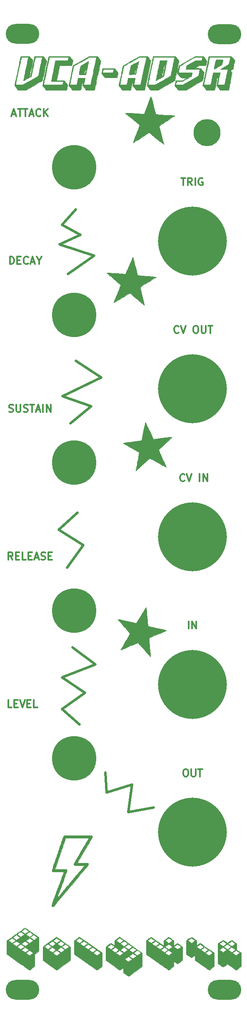
<source format=gbr>
%TF.GenerationSoftware,KiCad,Pcbnew,5.1.9-73d0e3b20d~88~ubuntu20.10.1*%
%TF.CreationDate,2021-02-22T22:34:40+01:00*%
%TF.ProjectId,vca-adsr-panel,7663612d-6164-4737-922d-70616e656c2e,rev?*%
%TF.SameCoordinates,Original*%
%TF.FileFunction,Soldermask,Top*%
%TF.FilePolarity,Negative*%
%FSLAX46Y46*%
G04 Gerber Fmt 4.6, Leading zero omitted, Abs format (unit mm)*
G04 Created by KiCad (PCBNEW 5.1.9-73d0e3b20d~88~ubuntu20.10.1) date 2021-02-22 22:34:40*
%MOMM*%
%LPD*%
G01*
G04 APERTURE LIST*
%ADD10C,0.500000*%
%ADD11C,0.300000*%
%ADD12C,0.010000*%
%ADD13C,5.500000*%
%ADD14C,14.000000*%
%ADD15C,9.000000*%
%ADD16O,6.800000X4.000000*%
G04 APERTURE END LIST*
D10*
X66000000Y-200900000D02*
X71100000Y-200000000D01*
X66700000Y-195300000D02*
X66000000Y-200900000D01*
X61600000Y-196900000D02*
X66700000Y-195300000D01*
X61300000Y-192900000D02*
X61600000Y-196900000D01*
D11*
X42290026Y-179668908D02*
X41575741Y-179668908D01*
X41575741Y-178168908D01*
X42790026Y-178883194D02*
X43290026Y-178883194D01*
X43504312Y-179668908D02*
X42790026Y-179668908D01*
X42790026Y-178168908D01*
X43504312Y-178168908D01*
X43932884Y-178168908D02*
X44432884Y-179668908D01*
X44932884Y-178168908D01*
X45432884Y-178883194D02*
X45932884Y-178883194D01*
X46147169Y-179668908D02*
X45432884Y-179668908D01*
X45432884Y-178168908D01*
X46147169Y-178168908D01*
X47504312Y-179668908D02*
X46790026Y-179668908D01*
X46790026Y-178168908D01*
X77407142Y-133635714D02*
X77335714Y-133707142D01*
X77121428Y-133778571D01*
X76978571Y-133778571D01*
X76764285Y-133707142D01*
X76621428Y-133564285D01*
X76550000Y-133421428D01*
X76478571Y-133135714D01*
X76478571Y-132921428D01*
X76550000Y-132635714D01*
X76621428Y-132492857D01*
X76764285Y-132350000D01*
X76978571Y-132278571D01*
X77121428Y-132278571D01*
X77335714Y-132350000D01*
X77407142Y-132421428D01*
X77835714Y-132278571D02*
X78335714Y-133778571D01*
X78835714Y-132278571D01*
X80478571Y-133778571D02*
X80478571Y-132278571D01*
X81192857Y-133778571D02*
X81192857Y-132278571D01*
X82050000Y-133778571D01*
X82050000Y-132278571D01*
D10*
X52500000Y-180000000D02*
X56100000Y-183100000D01*
X57200000Y-176700000D02*
X52500000Y-180000000D01*
X52500000Y-173600000D02*
X57200000Y-176700000D01*
X59300000Y-170900000D02*
X52500000Y-173600000D01*
X54600000Y-167500000D02*
X59300000Y-170900000D01*
D11*
X76207142Y-103535714D02*
X76135714Y-103607142D01*
X75921428Y-103678571D01*
X75778571Y-103678571D01*
X75564285Y-103607142D01*
X75421428Y-103464285D01*
X75350000Y-103321428D01*
X75278571Y-103035714D01*
X75278571Y-102821428D01*
X75350000Y-102535714D01*
X75421428Y-102392857D01*
X75564285Y-102250000D01*
X75778571Y-102178571D01*
X75921428Y-102178571D01*
X76135714Y-102250000D01*
X76207142Y-102321428D01*
X76635714Y-102178571D02*
X77135714Y-103678571D01*
X77635714Y-102178571D01*
X79564285Y-102178571D02*
X79850000Y-102178571D01*
X79992857Y-102250000D01*
X80135714Y-102392857D01*
X80207142Y-102678571D01*
X80207142Y-103178571D01*
X80135714Y-103464285D01*
X79992857Y-103607142D01*
X79850000Y-103678571D01*
X79564285Y-103678571D01*
X79421428Y-103607142D01*
X79278571Y-103464285D01*
X79207142Y-103178571D01*
X79207142Y-102678571D01*
X79278571Y-102392857D01*
X79421428Y-102250000D01*
X79564285Y-102178571D01*
X80850000Y-102178571D02*
X80850000Y-103392857D01*
X80921428Y-103535714D01*
X80992857Y-103607142D01*
X81135714Y-103678571D01*
X81421428Y-103678571D01*
X81564285Y-103607142D01*
X81635714Y-103535714D01*
X81707142Y-103392857D01*
X81707142Y-102178571D01*
X82207142Y-102178571D02*
X83064285Y-102178571D01*
X82635714Y-103678571D02*
X82635714Y-102178571D01*
X76714285Y-72178571D02*
X77571428Y-72178571D01*
X77142857Y-73678571D02*
X77142857Y-72178571D01*
X78928571Y-73678571D02*
X78428571Y-72964285D01*
X78071428Y-73678571D02*
X78071428Y-72178571D01*
X78642857Y-72178571D01*
X78785714Y-72250000D01*
X78857142Y-72321428D01*
X78928571Y-72464285D01*
X78928571Y-72678571D01*
X78857142Y-72821428D01*
X78785714Y-72892857D01*
X78642857Y-72964285D01*
X78071428Y-72964285D01*
X79571428Y-73678571D02*
X79571428Y-72178571D01*
X81071428Y-72250000D02*
X80928571Y-72178571D01*
X80714285Y-72178571D01*
X80500000Y-72250000D01*
X80357142Y-72392857D01*
X80285714Y-72535714D01*
X80214285Y-72821428D01*
X80214285Y-73035714D01*
X80285714Y-73321428D01*
X80357142Y-73464285D01*
X80500000Y-73607142D01*
X80714285Y-73678571D01*
X80857142Y-73678571D01*
X81071428Y-73607142D01*
X81142857Y-73535714D01*
X81142857Y-73035714D01*
X80857142Y-73035714D01*
X77500000Y-192178571D02*
X77785714Y-192178571D01*
X77928571Y-192250000D01*
X78071428Y-192392857D01*
X78142857Y-192678571D01*
X78142857Y-193178571D01*
X78071428Y-193464285D01*
X77928571Y-193607142D01*
X77785714Y-193678571D01*
X77500000Y-193678571D01*
X77357142Y-193607142D01*
X77214285Y-193464285D01*
X77142857Y-193178571D01*
X77142857Y-192678571D01*
X77214285Y-192392857D01*
X77357142Y-192250000D01*
X77500000Y-192178571D01*
X78785714Y-192178571D02*
X78785714Y-193392857D01*
X78857142Y-193535714D01*
X78928571Y-193607142D01*
X79071428Y-193678571D01*
X79357142Y-193678571D01*
X79500000Y-193607142D01*
X79571428Y-193535714D01*
X79642857Y-193392857D01*
X79642857Y-192178571D01*
X80142857Y-192178571D02*
X81000000Y-192178571D01*
X80571428Y-193678571D02*
X80571428Y-192178571D01*
X78214285Y-163678571D02*
X78214285Y-162178571D01*
X78928571Y-163678571D02*
X78928571Y-162178571D01*
X79785714Y-163678571D01*
X79785714Y-162178571D01*
X42464285Y-149678571D02*
X41964285Y-148964285D01*
X41607142Y-149678571D02*
X41607142Y-148178571D01*
X42178571Y-148178571D01*
X42321428Y-148250000D01*
X42392857Y-148321428D01*
X42464285Y-148464285D01*
X42464285Y-148678571D01*
X42392857Y-148821428D01*
X42321428Y-148892857D01*
X42178571Y-148964285D01*
X41607142Y-148964285D01*
X43107142Y-148892857D02*
X43607142Y-148892857D01*
X43821428Y-149678571D02*
X43107142Y-149678571D01*
X43107142Y-148178571D01*
X43821428Y-148178571D01*
X45178571Y-149678571D02*
X44464285Y-149678571D01*
X44464285Y-148178571D01*
X45678571Y-148892857D02*
X46178571Y-148892857D01*
X46392857Y-149678571D02*
X45678571Y-149678571D01*
X45678571Y-148178571D01*
X46392857Y-148178571D01*
X46964285Y-149250000D02*
X47678571Y-149250000D01*
X46821428Y-149678571D02*
X47321428Y-148178571D01*
X47821428Y-149678571D01*
X48250000Y-149607142D02*
X48464285Y-149678571D01*
X48821428Y-149678571D01*
X48964285Y-149607142D01*
X49035714Y-149535714D01*
X49107142Y-149392857D01*
X49107142Y-149250000D01*
X49035714Y-149107142D01*
X48964285Y-149035714D01*
X48821428Y-148964285D01*
X48535714Y-148892857D01*
X48392857Y-148821428D01*
X48321428Y-148750000D01*
X48250000Y-148607142D01*
X48250000Y-148464285D01*
X48321428Y-148321428D01*
X48392857Y-148250000D01*
X48535714Y-148178571D01*
X48892857Y-148178571D01*
X49107142Y-148250000D01*
X49750000Y-148892857D02*
X50250000Y-148892857D01*
X50464285Y-149678571D02*
X49750000Y-149678571D01*
X49750000Y-148178571D01*
X50464285Y-148178571D01*
X41714285Y-119607142D02*
X41928571Y-119678571D01*
X42285714Y-119678571D01*
X42428571Y-119607142D01*
X42500000Y-119535714D01*
X42571428Y-119392857D01*
X42571428Y-119250000D01*
X42500000Y-119107142D01*
X42428571Y-119035714D01*
X42285714Y-118964285D01*
X42000000Y-118892857D01*
X41857142Y-118821428D01*
X41785714Y-118750000D01*
X41714285Y-118607142D01*
X41714285Y-118464285D01*
X41785714Y-118321428D01*
X41857142Y-118250000D01*
X42000000Y-118178571D01*
X42357142Y-118178571D01*
X42571428Y-118250000D01*
X43214285Y-118178571D02*
X43214285Y-119392857D01*
X43285714Y-119535714D01*
X43357142Y-119607142D01*
X43500000Y-119678571D01*
X43785714Y-119678571D01*
X43928571Y-119607142D01*
X44000000Y-119535714D01*
X44071428Y-119392857D01*
X44071428Y-118178571D01*
X44714285Y-119607142D02*
X44928571Y-119678571D01*
X45285714Y-119678571D01*
X45428571Y-119607142D01*
X45500000Y-119535714D01*
X45571428Y-119392857D01*
X45571428Y-119250000D01*
X45500000Y-119107142D01*
X45428571Y-119035714D01*
X45285714Y-118964285D01*
X45000000Y-118892857D01*
X44857142Y-118821428D01*
X44785714Y-118750000D01*
X44714285Y-118607142D01*
X44714285Y-118464285D01*
X44785714Y-118321428D01*
X44857142Y-118250000D01*
X45000000Y-118178571D01*
X45357142Y-118178571D01*
X45571428Y-118250000D01*
X46000000Y-118178571D02*
X46857142Y-118178571D01*
X46428571Y-119678571D02*
X46428571Y-118178571D01*
X47285714Y-119250000D02*
X48000000Y-119250000D01*
X47142857Y-119678571D02*
X47642857Y-118178571D01*
X48142857Y-119678571D01*
X48642857Y-119678571D02*
X48642857Y-118178571D01*
X49357142Y-119678571D02*
X49357142Y-118178571D01*
X50214285Y-119678571D01*
X50214285Y-118178571D01*
X41892857Y-89678571D02*
X41892857Y-88178571D01*
X42250000Y-88178571D01*
X42464285Y-88250000D01*
X42607142Y-88392857D01*
X42678571Y-88535714D01*
X42750000Y-88821428D01*
X42750000Y-89035714D01*
X42678571Y-89321428D01*
X42607142Y-89464285D01*
X42464285Y-89607142D01*
X42250000Y-89678571D01*
X41892857Y-89678571D01*
X43392857Y-88892857D02*
X43892857Y-88892857D01*
X44107142Y-89678571D02*
X43392857Y-89678571D01*
X43392857Y-88178571D01*
X44107142Y-88178571D01*
X45607142Y-89535714D02*
X45535714Y-89607142D01*
X45321428Y-89678571D01*
X45178571Y-89678571D01*
X44964285Y-89607142D01*
X44821428Y-89464285D01*
X44750000Y-89321428D01*
X44678571Y-89035714D01*
X44678571Y-88821428D01*
X44750000Y-88535714D01*
X44821428Y-88392857D01*
X44964285Y-88250000D01*
X45178571Y-88178571D01*
X45321428Y-88178571D01*
X45535714Y-88250000D01*
X45607142Y-88321428D01*
X46178571Y-89250000D02*
X46892857Y-89250000D01*
X46035714Y-89678571D02*
X46535714Y-88178571D01*
X47035714Y-89678571D01*
X47821428Y-88964285D02*
X47821428Y-89678571D01*
X47321428Y-88178571D02*
X47821428Y-88964285D01*
X48321428Y-88178571D01*
X42357142Y-59250000D02*
X43071428Y-59250000D01*
X42214285Y-59678571D02*
X42714285Y-58178571D01*
X43214285Y-59678571D01*
X43500000Y-58178571D02*
X44357142Y-58178571D01*
X43928571Y-59678571D02*
X43928571Y-58178571D01*
X44642857Y-58178571D02*
X45500000Y-58178571D01*
X45071428Y-59678571D02*
X45071428Y-58178571D01*
X45928571Y-59250000D02*
X46642857Y-59250000D01*
X45785714Y-59678571D02*
X46285714Y-58178571D01*
X46785714Y-59678571D01*
X48142857Y-59535714D02*
X48071428Y-59607142D01*
X47857142Y-59678571D01*
X47714285Y-59678571D01*
X47500000Y-59607142D01*
X47357142Y-59464285D01*
X47285714Y-59321428D01*
X47214285Y-59035714D01*
X47214285Y-58821428D01*
X47285714Y-58535714D01*
X47357142Y-58392857D01*
X47500000Y-58250000D01*
X47714285Y-58178571D01*
X47857142Y-58178571D01*
X48071428Y-58250000D01*
X48142857Y-58321428D01*
X48785714Y-59678571D02*
X48785714Y-58178571D01*
X49642857Y-59678571D02*
X49000000Y-58821428D01*
X49642857Y-58178571D02*
X48785714Y-59035714D01*
D10*
X56800000Y-146700000D02*
X53500000Y-151300000D01*
X51800000Y-143600000D02*
X56800000Y-146700000D01*
X55600000Y-140100000D02*
X51800000Y-143600000D01*
X58400000Y-118500000D02*
X54200000Y-122000000D01*
X52600000Y-116500000D02*
X58400000Y-118500000D01*
X60500000Y-112700000D02*
X52600000Y-116500000D01*
X55300000Y-109300000D02*
X60500000Y-112700000D01*
X59000000Y-88000000D02*
X53700000Y-91700000D01*
X52000000Y-85700000D02*
X59000000Y-88000000D01*
X56200000Y-83700000D02*
X52000000Y-85700000D01*
X52500000Y-81700000D02*
X56200000Y-83700000D01*
X55300000Y-78600000D02*
X52500000Y-81700000D01*
D12*
%TO.C,G\u002A\u002A\u002A*%
G36*
X66933408Y-88291280D02*
G01*
X66970666Y-88427845D01*
X67024947Y-88641747D01*
X67093591Y-88922099D01*
X67173934Y-89258016D01*
X67263313Y-89638609D01*
X67359068Y-90052992D01*
X67368174Y-90092733D01*
X67791102Y-91939954D01*
X69705716Y-92107530D01*
X70191033Y-92151220D01*
X70616581Y-92191980D01*
X70975123Y-92228999D01*
X71259418Y-92261461D01*
X71462227Y-92288553D01*
X71576313Y-92309461D01*
X71599363Y-92320465D01*
X71552382Y-92356119D01*
X71427951Y-92437544D01*
X71235966Y-92558613D01*
X70986321Y-92713195D01*
X70688913Y-92895165D01*
X70353635Y-93098394D01*
X69998880Y-93311663D01*
X69635583Y-93530370D01*
X69300112Y-93734552D01*
X69002445Y-93917965D01*
X68752560Y-94074366D01*
X68560435Y-94197512D01*
X68436047Y-94281158D01*
X68389547Y-94318658D01*
X68392881Y-94382296D01*
X68417129Y-94531576D01*
X68459638Y-94753315D01*
X68517753Y-95034326D01*
X68588823Y-95361424D01*
X68670195Y-95721424D01*
X68682681Y-95775532D01*
X68807563Y-96315989D01*
X68910925Y-96765502D01*
X68994420Y-97132049D01*
X69059701Y-97423608D01*
X69108417Y-97648156D01*
X69142225Y-97813673D01*
X69162773Y-97928134D01*
X69171717Y-97999520D01*
X69170707Y-98035808D01*
X69161396Y-98044976D01*
X69151704Y-98040192D01*
X69101861Y-97998511D01*
X68984360Y-97897881D01*
X68808178Y-97746061D01*
X68582290Y-97550808D01*
X68315672Y-97319882D01*
X68017300Y-97061039D01*
X67707864Y-96792223D01*
X67388245Y-96515307D01*
X67092119Y-96260539D01*
X66828349Y-96035405D01*
X66605795Y-95847392D01*
X66433318Y-95703986D01*
X66319780Y-95612674D01*
X66274255Y-95580946D01*
X66221884Y-95605343D01*
X66092606Y-95676496D01*
X65896446Y-95788577D01*
X65643428Y-95935754D01*
X65343577Y-96112197D01*
X65006917Y-96312076D01*
X64650986Y-96525048D01*
X64286880Y-96743559D01*
X63949091Y-96945975D01*
X63647800Y-97126215D01*
X63393190Y-97278201D01*
X63195442Y-97395856D01*
X63064739Y-97473101D01*
X63011694Y-97503645D01*
X62993326Y-97480636D01*
X63018730Y-97377077D01*
X63065894Y-97250921D01*
X63114615Y-97133145D01*
X63197184Y-96936150D01*
X63307589Y-96674167D01*
X63439816Y-96361435D01*
X63587853Y-96012183D01*
X63745687Y-95640648D01*
X63804844Y-95501608D01*
X63957822Y-95138825D01*
X64096024Y-94804573D01*
X64214785Y-94510652D01*
X64309440Y-94268867D01*
X64375326Y-94091017D01*
X64407775Y-93988908D01*
X64410092Y-93970212D01*
X64368576Y-93923020D01*
X64258670Y-93817498D01*
X64089082Y-93661491D01*
X63868518Y-93462839D01*
X63605687Y-93229385D01*
X63309294Y-92968972D01*
X62988208Y-92689581D01*
X62668196Y-92411334D01*
X62374000Y-92153435D01*
X62114139Y-91923513D01*
X61897131Y-91729195D01*
X61731494Y-91578112D01*
X61625750Y-91477891D01*
X61588415Y-91436163D01*
X61588418Y-91436031D01*
X61637939Y-91431697D01*
X61777588Y-91435908D01*
X61996319Y-91447922D01*
X62283083Y-91467000D01*
X62626837Y-91492398D01*
X63016531Y-91523376D01*
X63441120Y-91559190D01*
X63502204Y-91564503D01*
X65412638Y-91731285D01*
X66149533Y-89985826D01*
X66316619Y-89591923D01*
X66471981Y-89229241D01*
X66611108Y-88908042D01*
X66729490Y-88638585D01*
X66822614Y-88431132D01*
X66885968Y-88295943D01*
X66915042Y-88243281D01*
X66915836Y-88242940D01*
X66933408Y-88291280D01*
G37*
X66933408Y-88291280D02*
X66970666Y-88427845D01*
X67024947Y-88641747D01*
X67093591Y-88922099D01*
X67173934Y-89258016D01*
X67263313Y-89638609D01*
X67359068Y-90052992D01*
X67368174Y-90092733D01*
X67791102Y-91939954D01*
X69705716Y-92107530D01*
X70191033Y-92151220D01*
X70616581Y-92191980D01*
X70975123Y-92228999D01*
X71259418Y-92261461D01*
X71462227Y-92288553D01*
X71576313Y-92309461D01*
X71599363Y-92320465D01*
X71552382Y-92356119D01*
X71427951Y-92437544D01*
X71235966Y-92558613D01*
X70986321Y-92713195D01*
X70688913Y-92895165D01*
X70353635Y-93098394D01*
X69998880Y-93311663D01*
X69635583Y-93530370D01*
X69300112Y-93734552D01*
X69002445Y-93917965D01*
X68752560Y-94074366D01*
X68560435Y-94197512D01*
X68436047Y-94281158D01*
X68389547Y-94318658D01*
X68392881Y-94382296D01*
X68417129Y-94531576D01*
X68459638Y-94753315D01*
X68517753Y-95034326D01*
X68588823Y-95361424D01*
X68670195Y-95721424D01*
X68682681Y-95775532D01*
X68807563Y-96315989D01*
X68910925Y-96765502D01*
X68994420Y-97132049D01*
X69059701Y-97423608D01*
X69108417Y-97648156D01*
X69142225Y-97813673D01*
X69162773Y-97928134D01*
X69171717Y-97999520D01*
X69170707Y-98035808D01*
X69161396Y-98044976D01*
X69151704Y-98040192D01*
X69101861Y-97998511D01*
X68984360Y-97897881D01*
X68808178Y-97746061D01*
X68582290Y-97550808D01*
X68315672Y-97319882D01*
X68017300Y-97061039D01*
X67707864Y-96792223D01*
X67388245Y-96515307D01*
X67092119Y-96260539D01*
X66828349Y-96035405D01*
X66605795Y-95847392D01*
X66433318Y-95703986D01*
X66319780Y-95612674D01*
X66274255Y-95580946D01*
X66221884Y-95605343D01*
X66092606Y-95676496D01*
X65896446Y-95788577D01*
X65643428Y-95935754D01*
X65343577Y-96112197D01*
X65006917Y-96312076D01*
X64650986Y-96525048D01*
X64286880Y-96743559D01*
X63949091Y-96945975D01*
X63647800Y-97126215D01*
X63393190Y-97278201D01*
X63195442Y-97395856D01*
X63064739Y-97473101D01*
X63011694Y-97503645D01*
X62993326Y-97480636D01*
X63018730Y-97377077D01*
X63065894Y-97250921D01*
X63114615Y-97133145D01*
X63197184Y-96936150D01*
X63307589Y-96674167D01*
X63439816Y-96361435D01*
X63587853Y-96012183D01*
X63745687Y-95640648D01*
X63804844Y-95501608D01*
X63957822Y-95138825D01*
X64096024Y-94804573D01*
X64214785Y-94510652D01*
X64309440Y-94268867D01*
X64375326Y-94091017D01*
X64407775Y-93988908D01*
X64410092Y-93970212D01*
X64368576Y-93923020D01*
X64258670Y-93817498D01*
X64089082Y-93661491D01*
X63868518Y-93462839D01*
X63605687Y-93229385D01*
X63309294Y-92968972D01*
X62988208Y-92689581D01*
X62668196Y-92411334D01*
X62374000Y-92153435D01*
X62114139Y-91923513D01*
X61897131Y-91729195D01*
X61731494Y-91578112D01*
X61625750Y-91477891D01*
X61588415Y-91436163D01*
X61588418Y-91436031D01*
X61637939Y-91431697D01*
X61777588Y-91435908D01*
X61996319Y-91447922D01*
X62283083Y-91467000D01*
X62626837Y-91492398D01*
X63016531Y-91523376D01*
X63441120Y-91559190D01*
X63502204Y-91564503D01*
X65412638Y-91731285D01*
X66149533Y-89985826D01*
X66316619Y-89591923D01*
X66471981Y-89229241D01*
X66611108Y-88908042D01*
X66729490Y-88638585D01*
X66822614Y-88431132D01*
X66885968Y-88295943D01*
X66915042Y-88243281D01*
X66915836Y-88242940D01*
X66933408Y-88291280D01*
G36*
X69444939Y-121804066D02*
G01*
X69509776Y-121929900D01*
X69607344Y-122127842D01*
X69732777Y-122387797D01*
X69881205Y-122699668D01*
X70047760Y-123053362D01*
X70227578Y-123438781D01*
X70244747Y-123475761D01*
X71042493Y-125194683D01*
X72950108Y-124960527D01*
X73433903Y-124902359D01*
X73858627Y-124853752D01*
X74217031Y-124815417D01*
X74501862Y-124788061D01*
X74705873Y-124772395D01*
X74821813Y-124769126D01*
X74846646Y-124775097D01*
X74808105Y-124819740D01*
X74703322Y-124925256D01*
X74540704Y-125083596D01*
X74328655Y-125286704D01*
X74075579Y-125526532D01*
X73789881Y-125795028D01*
X73487220Y-126077395D01*
X73177333Y-126366856D01*
X72891645Y-126636324D01*
X72638616Y-126877617D01*
X72426709Y-127082555D01*
X72264386Y-127242955D01*
X72160107Y-127350635D01*
X72122420Y-127396983D01*
X72138912Y-127458537D01*
X72193667Y-127599514D01*
X72281349Y-127807569D01*
X72396620Y-128070357D01*
X72534145Y-128375530D01*
X72688586Y-128710745D01*
X72712050Y-128761075D01*
X72946570Y-129263757D01*
X73141133Y-129681957D01*
X73299012Y-130023134D01*
X73423485Y-130294750D01*
X73517823Y-130504262D01*
X73585305Y-130659133D01*
X73629202Y-130766821D01*
X73652792Y-130834787D01*
X73659349Y-130870492D01*
X73652147Y-130881395D01*
X73641673Y-130878731D01*
X73584253Y-130848324D01*
X73448398Y-130774323D01*
X73244500Y-130662451D01*
X72982953Y-130518429D01*
X72674149Y-130347983D01*
X72328481Y-130156831D01*
X71969917Y-129958225D01*
X71599708Y-129753813D01*
X71257084Y-129566180D01*
X70952270Y-129400807D01*
X70695489Y-129263173D01*
X70496966Y-129158761D01*
X70366923Y-129093050D01*
X70315797Y-129071482D01*
X70269643Y-129106233D01*
X70157983Y-129202710D01*
X69989413Y-129353126D01*
X69772523Y-129549692D01*
X69515909Y-129784622D01*
X69228164Y-130050128D01*
X68924290Y-130332449D01*
X68613571Y-130621887D01*
X68325248Y-130890110D01*
X68068016Y-131129053D01*
X67850569Y-131330655D01*
X67681604Y-131486853D01*
X67569818Y-131589584D01*
X67524283Y-131630489D01*
X67501532Y-131611802D01*
X67504850Y-131505224D01*
X67524754Y-131372019D01*
X67547923Y-131246687D01*
X67587730Y-131036830D01*
X67641253Y-130757618D01*
X67705570Y-130424227D01*
X67777759Y-130051829D01*
X67854897Y-129655598D01*
X67883853Y-129507296D01*
X67958062Y-129120635D01*
X68023749Y-128764953D01*
X68078805Y-128452763D01*
X68121121Y-128196582D01*
X68148590Y-128008920D01*
X68159101Y-127902296D01*
X68157480Y-127883527D01*
X68107059Y-127845997D01*
X67977616Y-127765632D01*
X67779298Y-127648294D01*
X67522252Y-127499840D01*
X67216627Y-127326134D01*
X66872567Y-127133035D01*
X66500410Y-126926507D01*
X66129540Y-126720875D01*
X65788153Y-126529778D01*
X65486166Y-126358908D01*
X65233499Y-126213955D01*
X65040070Y-126100611D01*
X64915799Y-126024566D01*
X64870605Y-125991513D01*
X64870580Y-125991383D01*
X64918118Y-125976847D01*
X65055591Y-125951932D01*
X65272040Y-125918207D01*
X65556504Y-125877246D01*
X65898026Y-125830618D01*
X66285645Y-125779897D01*
X66708403Y-125726652D01*
X66769257Y-125719149D01*
X68672619Y-125485085D01*
X69030509Y-123624559D01*
X69112047Y-123204525D01*
X69188608Y-122817467D01*
X69257914Y-122474360D01*
X69317686Y-122186179D01*
X69365643Y-121963897D01*
X69399506Y-121818491D01*
X69416995Y-121760934D01*
X69417701Y-121760436D01*
X69444939Y-121804066D01*
G37*
X69444939Y-121804066D02*
X69509776Y-121929900D01*
X69607344Y-122127842D01*
X69732777Y-122387797D01*
X69881205Y-122699668D01*
X70047760Y-123053362D01*
X70227578Y-123438781D01*
X70244747Y-123475761D01*
X71042493Y-125194683D01*
X72950108Y-124960527D01*
X73433903Y-124902359D01*
X73858627Y-124853752D01*
X74217031Y-124815417D01*
X74501862Y-124788061D01*
X74705873Y-124772395D01*
X74821813Y-124769126D01*
X74846646Y-124775097D01*
X74808105Y-124819740D01*
X74703322Y-124925256D01*
X74540704Y-125083596D01*
X74328655Y-125286704D01*
X74075579Y-125526532D01*
X73789881Y-125795028D01*
X73487220Y-126077395D01*
X73177333Y-126366856D01*
X72891645Y-126636324D01*
X72638616Y-126877617D01*
X72426709Y-127082555D01*
X72264386Y-127242955D01*
X72160107Y-127350635D01*
X72122420Y-127396983D01*
X72138912Y-127458537D01*
X72193667Y-127599514D01*
X72281349Y-127807569D01*
X72396620Y-128070357D01*
X72534145Y-128375530D01*
X72688586Y-128710745D01*
X72712050Y-128761075D01*
X72946570Y-129263757D01*
X73141133Y-129681957D01*
X73299012Y-130023134D01*
X73423485Y-130294750D01*
X73517823Y-130504262D01*
X73585305Y-130659133D01*
X73629202Y-130766821D01*
X73652792Y-130834787D01*
X73659349Y-130870492D01*
X73652147Y-130881395D01*
X73641673Y-130878731D01*
X73584253Y-130848324D01*
X73448398Y-130774323D01*
X73244500Y-130662451D01*
X72982953Y-130518429D01*
X72674149Y-130347983D01*
X72328481Y-130156831D01*
X71969917Y-129958225D01*
X71599708Y-129753813D01*
X71257084Y-129566180D01*
X70952270Y-129400807D01*
X70695489Y-129263173D01*
X70496966Y-129158761D01*
X70366923Y-129093050D01*
X70315797Y-129071482D01*
X70269643Y-129106233D01*
X70157983Y-129202710D01*
X69989413Y-129353126D01*
X69772523Y-129549692D01*
X69515909Y-129784622D01*
X69228164Y-130050128D01*
X68924290Y-130332449D01*
X68613571Y-130621887D01*
X68325248Y-130890110D01*
X68068016Y-131129053D01*
X67850569Y-131330655D01*
X67681604Y-131486853D01*
X67569818Y-131589584D01*
X67524283Y-131630489D01*
X67501532Y-131611802D01*
X67504850Y-131505224D01*
X67524754Y-131372019D01*
X67547923Y-131246687D01*
X67587730Y-131036830D01*
X67641253Y-130757618D01*
X67705570Y-130424227D01*
X67777759Y-130051829D01*
X67854897Y-129655598D01*
X67883853Y-129507296D01*
X67958062Y-129120635D01*
X68023749Y-128764953D01*
X68078805Y-128452763D01*
X68121121Y-128196582D01*
X68148590Y-128008920D01*
X68159101Y-127902296D01*
X68157480Y-127883527D01*
X68107059Y-127845997D01*
X67977616Y-127765632D01*
X67779298Y-127648294D01*
X67522252Y-127499840D01*
X67216627Y-127326134D01*
X66872567Y-127133035D01*
X66500410Y-126926507D01*
X66129540Y-126720875D01*
X65788153Y-126529778D01*
X65486166Y-126358908D01*
X65233499Y-126213955D01*
X65040070Y-126100611D01*
X64915799Y-126024566D01*
X64870605Y-125991513D01*
X64870580Y-125991383D01*
X64918118Y-125976847D01*
X65055591Y-125951932D01*
X65272040Y-125918207D01*
X65556504Y-125877246D01*
X65898026Y-125830618D01*
X66285645Y-125779897D01*
X66708403Y-125726652D01*
X66769257Y-125719149D01*
X68672619Y-125485085D01*
X69030509Y-123624559D01*
X69112047Y-123204525D01*
X69188608Y-122817467D01*
X69257914Y-122474360D01*
X69317686Y-122186179D01*
X69365643Y-121963897D01*
X69399506Y-121818491D01*
X69416995Y-121760934D01*
X69417701Y-121760436D01*
X69444939Y-121804066D01*
G36*
X69584518Y-159397424D02*
G01*
X69602406Y-159537845D01*
X69626390Y-159757219D01*
X69655349Y-160044397D01*
X69688159Y-160388226D01*
X69723700Y-160777555D01*
X69760851Y-161201232D01*
X69764338Y-161241853D01*
X69926067Y-163129957D01*
X71798726Y-163562365D01*
X72273239Y-163673173D01*
X72688974Y-163772761D01*
X73038874Y-163859319D01*
X73315884Y-163931032D01*
X73512950Y-163986086D01*
X73623015Y-164022668D01*
X73644309Y-164036772D01*
X73592823Y-164065541D01*
X73458271Y-164128856D01*
X73251305Y-164222028D01*
X72982576Y-164340362D01*
X72662737Y-164479169D01*
X72302438Y-164633759D01*
X71921454Y-164795580D01*
X71531254Y-164961598D01*
X71170631Y-165117104D01*
X70850335Y-165257304D01*
X70581115Y-165377406D01*
X70373721Y-165472615D01*
X70238903Y-165538135D01*
X70187636Y-165568799D01*
X70182081Y-165632281D01*
X70185317Y-165783483D01*
X70196552Y-166008980D01*
X70214993Y-166295345D01*
X70239848Y-166629151D01*
X70270325Y-166996972D01*
X70275160Y-167052291D01*
X70323609Y-167604868D01*
X70363406Y-168064392D01*
X70395075Y-168438992D01*
X70419143Y-168736799D01*
X70436134Y-168965942D01*
X70446578Y-169134553D01*
X70450996Y-169250760D01*
X70449917Y-169322696D01*
X70443867Y-169358491D01*
X70433370Y-169366273D01*
X70424439Y-169360187D01*
X70380882Y-169311975D01*
X70278529Y-169195971D01*
X70125191Y-169021109D01*
X69928675Y-168796318D01*
X69696790Y-168530534D01*
X69437346Y-168232684D01*
X69168334Y-167923419D01*
X68890364Y-167604716D01*
X68632578Y-167311215D01*
X68402707Y-167051562D01*
X68208485Y-166834405D01*
X68057645Y-166668391D01*
X67957920Y-166562166D01*
X67917253Y-166524411D01*
X67861997Y-166541281D01*
X67724074Y-166593750D01*
X67514225Y-166677440D01*
X67243186Y-166787972D01*
X66921697Y-166920966D01*
X66560496Y-167072046D01*
X66178388Y-167233409D01*
X65787415Y-167399120D01*
X65424742Y-167552555D01*
X65101299Y-167689109D01*
X64828015Y-167804182D01*
X64615817Y-167893171D01*
X64475636Y-167951473D01*
X64418856Y-167974337D01*
X64403869Y-167948996D01*
X64443438Y-167849981D01*
X64507701Y-167731616D01*
X64572339Y-167621767D01*
X64681520Y-167438180D01*
X64827312Y-167194113D01*
X65001776Y-166902826D01*
X65196979Y-166577576D01*
X65404985Y-166231623D01*
X65482916Y-166102169D01*
X65684896Y-165764208D01*
X65868272Y-165452442D01*
X66026783Y-165177910D01*
X66154167Y-164951651D01*
X66244163Y-164784702D01*
X66290508Y-164688102D01*
X66295403Y-164669911D01*
X66260859Y-164617400D01*
X66166709Y-164497609D01*
X66020483Y-164319518D01*
X65829713Y-164092103D01*
X65601930Y-163824342D01*
X65344664Y-163525213D01*
X65065587Y-163203855D01*
X64787414Y-162883779D01*
X64531973Y-162587446D01*
X64306640Y-162323595D01*
X64118787Y-162100966D01*
X63975790Y-161928302D01*
X63885022Y-161814340D01*
X63853858Y-161767822D01*
X63853879Y-161767691D01*
X63903522Y-161770291D01*
X64041226Y-161793897D01*
X64256156Y-161836236D01*
X64537474Y-161895038D01*
X64874348Y-161968029D01*
X65255938Y-162052941D01*
X65671411Y-162147498D01*
X65731161Y-162161261D01*
X67599791Y-162592301D01*
X68572436Y-160966384D01*
X68792716Y-160599569D01*
X68997042Y-160262038D01*
X69179518Y-159963328D01*
X69334248Y-159712969D01*
X69455338Y-159520495D01*
X69536890Y-159395439D01*
X69573010Y-159347335D01*
X69573844Y-159347109D01*
X69584518Y-159397424D01*
G37*
X69584518Y-159397424D02*
X69602406Y-159537845D01*
X69626390Y-159757219D01*
X69655349Y-160044397D01*
X69688159Y-160388226D01*
X69723700Y-160777555D01*
X69760851Y-161201232D01*
X69764338Y-161241853D01*
X69926067Y-163129957D01*
X71798726Y-163562365D01*
X72273239Y-163673173D01*
X72688974Y-163772761D01*
X73038874Y-163859319D01*
X73315884Y-163931032D01*
X73512950Y-163986086D01*
X73623015Y-164022668D01*
X73644309Y-164036772D01*
X73592823Y-164065541D01*
X73458271Y-164128856D01*
X73251305Y-164222028D01*
X72982576Y-164340362D01*
X72662737Y-164479169D01*
X72302438Y-164633759D01*
X71921454Y-164795580D01*
X71531254Y-164961598D01*
X71170631Y-165117104D01*
X70850335Y-165257304D01*
X70581115Y-165377406D01*
X70373721Y-165472615D01*
X70238903Y-165538135D01*
X70187636Y-165568799D01*
X70182081Y-165632281D01*
X70185317Y-165783483D01*
X70196552Y-166008980D01*
X70214993Y-166295345D01*
X70239848Y-166629151D01*
X70270325Y-166996972D01*
X70275160Y-167052291D01*
X70323609Y-167604868D01*
X70363406Y-168064392D01*
X70395075Y-168438992D01*
X70419143Y-168736799D01*
X70436134Y-168965942D01*
X70446578Y-169134553D01*
X70450996Y-169250760D01*
X70449917Y-169322696D01*
X70443867Y-169358491D01*
X70433370Y-169366273D01*
X70424439Y-169360187D01*
X70380882Y-169311975D01*
X70278529Y-169195971D01*
X70125191Y-169021109D01*
X69928675Y-168796318D01*
X69696790Y-168530534D01*
X69437346Y-168232684D01*
X69168334Y-167923419D01*
X68890364Y-167604716D01*
X68632578Y-167311215D01*
X68402707Y-167051562D01*
X68208485Y-166834405D01*
X68057645Y-166668391D01*
X67957920Y-166562166D01*
X67917253Y-166524411D01*
X67861997Y-166541281D01*
X67724074Y-166593750D01*
X67514225Y-166677440D01*
X67243186Y-166787972D01*
X66921697Y-166920966D01*
X66560496Y-167072046D01*
X66178388Y-167233409D01*
X65787415Y-167399120D01*
X65424742Y-167552555D01*
X65101299Y-167689109D01*
X64828015Y-167804182D01*
X64615817Y-167893171D01*
X64475636Y-167951473D01*
X64418856Y-167974337D01*
X64403869Y-167948996D01*
X64443438Y-167849981D01*
X64507701Y-167731616D01*
X64572339Y-167621767D01*
X64681520Y-167438180D01*
X64827312Y-167194113D01*
X65001776Y-166902826D01*
X65196979Y-166577576D01*
X65404985Y-166231623D01*
X65482916Y-166102169D01*
X65684896Y-165764208D01*
X65868272Y-165452442D01*
X66026783Y-165177910D01*
X66154167Y-164951651D01*
X66244163Y-164784702D01*
X66290508Y-164688102D01*
X66295403Y-164669911D01*
X66260859Y-164617400D01*
X66166709Y-164497609D01*
X66020483Y-164319518D01*
X65829713Y-164092103D01*
X65601930Y-163824342D01*
X65344664Y-163525213D01*
X65065587Y-163203855D01*
X64787414Y-162883779D01*
X64531973Y-162587446D01*
X64306640Y-162323595D01*
X64118787Y-162100966D01*
X63975790Y-161928302D01*
X63885022Y-161814340D01*
X63853858Y-161767822D01*
X63853879Y-161767691D01*
X63903522Y-161770291D01*
X64041226Y-161793897D01*
X64256156Y-161836236D01*
X64537474Y-161895038D01*
X64874348Y-161968029D01*
X65255938Y-162052941D01*
X65671411Y-162147498D01*
X65731161Y-162161261D01*
X67599791Y-162592301D01*
X68572436Y-160966384D01*
X68792716Y-160599569D01*
X68997042Y-160262038D01*
X69179518Y-159963328D01*
X69334248Y-159712969D01*
X69455338Y-159520495D01*
X69536890Y-159395439D01*
X69573010Y-159347335D01*
X69573844Y-159347109D01*
X69584518Y-159397424D01*
G36*
X58566170Y-205744718D02*
G01*
X58631803Y-205837961D01*
X58645018Y-205939011D01*
X58606765Y-206056318D01*
X58602145Y-206065431D01*
X58580621Y-206103918D01*
X58532909Y-206187109D01*
X58461337Y-206310998D01*
X58368237Y-206471578D01*
X58255938Y-206664843D01*
X58126770Y-206886788D01*
X57983063Y-207133406D01*
X57827147Y-207400690D01*
X57661351Y-207684635D01*
X57488005Y-207981234D01*
X57482764Y-207990196D01*
X57297533Y-208306988D01*
X57110954Y-208626102D01*
X56926475Y-208941638D01*
X56747547Y-209247697D01*
X56577618Y-209538378D01*
X56420137Y-209807780D01*
X56278554Y-210050005D01*
X56156318Y-210259150D01*
X56056877Y-210429317D01*
X56005972Y-210516445D01*
X55602040Y-211207889D01*
X56673044Y-211222000D01*
X56946931Y-211225670D01*
X57169986Y-211229000D01*
X57347813Y-211232374D01*
X57486018Y-211236177D01*
X57590209Y-211240792D01*
X57665991Y-211246603D01*
X57718971Y-211253996D01*
X57754754Y-211263353D01*
X57778947Y-211275060D01*
X57797157Y-211289501D01*
X57807660Y-211299754D01*
X57859843Y-211385780D01*
X57871272Y-211471834D01*
X57869555Y-211494957D01*
X57862739Y-211521271D01*
X57848325Y-211553977D01*
X57823815Y-211596280D01*
X57786711Y-211651382D01*
X57734515Y-211722488D01*
X57664728Y-211812799D01*
X57574853Y-211925520D01*
X57462390Y-212063854D01*
X57324843Y-212231004D01*
X57159712Y-212430174D01*
X56964500Y-212664566D01*
X56736708Y-212937385D01*
X56611311Y-213087413D01*
X56176133Y-213607944D01*
X55771936Y-214091369D01*
X55393519Y-214543906D01*
X55035681Y-214971774D01*
X54693222Y-215381188D01*
X54360940Y-215778368D01*
X54033636Y-216169530D01*
X53706107Y-216560891D01*
X53373154Y-216958670D01*
X53273168Y-217078111D01*
X53095493Y-217290365D01*
X52890221Y-217535602D01*
X52665979Y-217803517D01*
X52431390Y-218083805D01*
X52195082Y-218366160D01*
X51965679Y-218640275D01*
X51751806Y-218895846D01*
X51699081Y-218958853D01*
X51523034Y-219168598D01*
X51355851Y-219366563D01*
X51201437Y-219548212D01*
X51063698Y-219709004D01*
X50946539Y-219844401D01*
X50853866Y-219949864D01*
X50789584Y-220020853D01*
X50758075Y-220052464D01*
X50653586Y-220105186D01*
X50548758Y-220102061D01*
X50448537Y-220043440D01*
X50433829Y-220029505D01*
X50377118Y-219954586D01*
X50351634Y-219882493D01*
X50351333Y-219875605D01*
X50360989Y-219835527D01*
X50388675Y-219748080D01*
X50432473Y-219618692D01*
X50490460Y-219452794D01*
X50560716Y-219255817D01*
X50641321Y-219033191D01*
X50730354Y-218790345D01*
X50825894Y-218532710D01*
X50833728Y-218511711D01*
X50950673Y-218198406D01*
X51079224Y-217854054D01*
X51214383Y-217492040D01*
X51351153Y-217125749D01*
X51484536Y-216768564D01*
X51609534Y-216433872D01*
X51721149Y-216135056D01*
X51748399Y-216062111D01*
X51856584Y-215772513D01*
X51973579Y-215459315D01*
X52094607Y-215135306D01*
X52214891Y-214813274D01*
X52329655Y-214506008D01*
X52434122Y-214226297D01*
X52521893Y-213991271D01*
X52601953Y-213776193D01*
X52675335Y-213577726D01*
X52739773Y-213402103D01*
X52793001Y-213255555D01*
X52832752Y-213144317D01*
X52856760Y-213074620D01*
X52863111Y-213052882D01*
X52835887Y-213047365D01*
X52758207Y-213042287D01*
X52636061Y-213037784D01*
X52475434Y-213033993D01*
X52282317Y-213031049D01*
X52062696Y-213029088D01*
X51822561Y-213028245D01*
X51775649Y-213028223D01*
X51478419Y-213027997D01*
X51232435Y-213026874D01*
X51032500Y-213024180D01*
X50873415Y-213019246D01*
X50749982Y-213011399D01*
X50657004Y-212999968D01*
X50589283Y-212984282D01*
X50541620Y-212963670D01*
X50508819Y-212937459D01*
X50485680Y-212904980D01*
X50467007Y-212865559D01*
X50464196Y-212858827D01*
X50440909Y-212766257D01*
X50454819Y-212668431D01*
X50455842Y-212664856D01*
X50469295Y-212622832D01*
X50499464Y-212531511D01*
X50513236Y-212490194D01*
X51061078Y-212490194D01*
X52218560Y-212498153D01*
X53376041Y-212506111D01*
X53444131Y-212585296D01*
X53494287Y-212669420D01*
X53512222Y-212749550D01*
X53502548Y-212793006D01*
X53474860Y-212883507D01*
X53431157Y-213015318D01*
X53373436Y-213182709D01*
X53303697Y-213379945D01*
X53223938Y-213601293D01*
X53136157Y-213841021D01*
X53062636Y-214039143D01*
X52963160Y-214305609D01*
X52847862Y-214614374D01*
X52720690Y-214954869D01*
X52585594Y-215316524D01*
X52446522Y-215688768D01*
X52307422Y-216061033D01*
X52172244Y-216422749D01*
X52044935Y-216763347D01*
X52018414Y-216834291D01*
X51894366Y-217166129D01*
X51788667Y-217449004D01*
X51699903Y-217686824D01*
X51626659Y-217883497D01*
X51567522Y-218042931D01*
X51521079Y-218169034D01*
X51485914Y-218265715D01*
X51460614Y-218336883D01*
X51443766Y-218386444D01*
X51433955Y-218418308D01*
X51429767Y-218436383D01*
X51429789Y-218444577D01*
X51432607Y-218446798D01*
X51435016Y-218446889D01*
X51454712Y-218425879D01*
X51507242Y-218365472D01*
X51589275Y-218269609D01*
X51697477Y-218142226D01*
X51828514Y-217987262D01*
X51979054Y-217808657D01*
X52145764Y-217610347D01*
X52325311Y-217396271D01*
X52429850Y-217271415D01*
X52637654Y-217023076D01*
X52852598Y-216766216D01*
X53068511Y-216508205D01*
X53279223Y-216256418D01*
X53478564Y-216018228D01*
X53660362Y-215801007D01*
X53818448Y-215612129D01*
X53946651Y-215458966D01*
X53949666Y-215455364D01*
X54385354Y-214934805D01*
X54785377Y-214456687D01*
X55150379Y-214020233D01*
X55481007Y-213624669D01*
X55777905Y-213269222D01*
X56041719Y-212953115D01*
X56273094Y-212675574D01*
X56472675Y-212435825D01*
X56641108Y-212233092D01*
X56779038Y-212066601D01*
X56887110Y-211935578D01*
X56965970Y-211839247D01*
X57016262Y-211776833D01*
X57038633Y-211747562D01*
X57040000Y-211745076D01*
X57012841Y-211741572D01*
X56935619Y-211738357D01*
X56814714Y-211735527D01*
X56656507Y-211733180D01*
X56467378Y-211731413D01*
X56253709Y-211730322D01*
X56050366Y-211730000D01*
X55738504Y-211729083D01*
X55480800Y-211726339D01*
X55277725Y-211721783D01*
X55129749Y-211715429D01*
X55037344Y-211707289D01*
X55003755Y-211699506D01*
X54939986Y-211638004D01*
X54897403Y-211546585D01*
X54885442Y-211450538D01*
X54894557Y-211406900D01*
X54914172Y-211368126D01*
X54959346Y-211285976D01*
X55027053Y-211165745D01*
X55114265Y-211012726D01*
X55217957Y-210832214D01*
X55335100Y-210629503D01*
X55462668Y-210409888D01*
X55560960Y-210241383D01*
X55872658Y-209707935D01*
X56156976Y-209221274D01*
X56415040Y-208779472D01*
X56647972Y-208380595D01*
X56856898Y-208022715D01*
X57042940Y-207703900D01*
X57207224Y-207422220D01*
X57350873Y-207175743D01*
X57475011Y-206962540D01*
X57580762Y-206780678D01*
X57669252Y-206628228D01*
X57741602Y-206503259D01*
X57798939Y-206403840D01*
X57842385Y-206328040D01*
X57873065Y-206273928D01*
X57892103Y-206239575D01*
X57900623Y-206223048D01*
X57901048Y-206222029D01*
X57895845Y-206215180D01*
X57872484Y-206209193D01*
X57827735Y-206204017D01*
X57758371Y-206199603D01*
X57661162Y-206195901D01*
X57532878Y-206192860D01*
X57370292Y-206190432D01*
X57170173Y-206188566D01*
X56929293Y-206187212D01*
X56644424Y-206186321D01*
X56312335Y-206185842D01*
X55929798Y-206185727D01*
X55559452Y-206185878D01*
X55199912Y-206186261D01*
X54856826Y-206186912D01*
X54534355Y-206187807D01*
X54236659Y-206188920D01*
X53967900Y-206190227D01*
X53732240Y-206191703D01*
X53533838Y-206193324D01*
X53376857Y-206195064D01*
X53265458Y-206196898D01*
X53203801Y-206198803D01*
X53192393Y-206199990D01*
X53180504Y-206229358D01*
X53153634Y-206304134D01*
X53114615Y-206416167D01*
X53066277Y-206557306D01*
X53011453Y-206719398D01*
X52996848Y-206762889D01*
X52953027Y-206893367D01*
X52894776Y-207066503D01*
X52823680Y-207277602D01*
X52741324Y-207521971D01*
X52649293Y-207794915D01*
X52549173Y-208091741D01*
X52442549Y-208407754D01*
X52331006Y-208738260D01*
X52216130Y-209078565D01*
X52099506Y-209423976D01*
X51982719Y-209769798D01*
X51867355Y-210111337D01*
X51754998Y-210443899D01*
X51647234Y-210762790D01*
X51545649Y-211063317D01*
X51451828Y-211340784D01*
X51367355Y-211590498D01*
X51293817Y-211807765D01*
X51232798Y-211987891D01*
X51185885Y-212126181D01*
X51154661Y-212217943D01*
X51145688Y-212244153D01*
X51061078Y-212490194D01*
X50513236Y-212490194D01*
X50544949Y-212395054D01*
X50604351Y-212217622D01*
X50676271Y-212003379D01*
X50759311Y-211756484D01*
X50852070Y-211481099D01*
X50953150Y-211181387D01*
X51061151Y-210861508D01*
X51174675Y-210525623D01*
X51239831Y-210333000D01*
X51366950Y-209957141D01*
X51497493Y-209570871D01*
X51629064Y-209181295D01*
X51759267Y-208795519D01*
X51885705Y-208420648D01*
X52005984Y-208063788D01*
X52117708Y-207732043D01*
X52218480Y-207432521D01*
X52305906Y-207172326D01*
X52376889Y-206960652D01*
X52474881Y-206669376D01*
X52557411Y-206427354D01*
X52626184Y-206230071D01*
X52682903Y-206073009D01*
X52729272Y-205951652D01*
X52766994Y-205861484D01*
X52797775Y-205797989D01*
X52823318Y-205756649D01*
X52837395Y-205740041D01*
X52915213Y-205662223D01*
X58483675Y-205662223D01*
X58566170Y-205744718D01*
G37*
X58566170Y-205744718D02*
X58631803Y-205837961D01*
X58645018Y-205939011D01*
X58606765Y-206056318D01*
X58602145Y-206065431D01*
X58580621Y-206103918D01*
X58532909Y-206187109D01*
X58461337Y-206310998D01*
X58368237Y-206471578D01*
X58255938Y-206664843D01*
X58126770Y-206886788D01*
X57983063Y-207133406D01*
X57827147Y-207400690D01*
X57661351Y-207684635D01*
X57488005Y-207981234D01*
X57482764Y-207990196D01*
X57297533Y-208306988D01*
X57110954Y-208626102D01*
X56926475Y-208941638D01*
X56747547Y-209247697D01*
X56577618Y-209538378D01*
X56420137Y-209807780D01*
X56278554Y-210050005D01*
X56156318Y-210259150D01*
X56056877Y-210429317D01*
X56005972Y-210516445D01*
X55602040Y-211207889D01*
X56673044Y-211222000D01*
X56946931Y-211225670D01*
X57169986Y-211229000D01*
X57347813Y-211232374D01*
X57486018Y-211236177D01*
X57590209Y-211240792D01*
X57665991Y-211246603D01*
X57718971Y-211253996D01*
X57754754Y-211263353D01*
X57778947Y-211275060D01*
X57797157Y-211289501D01*
X57807660Y-211299754D01*
X57859843Y-211385780D01*
X57871272Y-211471834D01*
X57869555Y-211494957D01*
X57862739Y-211521271D01*
X57848325Y-211553977D01*
X57823815Y-211596280D01*
X57786711Y-211651382D01*
X57734515Y-211722488D01*
X57664728Y-211812799D01*
X57574853Y-211925520D01*
X57462390Y-212063854D01*
X57324843Y-212231004D01*
X57159712Y-212430174D01*
X56964500Y-212664566D01*
X56736708Y-212937385D01*
X56611311Y-213087413D01*
X56176133Y-213607944D01*
X55771936Y-214091369D01*
X55393519Y-214543906D01*
X55035681Y-214971774D01*
X54693222Y-215381188D01*
X54360940Y-215778368D01*
X54033636Y-216169530D01*
X53706107Y-216560891D01*
X53373154Y-216958670D01*
X53273168Y-217078111D01*
X53095493Y-217290365D01*
X52890221Y-217535602D01*
X52665979Y-217803517D01*
X52431390Y-218083805D01*
X52195082Y-218366160D01*
X51965679Y-218640275D01*
X51751806Y-218895846D01*
X51699081Y-218958853D01*
X51523034Y-219168598D01*
X51355851Y-219366563D01*
X51201437Y-219548212D01*
X51063698Y-219709004D01*
X50946539Y-219844401D01*
X50853866Y-219949864D01*
X50789584Y-220020853D01*
X50758075Y-220052464D01*
X50653586Y-220105186D01*
X50548758Y-220102061D01*
X50448537Y-220043440D01*
X50433829Y-220029505D01*
X50377118Y-219954586D01*
X50351634Y-219882493D01*
X50351333Y-219875605D01*
X50360989Y-219835527D01*
X50388675Y-219748080D01*
X50432473Y-219618692D01*
X50490460Y-219452794D01*
X50560716Y-219255817D01*
X50641321Y-219033191D01*
X50730354Y-218790345D01*
X50825894Y-218532710D01*
X50833728Y-218511711D01*
X50950673Y-218198406D01*
X51079224Y-217854054D01*
X51214383Y-217492040D01*
X51351153Y-217125749D01*
X51484536Y-216768564D01*
X51609534Y-216433872D01*
X51721149Y-216135056D01*
X51748399Y-216062111D01*
X51856584Y-215772513D01*
X51973579Y-215459315D01*
X52094607Y-215135306D01*
X52214891Y-214813274D01*
X52329655Y-214506008D01*
X52434122Y-214226297D01*
X52521893Y-213991271D01*
X52601953Y-213776193D01*
X52675335Y-213577726D01*
X52739773Y-213402103D01*
X52793001Y-213255555D01*
X52832752Y-213144317D01*
X52856760Y-213074620D01*
X52863111Y-213052882D01*
X52835887Y-213047365D01*
X52758207Y-213042287D01*
X52636061Y-213037784D01*
X52475434Y-213033993D01*
X52282317Y-213031049D01*
X52062696Y-213029088D01*
X51822561Y-213028245D01*
X51775649Y-213028223D01*
X51478419Y-213027997D01*
X51232435Y-213026874D01*
X51032500Y-213024180D01*
X50873415Y-213019246D01*
X50749982Y-213011399D01*
X50657004Y-212999968D01*
X50589283Y-212984282D01*
X50541620Y-212963670D01*
X50508819Y-212937459D01*
X50485680Y-212904980D01*
X50467007Y-212865559D01*
X50464196Y-212858827D01*
X50440909Y-212766257D01*
X50454819Y-212668431D01*
X50455842Y-212664856D01*
X50469295Y-212622832D01*
X50499464Y-212531511D01*
X50513236Y-212490194D01*
X51061078Y-212490194D01*
X52218560Y-212498153D01*
X53376041Y-212506111D01*
X53444131Y-212585296D01*
X53494287Y-212669420D01*
X53512222Y-212749550D01*
X53502548Y-212793006D01*
X53474860Y-212883507D01*
X53431157Y-213015318D01*
X53373436Y-213182709D01*
X53303697Y-213379945D01*
X53223938Y-213601293D01*
X53136157Y-213841021D01*
X53062636Y-214039143D01*
X52963160Y-214305609D01*
X52847862Y-214614374D01*
X52720690Y-214954869D01*
X52585594Y-215316524D01*
X52446522Y-215688768D01*
X52307422Y-216061033D01*
X52172244Y-216422749D01*
X52044935Y-216763347D01*
X52018414Y-216834291D01*
X51894366Y-217166129D01*
X51788667Y-217449004D01*
X51699903Y-217686824D01*
X51626659Y-217883497D01*
X51567522Y-218042931D01*
X51521079Y-218169034D01*
X51485914Y-218265715D01*
X51460614Y-218336883D01*
X51443766Y-218386444D01*
X51433955Y-218418308D01*
X51429767Y-218436383D01*
X51429789Y-218444577D01*
X51432607Y-218446798D01*
X51435016Y-218446889D01*
X51454712Y-218425879D01*
X51507242Y-218365472D01*
X51589275Y-218269609D01*
X51697477Y-218142226D01*
X51828514Y-217987262D01*
X51979054Y-217808657D01*
X52145764Y-217610347D01*
X52325311Y-217396271D01*
X52429850Y-217271415D01*
X52637654Y-217023076D01*
X52852598Y-216766216D01*
X53068511Y-216508205D01*
X53279223Y-216256418D01*
X53478564Y-216018228D01*
X53660362Y-215801007D01*
X53818448Y-215612129D01*
X53946651Y-215458966D01*
X53949666Y-215455364D01*
X54385354Y-214934805D01*
X54785377Y-214456687D01*
X55150379Y-214020233D01*
X55481007Y-213624669D01*
X55777905Y-213269222D01*
X56041719Y-212953115D01*
X56273094Y-212675574D01*
X56472675Y-212435825D01*
X56641108Y-212233092D01*
X56779038Y-212066601D01*
X56887110Y-211935578D01*
X56965970Y-211839247D01*
X57016262Y-211776833D01*
X57038633Y-211747562D01*
X57040000Y-211745076D01*
X57012841Y-211741572D01*
X56935619Y-211738357D01*
X56814714Y-211735527D01*
X56656507Y-211733180D01*
X56467378Y-211731413D01*
X56253709Y-211730322D01*
X56050366Y-211730000D01*
X55738504Y-211729083D01*
X55480800Y-211726339D01*
X55277725Y-211721783D01*
X55129749Y-211715429D01*
X55037344Y-211707289D01*
X55003755Y-211699506D01*
X54939986Y-211638004D01*
X54897403Y-211546585D01*
X54885442Y-211450538D01*
X54894557Y-211406900D01*
X54914172Y-211368126D01*
X54959346Y-211285976D01*
X55027053Y-211165745D01*
X55114265Y-211012726D01*
X55217957Y-210832214D01*
X55335100Y-210629503D01*
X55462668Y-210409888D01*
X55560960Y-210241383D01*
X55872658Y-209707935D01*
X56156976Y-209221274D01*
X56415040Y-208779472D01*
X56647972Y-208380595D01*
X56856898Y-208022715D01*
X57042940Y-207703900D01*
X57207224Y-207422220D01*
X57350873Y-207175743D01*
X57475011Y-206962540D01*
X57580762Y-206780678D01*
X57669252Y-206628228D01*
X57741602Y-206503259D01*
X57798939Y-206403840D01*
X57842385Y-206328040D01*
X57873065Y-206273928D01*
X57892103Y-206239575D01*
X57900623Y-206223048D01*
X57901048Y-206222029D01*
X57895845Y-206215180D01*
X57872484Y-206209193D01*
X57827735Y-206204017D01*
X57758371Y-206199603D01*
X57661162Y-206195901D01*
X57532878Y-206192860D01*
X57370292Y-206190432D01*
X57170173Y-206188566D01*
X56929293Y-206187212D01*
X56644424Y-206186321D01*
X56312335Y-206185842D01*
X55929798Y-206185727D01*
X55559452Y-206185878D01*
X55199912Y-206186261D01*
X54856826Y-206186912D01*
X54534355Y-206187807D01*
X54236659Y-206188920D01*
X53967900Y-206190227D01*
X53732240Y-206191703D01*
X53533838Y-206193324D01*
X53376857Y-206195064D01*
X53265458Y-206196898D01*
X53203801Y-206198803D01*
X53192393Y-206199990D01*
X53180504Y-206229358D01*
X53153634Y-206304134D01*
X53114615Y-206416167D01*
X53066277Y-206557306D01*
X53011453Y-206719398D01*
X52996848Y-206762889D01*
X52953027Y-206893367D01*
X52894776Y-207066503D01*
X52823680Y-207277602D01*
X52741324Y-207521971D01*
X52649293Y-207794915D01*
X52549173Y-208091741D01*
X52442549Y-208407754D01*
X52331006Y-208738260D01*
X52216130Y-209078565D01*
X52099506Y-209423976D01*
X51982719Y-209769798D01*
X51867355Y-210111337D01*
X51754998Y-210443899D01*
X51647234Y-210762790D01*
X51545649Y-211063317D01*
X51451828Y-211340784D01*
X51367355Y-211590498D01*
X51293817Y-211807765D01*
X51232798Y-211987891D01*
X51185885Y-212126181D01*
X51154661Y-212217943D01*
X51145688Y-212244153D01*
X51061078Y-212490194D01*
X50513236Y-212490194D01*
X50544949Y-212395054D01*
X50604351Y-212217622D01*
X50676271Y-212003379D01*
X50759311Y-211756484D01*
X50852070Y-211481099D01*
X50953150Y-211181387D01*
X51061151Y-210861508D01*
X51174675Y-210525623D01*
X51239831Y-210333000D01*
X51366950Y-209957141D01*
X51497493Y-209570871D01*
X51629064Y-209181295D01*
X51759267Y-208795519D01*
X51885705Y-208420648D01*
X52005984Y-208063788D01*
X52117708Y-207732043D01*
X52218480Y-207432521D01*
X52305906Y-207172326D01*
X52376889Y-206960652D01*
X52474881Y-206669376D01*
X52557411Y-206427354D01*
X52626184Y-206230071D01*
X52682903Y-206073009D01*
X52729272Y-205951652D01*
X52766994Y-205861484D01*
X52797775Y-205797989D01*
X52823318Y-205756649D01*
X52837395Y-205740041D01*
X52915213Y-205662223D01*
X58483675Y-205662223D01*
X58566170Y-205744718D01*
G36*
X70568812Y-55679023D02*
G01*
X70610813Y-55814204D01*
X70672527Y-56026081D01*
X70750913Y-56303867D01*
X70842930Y-56636775D01*
X70945537Y-57014017D01*
X71055695Y-57424807D01*
X71066183Y-57464205D01*
X71553321Y-59295541D01*
X73472616Y-59396196D01*
X73959162Y-59422922D01*
X74385874Y-59448806D01*
X74745490Y-59473289D01*
X75030744Y-59495810D01*
X75234375Y-59515808D01*
X75349122Y-59532721D01*
X75372541Y-59542914D01*
X75326833Y-59580186D01*
X75205319Y-59665904D01*
X75017677Y-59793599D01*
X74773579Y-59956800D01*
X74482703Y-60149038D01*
X74154721Y-60363844D01*
X73807626Y-60589364D01*
X73452183Y-60820617D01*
X73124042Y-61036382D01*
X72832957Y-61230071D01*
X72588682Y-61395098D01*
X72400972Y-61524874D01*
X72279579Y-61612810D01*
X72234416Y-61651910D01*
X72239969Y-61715393D01*
X72269412Y-61863736D01*
X72319634Y-62083856D01*
X72387521Y-62362668D01*
X72469963Y-62687086D01*
X72563849Y-63044027D01*
X72578216Y-63097667D01*
X72721883Y-63633436D01*
X72840871Y-64079068D01*
X72937107Y-64442478D01*
X73012523Y-64731581D01*
X73069047Y-64954292D01*
X73108610Y-65118528D01*
X73133141Y-65232202D01*
X73144570Y-65303233D01*
X73144827Y-65339534D01*
X73135842Y-65349021D01*
X73125989Y-65344578D01*
X73074721Y-65304662D01*
X72953780Y-65208195D01*
X72772407Y-65062616D01*
X72539842Y-64875365D01*
X72265327Y-64653884D01*
X71958104Y-64405612D01*
X71639475Y-64147759D01*
X71310386Y-63882167D01*
X71005550Y-63637888D01*
X70734084Y-63422097D01*
X70505103Y-63241965D01*
X70327727Y-63104666D01*
X70211070Y-63017372D01*
X70164466Y-62987252D01*
X70112979Y-63013462D01*
X69986262Y-63089084D01*
X69794133Y-63207942D01*
X69546406Y-63363860D01*
X69252895Y-63550660D01*
X68923416Y-63762166D01*
X68575135Y-63987430D01*
X68218876Y-64218516D01*
X67888357Y-64432597D01*
X67593541Y-64623242D01*
X67344389Y-64784021D01*
X67150868Y-64908506D01*
X67022941Y-64990265D01*
X66970994Y-65022641D01*
X66951834Y-65000288D01*
X66973609Y-64895906D01*
X67016341Y-64768180D01*
X67060922Y-64648776D01*
X67136565Y-64449019D01*
X67237760Y-64183343D01*
X67358992Y-63866186D01*
X67494751Y-63511980D01*
X67639522Y-63135164D01*
X67693790Y-62994144D01*
X67834015Y-62626243D01*
X67960467Y-62287371D01*
X68068898Y-61989484D01*
X68155057Y-61744543D01*
X68214696Y-61564503D01*
X68243562Y-61461323D01*
X68245225Y-61442558D01*
X68202087Y-61396843D01*
X68088566Y-61295221D01*
X67913636Y-61145228D01*
X67686274Y-60954394D01*
X67415456Y-60730255D01*
X67110155Y-60480344D01*
X66779514Y-60212330D01*
X66449987Y-59945421D01*
X66146969Y-59697946D01*
X65879241Y-59477233D01*
X65655584Y-59290607D01*
X65484776Y-59145396D01*
X65375598Y-59048927D01*
X65336830Y-59008528D01*
X65336828Y-59008396D01*
X65386168Y-59002335D01*
X65525879Y-59001670D01*
X65744895Y-59006044D01*
X66032151Y-59015102D01*
X66376582Y-59028488D01*
X66767119Y-59045846D01*
X67192700Y-59066821D01*
X67253932Y-59069999D01*
X69169023Y-59170007D01*
X69844553Y-57399893D01*
X69997790Y-57000400D01*
X70140400Y-56632516D01*
X70268234Y-56306657D01*
X70377139Y-56033233D01*
X70462966Y-55822656D01*
X70521564Y-55685338D01*
X70548782Y-55631693D01*
X70549564Y-55631326D01*
X70568812Y-55679023D01*
G37*
X70568812Y-55679023D02*
X70610813Y-55814204D01*
X70672527Y-56026081D01*
X70750913Y-56303867D01*
X70842930Y-56636775D01*
X70945537Y-57014017D01*
X71055695Y-57424807D01*
X71066183Y-57464205D01*
X71553321Y-59295541D01*
X73472616Y-59396196D01*
X73959162Y-59422922D01*
X74385874Y-59448806D01*
X74745490Y-59473289D01*
X75030744Y-59495810D01*
X75234375Y-59515808D01*
X75349122Y-59532721D01*
X75372541Y-59542914D01*
X75326833Y-59580186D01*
X75205319Y-59665904D01*
X75017677Y-59793599D01*
X74773579Y-59956800D01*
X74482703Y-60149038D01*
X74154721Y-60363844D01*
X73807626Y-60589364D01*
X73452183Y-60820617D01*
X73124042Y-61036382D01*
X72832957Y-61230071D01*
X72588682Y-61395098D01*
X72400972Y-61524874D01*
X72279579Y-61612810D01*
X72234416Y-61651910D01*
X72239969Y-61715393D01*
X72269412Y-61863736D01*
X72319634Y-62083856D01*
X72387521Y-62362668D01*
X72469963Y-62687086D01*
X72563849Y-63044027D01*
X72578216Y-63097667D01*
X72721883Y-63633436D01*
X72840871Y-64079068D01*
X72937107Y-64442478D01*
X73012523Y-64731581D01*
X73069047Y-64954292D01*
X73108610Y-65118528D01*
X73133141Y-65232202D01*
X73144570Y-65303233D01*
X73144827Y-65339534D01*
X73135842Y-65349021D01*
X73125989Y-65344578D01*
X73074721Y-65304662D01*
X72953780Y-65208195D01*
X72772407Y-65062616D01*
X72539842Y-64875365D01*
X72265327Y-64653884D01*
X71958104Y-64405612D01*
X71639475Y-64147759D01*
X71310386Y-63882167D01*
X71005550Y-63637888D01*
X70734084Y-63422097D01*
X70505103Y-63241965D01*
X70327727Y-63104666D01*
X70211070Y-63017372D01*
X70164466Y-62987252D01*
X70112979Y-63013462D01*
X69986262Y-63089084D01*
X69794133Y-63207942D01*
X69546406Y-63363860D01*
X69252895Y-63550660D01*
X68923416Y-63762166D01*
X68575135Y-63987430D01*
X68218876Y-64218516D01*
X67888357Y-64432597D01*
X67593541Y-64623242D01*
X67344389Y-64784021D01*
X67150868Y-64908506D01*
X67022941Y-64990265D01*
X66970994Y-65022641D01*
X66951834Y-65000288D01*
X66973609Y-64895906D01*
X67016341Y-64768180D01*
X67060922Y-64648776D01*
X67136565Y-64449019D01*
X67237760Y-64183343D01*
X67358992Y-63866186D01*
X67494751Y-63511980D01*
X67639522Y-63135164D01*
X67693790Y-62994144D01*
X67834015Y-62626243D01*
X67960467Y-62287371D01*
X68068898Y-61989484D01*
X68155057Y-61744543D01*
X68214696Y-61564503D01*
X68243562Y-61461323D01*
X68245225Y-61442558D01*
X68202087Y-61396843D01*
X68088566Y-61295221D01*
X67913636Y-61145228D01*
X67686274Y-60954394D01*
X67415456Y-60730255D01*
X67110155Y-60480344D01*
X66779514Y-60212330D01*
X66449987Y-59945421D01*
X66146969Y-59697946D01*
X65879241Y-59477233D01*
X65655584Y-59290607D01*
X65484776Y-59145396D01*
X65375598Y-59048927D01*
X65336830Y-59008528D01*
X65336828Y-59008396D01*
X65386168Y-59002335D01*
X65525879Y-59001670D01*
X65744895Y-59006044D01*
X66032151Y-59015102D01*
X66376582Y-59028488D01*
X66767119Y-59045846D01*
X67192700Y-59066821D01*
X67253932Y-59069999D01*
X69169023Y-59170007D01*
X69844553Y-57399893D01*
X69997790Y-57000400D01*
X70140400Y-56632516D01*
X70268234Y-56306657D01*
X70377139Y-56033233D01*
X70462966Y-55822656D01*
X70521564Y-55685338D01*
X70548782Y-55631693D01*
X70549564Y-55631326D01*
X70568812Y-55679023D01*
G36*
X64349576Y-226348542D02*
G01*
X64393306Y-226379237D01*
X64479589Y-226440122D01*
X64604943Y-226528730D01*
X64765883Y-226642593D01*
X64958925Y-226779245D01*
X65180585Y-226936217D01*
X65427380Y-227111044D01*
X65695826Y-227301258D01*
X65982438Y-227504391D01*
X66283733Y-227717976D01*
X66596227Y-227939546D01*
X66638111Y-227969247D01*
X68783000Y-229490255D01*
X68790318Y-230871294D01*
X68797637Y-232252334D01*
X67421541Y-233226586D01*
X67173432Y-233402179D01*
X66938684Y-233568194D01*
X66721404Y-233721735D01*
X66525698Y-233859905D01*
X66355675Y-233979807D01*
X66215442Y-234078545D01*
X66109106Y-234153221D01*
X66040775Y-234200940D01*
X66014746Y-234218699D01*
X65983703Y-234208379D01*
X65913833Y-234169554D01*
X65812159Y-234106636D01*
X65685707Y-234024035D01*
X65541501Y-233926164D01*
X65472083Y-233877891D01*
X64960119Y-233519223D01*
X64958889Y-232462919D01*
X64588099Y-232722960D01*
X64462296Y-232810797D01*
X64353585Y-232885958D01*
X64269930Y-232942996D01*
X64219296Y-232976465D01*
X64207877Y-232983000D01*
X64183780Y-232967171D01*
X64117596Y-232921553D01*
X64013321Y-232848949D01*
X63874952Y-232752163D01*
X63706484Y-232633998D01*
X63511916Y-232497256D01*
X63295242Y-232344742D01*
X63060459Y-232179259D01*
X62811565Y-232003610D01*
X62800667Y-231995914D01*
X61402889Y-231008829D01*
X61402889Y-230747892D01*
X65273832Y-230747892D01*
X65293399Y-230769369D01*
X65349457Y-230816505D01*
X65432525Y-230882208D01*
X65533120Y-230959387D01*
X65641762Y-231040951D01*
X65748968Y-231119809D01*
X65845258Y-231188870D01*
X65921149Y-231241044D01*
X65967161Y-231269238D01*
X65974889Y-231272196D01*
X66001646Y-231257343D01*
X66066060Y-231215335D01*
X66159816Y-231151771D01*
X66274601Y-231072249D01*
X66339121Y-231026955D01*
X66460794Y-230939488D01*
X66564159Y-230861978D01*
X66641180Y-230800707D01*
X66683819Y-230761957D01*
X66689737Y-230752909D01*
X66668539Y-230729701D01*
X66611085Y-230680925D01*
X66527027Y-230613854D01*
X66426015Y-230535762D01*
X66317699Y-230453925D01*
X66211730Y-230375615D01*
X66117758Y-230308108D01*
X66045435Y-230258676D01*
X66004410Y-230234595D01*
X66000538Y-230233421D01*
X65971499Y-230248044D01*
X65906847Y-230289292D01*
X65816359Y-230350242D01*
X65709816Y-230423972D01*
X65596995Y-230503559D01*
X65487675Y-230582078D01*
X65391636Y-230652609D01*
X65318656Y-230708227D01*
X65278514Y-230742010D01*
X65273832Y-230747892D01*
X61402889Y-230747892D01*
X61402889Y-230143208D01*
X66159465Y-230143208D01*
X66198962Y-230175611D01*
X66272134Y-230229432D01*
X66368789Y-230297755D01*
X66478737Y-230373666D01*
X66591785Y-230450248D01*
X66697742Y-230520587D01*
X66786418Y-230577766D01*
X66847620Y-230614871D01*
X66870166Y-230625467D01*
X66904259Y-230610325D01*
X66975339Y-230567949D01*
X67074517Y-230503989D01*
X67192903Y-230424096D01*
X67257148Y-230379500D01*
X67379110Y-230293179D01*
X67482782Y-230218133D01*
X67560189Y-230160267D01*
X67603358Y-230125487D01*
X67609630Y-230118445D01*
X67587331Y-230094160D01*
X67527044Y-230046658D01*
X67438684Y-229982577D01*
X67332166Y-229908555D01*
X67217405Y-229831229D01*
X67104317Y-229757238D01*
X67002816Y-229693218D01*
X66922817Y-229645807D01*
X66874235Y-229621643D01*
X66865259Y-229620125D01*
X66821526Y-229644421D01*
X66747446Y-229693176D01*
X66652308Y-229759506D01*
X66545404Y-229836524D01*
X66436025Y-229917345D01*
X66333461Y-229995083D01*
X66247003Y-230062853D01*
X66185941Y-230113769D01*
X66159566Y-230140946D01*
X66159465Y-230143208D01*
X61402889Y-230143208D01*
X61402889Y-229502146D01*
X63460860Y-229502146D01*
X63835831Y-229764533D01*
X64210803Y-230026921D01*
X64366124Y-229914856D01*
X64466585Y-229842865D01*
X64589146Y-229755736D01*
X64709630Y-229670648D01*
X64726056Y-229659104D01*
X64817050Y-229593469D01*
X64887064Y-229539660D01*
X64925627Y-229505878D01*
X64929933Y-229499431D01*
X64929237Y-229498503D01*
X67061445Y-229498503D01*
X67083065Y-229521434D01*
X67141394Y-229569243D01*
X67226636Y-229634822D01*
X67328995Y-229711061D01*
X67438675Y-229790853D01*
X67545879Y-229867086D01*
X67640811Y-229932654D01*
X67713676Y-229980445D01*
X67754676Y-230003352D01*
X67758497Y-230004350D01*
X67787173Y-229989347D01*
X67853596Y-229947127D01*
X67949502Y-229883167D01*
X68066626Y-229802940D01*
X68145911Y-229747686D01*
X68513606Y-229489816D01*
X68143336Y-229226124D01*
X67773067Y-228962432D01*
X67643033Y-229056898D01*
X67560092Y-229116829D01*
X67450173Y-229195820D01*
X67332294Y-229280214D01*
X67287222Y-229312390D01*
X67191174Y-229383291D01*
X67115442Y-229443757D01*
X67070013Y-229485558D01*
X67061445Y-229498503D01*
X64929237Y-229498503D01*
X64920850Y-229487336D01*
X64891189Y-229461732D01*
X64836439Y-229419249D01*
X64752092Y-229356515D01*
X64633639Y-229270161D01*
X64476571Y-229156814D01*
X64349978Y-229065880D01*
X64206733Y-228963111D01*
X63926644Y-229163288D01*
X63807731Y-229248522D01*
X63696562Y-229328643D01*
X63606307Y-229394136D01*
X63553708Y-229432806D01*
X63460860Y-229502146D01*
X61402889Y-229502146D01*
X61402889Y-228871717D01*
X62589540Y-228871717D01*
X62611611Y-228893393D01*
X62670403Y-228940142D01*
X62756192Y-229004959D01*
X62859256Y-229080839D01*
X62969871Y-229160777D01*
X63078316Y-229237766D01*
X63174868Y-229304802D01*
X63249803Y-229354879D01*
X63293400Y-229380992D01*
X63299386Y-229383169D01*
X63328060Y-229368267D01*
X63394478Y-229326135D01*
X63490377Y-229262243D01*
X63607493Y-229182059D01*
X63686800Y-229126797D01*
X64030095Y-228886039D01*
X64394954Y-228886039D01*
X64400485Y-228894392D01*
X64450172Y-228936362D01*
X64530735Y-228996685D01*
X64632147Y-229068658D01*
X64744382Y-229145579D01*
X64857415Y-229220745D01*
X64961218Y-229287453D01*
X65045767Y-229339002D01*
X65101034Y-229368688D01*
X65116524Y-229373079D01*
X65149259Y-229353400D01*
X65218902Y-229306772D01*
X65316593Y-229239280D01*
X65433468Y-229157006D01*
X65491575Y-229115626D01*
X65610842Y-229029600D01*
X65711100Y-228955779D01*
X65784617Y-228899977D01*
X65823660Y-228868008D01*
X65827829Y-228862769D01*
X65823901Y-228859909D01*
X66169327Y-228859909D01*
X66186631Y-228885398D01*
X66242064Y-228934274D01*
X66326000Y-228999834D01*
X66428814Y-229075376D01*
X66540878Y-229154197D01*
X66652567Y-229229595D01*
X66754255Y-229294866D01*
X66836315Y-229343310D01*
X66889122Y-229368222D01*
X66901560Y-229369754D01*
X66936920Y-229349198D01*
X67008772Y-229301678D01*
X67107962Y-229233434D01*
X67225338Y-229150709D01*
X67277808Y-229113182D01*
X67394776Y-229026805D01*
X67491045Y-228951158D01*
X67559227Y-228892417D01*
X67591935Y-228856760D01*
X67592915Y-228849699D01*
X67561425Y-228825949D01*
X67494264Y-228777293D01*
X67401932Y-228711288D01*
X67315445Y-228649973D01*
X67201620Y-228569256D01*
X67095837Y-228493700D01*
X67012197Y-228433404D01*
X66974214Y-228405566D01*
X66886983Y-228340597D01*
X66533652Y-228587465D01*
X66410334Y-228674744D01*
X66304290Y-228751917D01*
X66223846Y-228812758D01*
X66177323Y-228851045D01*
X66169327Y-228859909D01*
X65823901Y-228859909D01*
X65803274Y-228844893D01*
X65740818Y-228799922D01*
X65648466Y-228733607D01*
X65534223Y-228651698D01*
X65460437Y-228598847D01*
X65101208Y-228341628D01*
X64732700Y-228600069D01*
X64591699Y-228700270D01*
X64492696Y-228774297D01*
X64430419Y-228826820D01*
X64399596Y-228862510D01*
X64394954Y-228886039D01*
X64030095Y-228886039D01*
X64054495Y-228868927D01*
X63312829Y-228340741D01*
X63225692Y-228405990D01*
X63167365Y-228448366D01*
X63075839Y-228513376D01*
X62964398Y-228591637D01*
X62863389Y-228661947D01*
X62756378Y-228737697D01*
X62669028Y-228802549D01*
X62610398Y-228849565D01*
X62589540Y-228871717D01*
X61402889Y-228871717D01*
X61402889Y-228255459D01*
X61704016Y-228255459D01*
X61734390Y-228278289D01*
X61802432Y-228327082D01*
X61899416Y-228395651D01*
X62016618Y-228477809D01*
X62077360Y-228520163D01*
X62223632Y-228618991D01*
X62338432Y-228690269D01*
X62417596Y-228731598D01*
X62456963Y-228740578D01*
X62458360Y-228739758D01*
X62491743Y-228715599D01*
X62562166Y-228665644D01*
X62660391Y-228596414D01*
X62777183Y-228514430D01*
X62821056Y-228483706D01*
X62939137Y-228399757D01*
X63038518Y-228326606D01*
X63110986Y-228270494D01*
X63148324Y-228237666D01*
X63149785Y-228235371D01*
X65242287Y-228235371D01*
X65614065Y-228497855D01*
X65741287Y-228585378D01*
X65853528Y-228658268D01*
X65942401Y-228711417D01*
X65999518Y-228739720D01*
X66015644Y-228742373D01*
X66048372Y-228720281D01*
X66117976Y-228671832D01*
X66215351Y-228603407D01*
X66331395Y-228521389D01*
X66377056Y-228489006D01*
X66494889Y-228403986D01*
X66594114Y-228329774D01*
X66666571Y-228272678D01*
X66704102Y-228239005D01*
X66707508Y-228233524D01*
X66685603Y-228212580D01*
X66627057Y-228166440D01*
X66541584Y-228102116D01*
X66438895Y-228026621D01*
X66328705Y-227946965D01*
X66220727Y-227870161D01*
X66124673Y-227803219D01*
X66050256Y-227753153D01*
X66007191Y-227726972D01*
X66003536Y-227725344D01*
X65974080Y-227737923D01*
X65907008Y-227778055D01*
X65810597Y-227840437D01*
X65693128Y-227919766D01*
X65611842Y-227976197D01*
X65242287Y-228235371D01*
X63149785Y-228235371D01*
X63151591Y-228232535D01*
X63129414Y-228208326D01*
X63072200Y-228162923D01*
X62992168Y-228105999D01*
X62989313Y-228104059D01*
X62885102Y-228032854D01*
X62759861Y-227946578D01*
X62638765Y-227862578D01*
X62625918Y-227853622D01*
X62423725Y-227712571D01*
X62052156Y-227973446D01*
X61928593Y-228062398D01*
X61825348Y-228140965D01*
X61749605Y-228203328D01*
X61708551Y-228243665D01*
X61704016Y-228255459D01*
X61402889Y-228255459D01*
X61402889Y-228230342D01*
X61913947Y-227864627D01*
X62425006Y-227498911D01*
X62795892Y-227764983D01*
X63166778Y-228031054D01*
X63178048Y-227603417D01*
X64361277Y-227603417D01*
X64550588Y-227739098D01*
X64667457Y-227823431D01*
X64792312Y-227914417D01*
X64898238Y-227992442D01*
X64898783Y-227992846D01*
X64982993Y-228052120D01*
X65052528Y-228095119D01*
X65092655Y-228112753D01*
X65093172Y-228112791D01*
X65129164Y-228097889D01*
X65199850Y-228056023D01*
X65294586Y-227993849D01*
X65389506Y-227927541D01*
X65505046Y-227844421D01*
X65613291Y-227766145D01*
X65700237Y-227702862D01*
X65743374Y-227671100D01*
X65836414Y-227601784D01*
X65480644Y-227350226D01*
X65356362Y-227263433D01*
X65247705Y-227189597D01*
X65163206Y-227134356D01*
X65111396Y-227103349D01*
X65100000Y-227098667D01*
X65069475Y-227114192D01*
X65001620Y-227157014D01*
X64904953Y-227221504D01*
X64787989Y-227302031D01*
X64718201Y-227351042D01*
X64361277Y-227603417D01*
X63178048Y-227603417D01*
X63180889Y-227495643D01*
X63194792Y-226968109D01*
X63492814Y-226968109D01*
X63511930Y-226993929D01*
X63568898Y-227043305D01*
X63653993Y-227109428D01*
X63757489Y-227185484D01*
X63869660Y-227264663D01*
X63980780Y-227340151D01*
X64081123Y-227405139D01*
X64160964Y-227452813D01*
X64210577Y-227476361D01*
X64220022Y-227477431D01*
X64255256Y-227457830D01*
X64327475Y-227411584D01*
X64427620Y-227344693D01*
X64546632Y-227263159D01*
X64607661Y-227220678D01*
X64728547Y-227135474D01*
X64830504Y-227062404D01*
X64905742Y-227007147D01*
X64946473Y-226975383D01*
X64951417Y-226970024D01*
X64924047Y-226950213D01*
X64860343Y-226905186D01*
X64770320Y-226841940D01*
X64663994Y-226767474D01*
X64551380Y-226688783D01*
X64442495Y-226612865D01*
X64347354Y-226546718D01*
X64275972Y-226497338D01*
X64238365Y-226471722D01*
X64235873Y-226470124D01*
X64204789Y-226479584D01*
X64137968Y-226515709D01*
X64045266Y-226571892D01*
X63936542Y-226641528D01*
X63821653Y-226718010D01*
X63710457Y-226794731D01*
X63612812Y-226865086D01*
X63538576Y-226922466D01*
X63497606Y-226960267D01*
X63492814Y-226968109D01*
X63194792Y-226968109D01*
X63195000Y-226960233D01*
X64205930Y-226248845D01*
X64349576Y-226348542D01*
G37*
X64349576Y-226348542D02*
X64393306Y-226379237D01*
X64479589Y-226440122D01*
X64604943Y-226528730D01*
X64765883Y-226642593D01*
X64958925Y-226779245D01*
X65180585Y-226936217D01*
X65427380Y-227111044D01*
X65695826Y-227301258D01*
X65982438Y-227504391D01*
X66283733Y-227717976D01*
X66596227Y-227939546D01*
X66638111Y-227969247D01*
X68783000Y-229490255D01*
X68790318Y-230871294D01*
X68797637Y-232252334D01*
X67421541Y-233226586D01*
X67173432Y-233402179D01*
X66938684Y-233568194D01*
X66721404Y-233721735D01*
X66525698Y-233859905D01*
X66355675Y-233979807D01*
X66215442Y-234078545D01*
X66109106Y-234153221D01*
X66040775Y-234200940D01*
X66014746Y-234218699D01*
X65983703Y-234208379D01*
X65913833Y-234169554D01*
X65812159Y-234106636D01*
X65685707Y-234024035D01*
X65541501Y-233926164D01*
X65472083Y-233877891D01*
X64960119Y-233519223D01*
X64958889Y-232462919D01*
X64588099Y-232722960D01*
X64462296Y-232810797D01*
X64353585Y-232885958D01*
X64269930Y-232942996D01*
X64219296Y-232976465D01*
X64207877Y-232983000D01*
X64183780Y-232967171D01*
X64117596Y-232921553D01*
X64013321Y-232848949D01*
X63874952Y-232752163D01*
X63706484Y-232633998D01*
X63511916Y-232497256D01*
X63295242Y-232344742D01*
X63060459Y-232179259D01*
X62811565Y-232003610D01*
X62800667Y-231995914D01*
X61402889Y-231008829D01*
X61402889Y-230747892D01*
X65273832Y-230747892D01*
X65293399Y-230769369D01*
X65349457Y-230816505D01*
X65432525Y-230882208D01*
X65533120Y-230959387D01*
X65641762Y-231040951D01*
X65748968Y-231119809D01*
X65845258Y-231188870D01*
X65921149Y-231241044D01*
X65967161Y-231269238D01*
X65974889Y-231272196D01*
X66001646Y-231257343D01*
X66066060Y-231215335D01*
X66159816Y-231151771D01*
X66274601Y-231072249D01*
X66339121Y-231026955D01*
X66460794Y-230939488D01*
X66564159Y-230861978D01*
X66641180Y-230800707D01*
X66683819Y-230761957D01*
X66689737Y-230752909D01*
X66668539Y-230729701D01*
X66611085Y-230680925D01*
X66527027Y-230613854D01*
X66426015Y-230535762D01*
X66317699Y-230453925D01*
X66211730Y-230375615D01*
X66117758Y-230308108D01*
X66045435Y-230258676D01*
X66004410Y-230234595D01*
X66000538Y-230233421D01*
X65971499Y-230248044D01*
X65906847Y-230289292D01*
X65816359Y-230350242D01*
X65709816Y-230423972D01*
X65596995Y-230503559D01*
X65487675Y-230582078D01*
X65391636Y-230652609D01*
X65318656Y-230708227D01*
X65278514Y-230742010D01*
X65273832Y-230747892D01*
X61402889Y-230747892D01*
X61402889Y-230143208D01*
X66159465Y-230143208D01*
X66198962Y-230175611D01*
X66272134Y-230229432D01*
X66368789Y-230297755D01*
X66478737Y-230373666D01*
X66591785Y-230450248D01*
X66697742Y-230520587D01*
X66786418Y-230577766D01*
X66847620Y-230614871D01*
X66870166Y-230625467D01*
X66904259Y-230610325D01*
X66975339Y-230567949D01*
X67074517Y-230503989D01*
X67192903Y-230424096D01*
X67257148Y-230379500D01*
X67379110Y-230293179D01*
X67482782Y-230218133D01*
X67560189Y-230160267D01*
X67603358Y-230125487D01*
X67609630Y-230118445D01*
X67587331Y-230094160D01*
X67527044Y-230046658D01*
X67438684Y-229982577D01*
X67332166Y-229908555D01*
X67217405Y-229831229D01*
X67104317Y-229757238D01*
X67002816Y-229693218D01*
X66922817Y-229645807D01*
X66874235Y-229621643D01*
X66865259Y-229620125D01*
X66821526Y-229644421D01*
X66747446Y-229693176D01*
X66652308Y-229759506D01*
X66545404Y-229836524D01*
X66436025Y-229917345D01*
X66333461Y-229995083D01*
X66247003Y-230062853D01*
X66185941Y-230113769D01*
X66159566Y-230140946D01*
X66159465Y-230143208D01*
X61402889Y-230143208D01*
X61402889Y-229502146D01*
X63460860Y-229502146D01*
X63835831Y-229764533D01*
X64210803Y-230026921D01*
X64366124Y-229914856D01*
X64466585Y-229842865D01*
X64589146Y-229755736D01*
X64709630Y-229670648D01*
X64726056Y-229659104D01*
X64817050Y-229593469D01*
X64887064Y-229539660D01*
X64925627Y-229505878D01*
X64929933Y-229499431D01*
X64929237Y-229498503D01*
X67061445Y-229498503D01*
X67083065Y-229521434D01*
X67141394Y-229569243D01*
X67226636Y-229634822D01*
X67328995Y-229711061D01*
X67438675Y-229790853D01*
X67545879Y-229867086D01*
X67640811Y-229932654D01*
X67713676Y-229980445D01*
X67754676Y-230003352D01*
X67758497Y-230004350D01*
X67787173Y-229989347D01*
X67853596Y-229947127D01*
X67949502Y-229883167D01*
X68066626Y-229802940D01*
X68145911Y-229747686D01*
X68513606Y-229489816D01*
X68143336Y-229226124D01*
X67773067Y-228962432D01*
X67643033Y-229056898D01*
X67560092Y-229116829D01*
X67450173Y-229195820D01*
X67332294Y-229280214D01*
X67287222Y-229312390D01*
X67191174Y-229383291D01*
X67115442Y-229443757D01*
X67070013Y-229485558D01*
X67061445Y-229498503D01*
X64929237Y-229498503D01*
X64920850Y-229487336D01*
X64891189Y-229461732D01*
X64836439Y-229419249D01*
X64752092Y-229356515D01*
X64633639Y-229270161D01*
X64476571Y-229156814D01*
X64349978Y-229065880D01*
X64206733Y-228963111D01*
X63926644Y-229163288D01*
X63807731Y-229248522D01*
X63696562Y-229328643D01*
X63606307Y-229394136D01*
X63553708Y-229432806D01*
X63460860Y-229502146D01*
X61402889Y-229502146D01*
X61402889Y-228871717D01*
X62589540Y-228871717D01*
X62611611Y-228893393D01*
X62670403Y-228940142D01*
X62756192Y-229004959D01*
X62859256Y-229080839D01*
X62969871Y-229160777D01*
X63078316Y-229237766D01*
X63174868Y-229304802D01*
X63249803Y-229354879D01*
X63293400Y-229380992D01*
X63299386Y-229383169D01*
X63328060Y-229368267D01*
X63394478Y-229326135D01*
X63490377Y-229262243D01*
X63607493Y-229182059D01*
X63686800Y-229126797D01*
X64030095Y-228886039D01*
X64394954Y-228886039D01*
X64400485Y-228894392D01*
X64450172Y-228936362D01*
X64530735Y-228996685D01*
X64632147Y-229068658D01*
X64744382Y-229145579D01*
X64857415Y-229220745D01*
X64961218Y-229287453D01*
X65045767Y-229339002D01*
X65101034Y-229368688D01*
X65116524Y-229373079D01*
X65149259Y-229353400D01*
X65218902Y-229306772D01*
X65316593Y-229239280D01*
X65433468Y-229157006D01*
X65491575Y-229115626D01*
X65610842Y-229029600D01*
X65711100Y-228955779D01*
X65784617Y-228899977D01*
X65823660Y-228868008D01*
X65827829Y-228862769D01*
X65823901Y-228859909D01*
X66169327Y-228859909D01*
X66186631Y-228885398D01*
X66242064Y-228934274D01*
X66326000Y-228999834D01*
X66428814Y-229075376D01*
X66540878Y-229154197D01*
X66652567Y-229229595D01*
X66754255Y-229294866D01*
X66836315Y-229343310D01*
X66889122Y-229368222D01*
X66901560Y-229369754D01*
X66936920Y-229349198D01*
X67008772Y-229301678D01*
X67107962Y-229233434D01*
X67225338Y-229150709D01*
X67277808Y-229113182D01*
X67394776Y-229026805D01*
X67491045Y-228951158D01*
X67559227Y-228892417D01*
X67591935Y-228856760D01*
X67592915Y-228849699D01*
X67561425Y-228825949D01*
X67494264Y-228777293D01*
X67401932Y-228711288D01*
X67315445Y-228649973D01*
X67201620Y-228569256D01*
X67095837Y-228493700D01*
X67012197Y-228433404D01*
X66974214Y-228405566D01*
X66886983Y-228340597D01*
X66533652Y-228587465D01*
X66410334Y-228674744D01*
X66304290Y-228751917D01*
X66223846Y-228812758D01*
X66177323Y-228851045D01*
X66169327Y-228859909D01*
X65823901Y-228859909D01*
X65803274Y-228844893D01*
X65740818Y-228799922D01*
X65648466Y-228733607D01*
X65534223Y-228651698D01*
X65460437Y-228598847D01*
X65101208Y-228341628D01*
X64732700Y-228600069D01*
X64591699Y-228700270D01*
X64492696Y-228774297D01*
X64430419Y-228826820D01*
X64399596Y-228862510D01*
X64394954Y-228886039D01*
X64030095Y-228886039D01*
X64054495Y-228868927D01*
X63312829Y-228340741D01*
X63225692Y-228405990D01*
X63167365Y-228448366D01*
X63075839Y-228513376D01*
X62964398Y-228591637D01*
X62863389Y-228661947D01*
X62756378Y-228737697D01*
X62669028Y-228802549D01*
X62610398Y-228849565D01*
X62589540Y-228871717D01*
X61402889Y-228871717D01*
X61402889Y-228255459D01*
X61704016Y-228255459D01*
X61734390Y-228278289D01*
X61802432Y-228327082D01*
X61899416Y-228395651D01*
X62016618Y-228477809D01*
X62077360Y-228520163D01*
X62223632Y-228618991D01*
X62338432Y-228690269D01*
X62417596Y-228731598D01*
X62456963Y-228740578D01*
X62458360Y-228739758D01*
X62491743Y-228715599D01*
X62562166Y-228665644D01*
X62660391Y-228596414D01*
X62777183Y-228514430D01*
X62821056Y-228483706D01*
X62939137Y-228399757D01*
X63038518Y-228326606D01*
X63110986Y-228270494D01*
X63148324Y-228237666D01*
X63149785Y-228235371D01*
X65242287Y-228235371D01*
X65614065Y-228497855D01*
X65741287Y-228585378D01*
X65853528Y-228658268D01*
X65942401Y-228711417D01*
X65999518Y-228739720D01*
X66015644Y-228742373D01*
X66048372Y-228720281D01*
X66117976Y-228671832D01*
X66215351Y-228603407D01*
X66331395Y-228521389D01*
X66377056Y-228489006D01*
X66494889Y-228403986D01*
X66594114Y-228329774D01*
X66666571Y-228272678D01*
X66704102Y-228239005D01*
X66707508Y-228233524D01*
X66685603Y-228212580D01*
X66627057Y-228166440D01*
X66541584Y-228102116D01*
X66438895Y-228026621D01*
X66328705Y-227946965D01*
X66220727Y-227870161D01*
X66124673Y-227803219D01*
X66050256Y-227753153D01*
X66007191Y-227726972D01*
X66003536Y-227725344D01*
X65974080Y-227737923D01*
X65907008Y-227778055D01*
X65810597Y-227840437D01*
X65693128Y-227919766D01*
X65611842Y-227976197D01*
X65242287Y-228235371D01*
X63149785Y-228235371D01*
X63151591Y-228232535D01*
X63129414Y-228208326D01*
X63072200Y-228162923D01*
X62992168Y-228105999D01*
X62989313Y-228104059D01*
X62885102Y-228032854D01*
X62759861Y-227946578D01*
X62638765Y-227862578D01*
X62625918Y-227853622D01*
X62423725Y-227712571D01*
X62052156Y-227973446D01*
X61928593Y-228062398D01*
X61825348Y-228140965D01*
X61749605Y-228203328D01*
X61708551Y-228243665D01*
X61704016Y-228255459D01*
X61402889Y-228255459D01*
X61402889Y-228230342D01*
X61913947Y-227864627D01*
X62425006Y-227498911D01*
X62795892Y-227764983D01*
X63166778Y-228031054D01*
X63178048Y-227603417D01*
X64361277Y-227603417D01*
X64550588Y-227739098D01*
X64667457Y-227823431D01*
X64792312Y-227914417D01*
X64898238Y-227992442D01*
X64898783Y-227992846D01*
X64982993Y-228052120D01*
X65052528Y-228095119D01*
X65092655Y-228112753D01*
X65093172Y-228112791D01*
X65129164Y-228097889D01*
X65199850Y-228056023D01*
X65294586Y-227993849D01*
X65389506Y-227927541D01*
X65505046Y-227844421D01*
X65613291Y-227766145D01*
X65700237Y-227702862D01*
X65743374Y-227671100D01*
X65836414Y-227601784D01*
X65480644Y-227350226D01*
X65356362Y-227263433D01*
X65247705Y-227189597D01*
X65163206Y-227134356D01*
X65111396Y-227103349D01*
X65100000Y-227098667D01*
X65069475Y-227114192D01*
X65001620Y-227157014D01*
X64904953Y-227221504D01*
X64787989Y-227302031D01*
X64718201Y-227351042D01*
X64361277Y-227603417D01*
X63178048Y-227603417D01*
X63180889Y-227495643D01*
X63194792Y-226968109D01*
X63492814Y-226968109D01*
X63511930Y-226993929D01*
X63568898Y-227043305D01*
X63653993Y-227109428D01*
X63757489Y-227185484D01*
X63869660Y-227264663D01*
X63980780Y-227340151D01*
X64081123Y-227405139D01*
X64160964Y-227452813D01*
X64210577Y-227476361D01*
X64220022Y-227477431D01*
X64255256Y-227457830D01*
X64327475Y-227411584D01*
X64427620Y-227344693D01*
X64546632Y-227263159D01*
X64607661Y-227220678D01*
X64728547Y-227135474D01*
X64830504Y-227062404D01*
X64905742Y-227007147D01*
X64946473Y-226975383D01*
X64951417Y-226970024D01*
X64924047Y-226950213D01*
X64860343Y-226905186D01*
X64770320Y-226841940D01*
X64663994Y-226767474D01*
X64551380Y-226688783D01*
X64442495Y-226612865D01*
X64347354Y-226546718D01*
X64275972Y-226497338D01*
X64238365Y-226471722D01*
X64235873Y-226470124D01*
X64204789Y-226479584D01*
X64137968Y-226515709D01*
X64045266Y-226571892D01*
X63936542Y-226641528D01*
X63821653Y-226718010D01*
X63710457Y-226794731D01*
X63612812Y-226865086D01*
X63538576Y-226922466D01*
X63497606Y-226960267D01*
X63492814Y-226968109D01*
X63194792Y-226968109D01*
X63195000Y-226960233D01*
X64205930Y-226248845D01*
X64349576Y-226348542D01*
G36*
X51466859Y-226300487D02*
G01*
X51503598Y-226325766D01*
X51581983Y-226380651D01*
X51697650Y-226462054D01*
X51846229Y-226566890D01*
X52023356Y-226692073D01*
X52224662Y-226834518D01*
X52445782Y-226991138D01*
X52682347Y-227158847D01*
X52875281Y-227295729D01*
X54206747Y-228240679D01*
X54192111Y-231006093D01*
X52917952Y-231909880D01*
X52675803Y-232081665D01*
X52444246Y-232245978D01*
X52227978Y-232399486D01*
X52031694Y-232538854D01*
X51860088Y-232660746D01*
X51717856Y-232761829D01*
X51609693Y-232838768D01*
X51540295Y-232888227D01*
X51520342Y-232902514D01*
X51396892Y-232991361D01*
X49993186Y-231999823D01*
X48589481Y-231008285D01*
X48596796Y-229614022D01*
X48597384Y-229501742D01*
X50647394Y-229501742D01*
X51022654Y-229764331D01*
X51397914Y-230026921D01*
X51553235Y-229914856D01*
X51653696Y-229842865D01*
X51776257Y-229755736D01*
X51896741Y-229670648D01*
X51913167Y-229659104D01*
X52004164Y-229593468D01*
X52074186Y-229539659D01*
X52112761Y-229505877D01*
X52117072Y-229499431D01*
X52094240Y-229473934D01*
X52033416Y-229425414D01*
X51944541Y-229360532D01*
X51837561Y-229285947D01*
X51722419Y-229208320D01*
X51609060Y-229134310D01*
X51507426Y-229070577D01*
X51427462Y-229023782D01*
X51379113Y-229000584D01*
X51370611Y-228999485D01*
X51335377Y-229020248D01*
X51263440Y-229067783D01*
X51163917Y-229135899D01*
X51045925Y-229218402D01*
X50990370Y-229257763D01*
X50647394Y-229501742D01*
X48597384Y-229501742D01*
X48600687Y-228872237D01*
X49776161Y-228872237D01*
X49798147Y-228892696D01*
X49857145Y-228938069D01*
X49943486Y-229001542D01*
X50047500Y-229076301D01*
X50159518Y-229155530D01*
X50269869Y-229232414D01*
X50368884Y-229300140D01*
X50446893Y-229351893D01*
X50494227Y-229380858D01*
X50503287Y-229384667D01*
X50529399Y-229369151D01*
X50593298Y-229326308D01*
X50686897Y-229261698D01*
X50802108Y-229180881D01*
X50878353Y-229126847D01*
X51216892Y-228886039D01*
X51582065Y-228886039D01*
X51587596Y-228894392D01*
X51637283Y-228936362D01*
X51717846Y-228996685D01*
X51819258Y-229068658D01*
X51931493Y-229145579D01*
X52044526Y-229220745D01*
X52148329Y-229287453D01*
X52232878Y-229339002D01*
X52288146Y-229368688D01*
X52303635Y-229373079D01*
X52336370Y-229353400D01*
X52406013Y-229306772D01*
X52503704Y-229239280D01*
X52620579Y-229157006D01*
X52678686Y-229115626D01*
X52797953Y-229029600D01*
X52898211Y-228955779D01*
X52971728Y-228899977D01*
X53010772Y-228868008D01*
X53014940Y-228862769D01*
X52990385Y-228844893D01*
X52927929Y-228799922D01*
X52835577Y-228733607D01*
X52721334Y-228651698D01*
X52647548Y-228598847D01*
X52288319Y-228341628D01*
X51919811Y-228600069D01*
X51778810Y-228700270D01*
X51679807Y-228774297D01*
X51617531Y-228826820D01*
X51586707Y-228862510D01*
X51582065Y-228886039D01*
X51216892Y-228886039D01*
X51240810Y-228869026D01*
X51136016Y-228793805D01*
X51069596Y-228746675D01*
X50971240Y-228677553D01*
X50855415Y-228596582D01*
X50761141Y-228530955D01*
X50491059Y-228343326D01*
X50133196Y-228598510D01*
X50010584Y-228687107D01*
X49906181Y-228764769D01*
X49827823Y-228825489D01*
X49783347Y-228863257D01*
X49776161Y-228872237D01*
X48600687Y-228872237D01*
X48603988Y-228243104D01*
X48879194Y-228243104D01*
X48903494Y-228260679D01*
X48965945Y-228305101D01*
X49058559Y-228370707D01*
X49173344Y-228451833D01*
X49249545Y-228505611D01*
X49612757Y-228761809D01*
X49799878Y-228629857D01*
X49915929Y-228547808D01*
X50039394Y-228460183D01*
X50142222Y-228386896D01*
X50224486Y-228327498D01*
X50288984Y-228279891D01*
X50320915Y-228255062D01*
X50306974Y-228235605D01*
X52429728Y-228235605D01*
X52802105Y-228498512D01*
X52940862Y-228596177D01*
X53041440Y-228665101D01*
X53111764Y-228709104D01*
X53159762Y-228732005D01*
X53193359Y-228737623D01*
X53220482Y-228729778D01*
X53247662Y-228713209D01*
X53299311Y-228678499D01*
X53385291Y-228619993D01*
X53493484Y-228545961D01*
X53607751Y-228467445D01*
X53717474Y-228390520D01*
X53807917Y-228324499D01*
X53870114Y-228276116D01*
X53895095Y-228252107D01*
X53895218Y-228251528D01*
X53873935Y-228231149D01*
X53816087Y-228185097D01*
X53731154Y-228120348D01*
X53628614Y-228043876D01*
X53517948Y-227962659D01*
X53408634Y-227883670D01*
X53310151Y-227813885D01*
X53231979Y-227760281D01*
X53196715Y-227737521D01*
X53158525Y-227744818D01*
X53079503Y-227786273D01*
X52962445Y-227860230D01*
X52810145Y-227965032D01*
X52795302Y-227975567D01*
X52429728Y-228235605D01*
X50306974Y-228235605D01*
X50305911Y-228234122D01*
X50253869Y-228187491D01*
X50173835Y-228122068D01*
X50074856Y-228044752D01*
X49965979Y-227962440D01*
X49856253Y-227882032D01*
X49754722Y-227810425D01*
X49670436Y-227754517D01*
X49640715Y-227736419D01*
X49603439Y-227744314D01*
X49526382Y-227784876D01*
X49413858Y-227855535D01*
X49270178Y-227953720D01*
X49238465Y-227976162D01*
X49114987Y-228064668D01*
X49010165Y-228141092D01*
X48931551Y-228199823D01*
X48886696Y-228235251D01*
X48879194Y-228243104D01*
X48603988Y-228243104D01*
X48604111Y-228219760D01*
X49463193Y-227612386D01*
X49776409Y-227612386D01*
X49797852Y-227634500D01*
X49856478Y-227681027D01*
X49942492Y-227745091D01*
X50046098Y-227819813D01*
X50157503Y-227898317D01*
X50266912Y-227973725D01*
X50364530Y-228039161D01*
X50440562Y-228087746D01*
X50485213Y-228112605D01*
X50491433Y-228114429D01*
X50522021Y-228099074D01*
X50589915Y-228056612D01*
X50686464Y-227992706D01*
X50803020Y-227913022D01*
X50865378Y-227869537D01*
X50986807Y-227783114D01*
X51089888Y-227707451D01*
X51166597Y-227648620D01*
X51208913Y-227612694D01*
X51213529Y-227606667D01*
X51554072Y-227606667D01*
X51576037Y-227628466D01*
X51635214Y-227674719D01*
X51721832Y-227738600D01*
X51826118Y-227813283D01*
X51938302Y-227891939D01*
X52048611Y-227967743D01*
X52147275Y-228033868D01*
X52224520Y-228083487D01*
X52270577Y-228109774D01*
X52277707Y-228112216D01*
X52311365Y-228097692D01*
X52382056Y-228056060D01*
X52480827Y-227992949D01*
X52598726Y-227913985D01*
X52657989Y-227873143D01*
X52779857Y-227788231D01*
X52884272Y-227715148D01*
X52962929Y-227659732D01*
X53007525Y-227627823D01*
X53014407Y-227622557D01*
X52996912Y-227603608D01*
X52941604Y-227560139D01*
X52857850Y-227498612D01*
X52755020Y-227425487D01*
X52642481Y-227347226D01*
X52529601Y-227270290D01*
X52425750Y-227201141D01*
X52340294Y-227146240D01*
X52282604Y-227112047D01*
X52262555Y-227104008D01*
X52227597Y-227124986D01*
X52159115Y-227170677D01*
X52066803Y-227234201D01*
X51960359Y-227308679D01*
X51849477Y-227387232D01*
X51743853Y-227462981D01*
X51653183Y-227529048D01*
X51587163Y-227578554D01*
X51555488Y-227604618D01*
X51554072Y-227606667D01*
X51213529Y-227606667D01*
X51214667Y-227605182D01*
X51192709Y-227583247D01*
X51132160Y-227535423D01*
X51041006Y-227467707D01*
X50927231Y-227386093D01*
X50859670Y-227338680D01*
X50504673Y-227091405D01*
X50302281Y-227232594D01*
X50183314Y-227315196D01*
X50057250Y-227402109D01*
X49949233Y-227476006D01*
X49938687Y-227483170D01*
X49858100Y-227540419D01*
X49799946Y-227586616D01*
X49776452Y-227612026D01*
X49776409Y-227612386D01*
X49463193Y-227612386D01*
X49997007Y-227234978D01*
X50340046Y-226992448D01*
X50685371Y-226992448D01*
X50712565Y-227021830D01*
X50776683Y-227073369D01*
X50867545Y-227140205D01*
X50974972Y-227215475D01*
X51088785Y-227292320D01*
X51198804Y-227363878D01*
X51294851Y-227423288D01*
X51366745Y-227463689D01*
X51404309Y-227478220D01*
X51405753Y-227477996D01*
X51440804Y-227458635D01*
X51512801Y-227412965D01*
X51612462Y-227347062D01*
X51730506Y-227267005D01*
X51779341Y-227233384D01*
X51898791Y-227149874D01*
X51999658Y-227077593D01*
X52073747Y-227022551D01*
X52112862Y-226990762D01*
X52116889Y-226985778D01*
X52094316Y-226959745D01*
X52033564Y-226910919D01*
X51944614Y-226845943D01*
X51837447Y-226771461D01*
X51722044Y-226694116D01*
X51608386Y-226620553D01*
X51506455Y-226557415D01*
X51426231Y-226511346D01*
X51377696Y-226488990D01*
X51369349Y-226488191D01*
X51319708Y-226514792D01*
X51240989Y-226565377D01*
X51142844Y-226632835D01*
X51034923Y-226710049D01*
X50926874Y-226789905D01*
X50828349Y-226865290D01*
X50748997Y-226929088D01*
X50698468Y-226974185D01*
X50685371Y-226992448D01*
X50340046Y-226992448D01*
X51389903Y-226250195D01*
X51466859Y-226300487D01*
G37*
X51466859Y-226300487D02*
X51503598Y-226325766D01*
X51581983Y-226380651D01*
X51697650Y-226462054D01*
X51846229Y-226566890D01*
X52023356Y-226692073D01*
X52224662Y-226834518D01*
X52445782Y-226991138D01*
X52682347Y-227158847D01*
X52875281Y-227295729D01*
X54206747Y-228240679D01*
X54192111Y-231006093D01*
X52917952Y-231909880D01*
X52675803Y-232081665D01*
X52444246Y-232245978D01*
X52227978Y-232399486D01*
X52031694Y-232538854D01*
X51860088Y-232660746D01*
X51717856Y-232761829D01*
X51609693Y-232838768D01*
X51540295Y-232888227D01*
X51520342Y-232902514D01*
X51396892Y-232991361D01*
X49993186Y-231999823D01*
X48589481Y-231008285D01*
X48596796Y-229614022D01*
X48597384Y-229501742D01*
X50647394Y-229501742D01*
X51022654Y-229764331D01*
X51397914Y-230026921D01*
X51553235Y-229914856D01*
X51653696Y-229842865D01*
X51776257Y-229755736D01*
X51896741Y-229670648D01*
X51913167Y-229659104D01*
X52004164Y-229593468D01*
X52074186Y-229539659D01*
X52112761Y-229505877D01*
X52117072Y-229499431D01*
X52094240Y-229473934D01*
X52033416Y-229425414D01*
X51944541Y-229360532D01*
X51837561Y-229285947D01*
X51722419Y-229208320D01*
X51609060Y-229134310D01*
X51507426Y-229070577D01*
X51427462Y-229023782D01*
X51379113Y-229000584D01*
X51370611Y-228999485D01*
X51335377Y-229020248D01*
X51263440Y-229067783D01*
X51163917Y-229135899D01*
X51045925Y-229218402D01*
X50990370Y-229257763D01*
X50647394Y-229501742D01*
X48597384Y-229501742D01*
X48600687Y-228872237D01*
X49776161Y-228872237D01*
X49798147Y-228892696D01*
X49857145Y-228938069D01*
X49943486Y-229001542D01*
X50047500Y-229076301D01*
X50159518Y-229155530D01*
X50269869Y-229232414D01*
X50368884Y-229300140D01*
X50446893Y-229351893D01*
X50494227Y-229380858D01*
X50503287Y-229384667D01*
X50529399Y-229369151D01*
X50593298Y-229326308D01*
X50686897Y-229261698D01*
X50802108Y-229180881D01*
X50878353Y-229126847D01*
X51216892Y-228886039D01*
X51582065Y-228886039D01*
X51587596Y-228894392D01*
X51637283Y-228936362D01*
X51717846Y-228996685D01*
X51819258Y-229068658D01*
X51931493Y-229145579D01*
X52044526Y-229220745D01*
X52148329Y-229287453D01*
X52232878Y-229339002D01*
X52288146Y-229368688D01*
X52303635Y-229373079D01*
X52336370Y-229353400D01*
X52406013Y-229306772D01*
X52503704Y-229239280D01*
X52620579Y-229157006D01*
X52678686Y-229115626D01*
X52797953Y-229029600D01*
X52898211Y-228955779D01*
X52971728Y-228899977D01*
X53010772Y-228868008D01*
X53014940Y-228862769D01*
X52990385Y-228844893D01*
X52927929Y-228799922D01*
X52835577Y-228733607D01*
X52721334Y-228651698D01*
X52647548Y-228598847D01*
X52288319Y-228341628D01*
X51919811Y-228600069D01*
X51778810Y-228700270D01*
X51679807Y-228774297D01*
X51617531Y-228826820D01*
X51586707Y-228862510D01*
X51582065Y-228886039D01*
X51216892Y-228886039D01*
X51240810Y-228869026D01*
X51136016Y-228793805D01*
X51069596Y-228746675D01*
X50971240Y-228677553D01*
X50855415Y-228596582D01*
X50761141Y-228530955D01*
X50491059Y-228343326D01*
X50133196Y-228598510D01*
X50010584Y-228687107D01*
X49906181Y-228764769D01*
X49827823Y-228825489D01*
X49783347Y-228863257D01*
X49776161Y-228872237D01*
X48600687Y-228872237D01*
X48603988Y-228243104D01*
X48879194Y-228243104D01*
X48903494Y-228260679D01*
X48965945Y-228305101D01*
X49058559Y-228370707D01*
X49173344Y-228451833D01*
X49249545Y-228505611D01*
X49612757Y-228761809D01*
X49799878Y-228629857D01*
X49915929Y-228547808D01*
X50039394Y-228460183D01*
X50142222Y-228386896D01*
X50224486Y-228327498D01*
X50288984Y-228279891D01*
X50320915Y-228255062D01*
X50306974Y-228235605D01*
X52429728Y-228235605D01*
X52802105Y-228498512D01*
X52940862Y-228596177D01*
X53041440Y-228665101D01*
X53111764Y-228709104D01*
X53159762Y-228732005D01*
X53193359Y-228737623D01*
X53220482Y-228729778D01*
X53247662Y-228713209D01*
X53299311Y-228678499D01*
X53385291Y-228619993D01*
X53493484Y-228545961D01*
X53607751Y-228467445D01*
X53717474Y-228390520D01*
X53807917Y-228324499D01*
X53870114Y-228276116D01*
X53895095Y-228252107D01*
X53895218Y-228251528D01*
X53873935Y-228231149D01*
X53816087Y-228185097D01*
X53731154Y-228120348D01*
X53628614Y-228043876D01*
X53517948Y-227962659D01*
X53408634Y-227883670D01*
X53310151Y-227813885D01*
X53231979Y-227760281D01*
X53196715Y-227737521D01*
X53158525Y-227744818D01*
X53079503Y-227786273D01*
X52962445Y-227860230D01*
X52810145Y-227965032D01*
X52795302Y-227975567D01*
X52429728Y-228235605D01*
X50306974Y-228235605D01*
X50305911Y-228234122D01*
X50253869Y-228187491D01*
X50173835Y-228122068D01*
X50074856Y-228044752D01*
X49965979Y-227962440D01*
X49856253Y-227882032D01*
X49754722Y-227810425D01*
X49670436Y-227754517D01*
X49640715Y-227736419D01*
X49603439Y-227744314D01*
X49526382Y-227784876D01*
X49413858Y-227855535D01*
X49270178Y-227953720D01*
X49238465Y-227976162D01*
X49114987Y-228064668D01*
X49010165Y-228141092D01*
X48931551Y-228199823D01*
X48886696Y-228235251D01*
X48879194Y-228243104D01*
X48603988Y-228243104D01*
X48604111Y-228219760D01*
X49463193Y-227612386D01*
X49776409Y-227612386D01*
X49797852Y-227634500D01*
X49856478Y-227681027D01*
X49942492Y-227745091D01*
X50046098Y-227819813D01*
X50157503Y-227898317D01*
X50266912Y-227973725D01*
X50364530Y-228039161D01*
X50440562Y-228087746D01*
X50485213Y-228112605D01*
X50491433Y-228114429D01*
X50522021Y-228099074D01*
X50589915Y-228056612D01*
X50686464Y-227992706D01*
X50803020Y-227913022D01*
X50865378Y-227869537D01*
X50986807Y-227783114D01*
X51089888Y-227707451D01*
X51166597Y-227648620D01*
X51208913Y-227612694D01*
X51213529Y-227606667D01*
X51554072Y-227606667D01*
X51576037Y-227628466D01*
X51635214Y-227674719D01*
X51721832Y-227738600D01*
X51826118Y-227813283D01*
X51938302Y-227891939D01*
X52048611Y-227967743D01*
X52147275Y-228033868D01*
X52224520Y-228083487D01*
X52270577Y-228109774D01*
X52277707Y-228112216D01*
X52311365Y-228097692D01*
X52382056Y-228056060D01*
X52480827Y-227992949D01*
X52598726Y-227913985D01*
X52657989Y-227873143D01*
X52779857Y-227788231D01*
X52884272Y-227715148D01*
X52962929Y-227659732D01*
X53007525Y-227627823D01*
X53014407Y-227622557D01*
X52996912Y-227603608D01*
X52941604Y-227560139D01*
X52857850Y-227498612D01*
X52755020Y-227425487D01*
X52642481Y-227347226D01*
X52529601Y-227270290D01*
X52425750Y-227201141D01*
X52340294Y-227146240D01*
X52282604Y-227112047D01*
X52262555Y-227104008D01*
X52227597Y-227124986D01*
X52159115Y-227170677D01*
X52066803Y-227234201D01*
X51960359Y-227308679D01*
X51849477Y-227387232D01*
X51743853Y-227462981D01*
X51653183Y-227529048D01*
X51587163Y-227578554D01*
X51555488Y-227604618D01*
X51554072Y-227606667D01*
X51213529Y-227606667D01*
X51214667Y-227605182D01*
X51192709Y-227583247D01*
X51132160Y-227535423D01*
X51041006Y-227467707D01*
X50927231Y-227386093D01*
X50859670Y-227338680D01*
X50504673Y-227091405D01*
X50302281Y-227232594D01*
X50183314Y-227315196D01*
X50057250Y-227402109D01*
X49949233Y-227476006D01*
X49938687Y-227483170D01*
X49858100Y-227540419D01*
X49799946Y-227586616D01*
X49776452Y-227612026D01*
X49776409Y-227612386D01*
X49463193Y-227612386D01*
X49997007Y-227234978D01*
X50340046Y-226992448D01*
X50685371Y-226992448D01*
X50712565Y-227021830D01*
X50776683Y-227073369D01*
X50867545Y-227140205D01*
X50974972Y-227215475D01*
X51088785Y-227292320D01*
X51198804Y-227363878D01*
X51294851Y-227423288D01*
X51366745Y-227463689D01*
X51404309Y-227478220D01*
X51405753Y-227477996D01*
X51440804Y-227458635D01*
X51512801Y-227412965D01*
X51612462Y-227347062D01*
X51730506Y-227267005D01*
X51779341Y-227233384D01*
X51898791Y-227149874D01*
X51999658Y-227077593D01*
X52073747Y-227022551D01*
X52112862Y-226990762D01*
X52116889Y-226985778D01*
X52094316Y-226959745D01*
X52033564Y-226910919D01*
X51944614Y-226845943D01*
X51837447Y-226771461D01*
X51722044Y-226694116D01*
X51608386Y-226620553D01*
X51506455Y-226557415D01*
X51426231Y-226511346D01*
X51377696Y-226488990D01*
X51369349Y-226488191D01*
X51319708Y-226514792D01*
X51240989Y-226565377D01*
X51142844Y-226632835D01*
X51034923Y-226710049D01*
X50926874Y-226789905D01*
X50828349Y-226865290D01*
X50748997Y-226929088D01*
X50698468Y-226974185D01*
X50685371Y-226992448D01*
X50340046Y-226992448D01*
X51389903Y-226250195D01*
X51466859Y-226300487D01*
G36*
X58311595Y-227865592D02*
G01*
X60610608Y-229483445D01*
X60611637Y-230868829D01*
X60612667Y-232254214D01*
X60252833Y-232510589D01*
X60113775Y-232609731D01*
X59976982Y-232707373D01*
X59855428Y-232794248D01*
X59762085Y-232861087D01*
X59737301Y-232878880D01*
X59581602Y-232990796D01*
X57408968Y-231455738D01*
X57093260Y-231232630D01*
X56788498Y-231017164D01*
X56498128Y-230811784D01*
X56225598Y-230618932D01*
X55974354Y-230441049D01*
X55747844Y-230280577D01*
X55549513Y-230139960D01*
X55382810Y-230021638D01*
X55251180Y-229928054D01*
X55158071Y-229861650D01*
X55106929Y-229824869D01*
X55102010Y-229821259D01*
X54967686Y-229721839D01*
X54968955Y-229483488D01*
X58840622Y-229483488D01*
X58858972Y-229501180D01*
X58914504Y-229544181D01*
X58997864Y-229605856D01*
X59099701Y-229679567D01*
X59210661Y-229758678D01*
X59321392Y-229836553D01*
X59422541Y-229906555D01*
X59504755Y-229962048D01*
X59558682Y-229996394D01*
X59574589Y-230004301D01*
X59603518Y-229989158D01*
X59669566Y-229946634D01*
X59764157Y-229882485D01*
X59878716Y-229802463D01*
X59934545Y-229762774D01*
X60055050Y-229675892D01*
X60158554Y-229599831D01*
X60236606Y-229540915D01*
X60280755Y-229505465D01*
X60287271Y-229498915D01*
X60271331Y-229474852D01*
X60217963Y-229426714D01*
X60136322Y-229362301D01*
X60068426Y-229312538D01*
X59951887Y-229229457D01*
X59836096Y-229146907D01*
X59739478Y-229078026D01*
X59706926Y-229054818D01*
X59577296Y-228962398D01*
X59213037Y-229219512D01*
X59088513Y-229307474D01*
X58981258Y-229383365D01*
X58899273Y-229441510D01*
X58850564Y-229476237D01*
X58840622Y-229483488D01*
X54968955Y-229483488D01*
X54972131Y-228887486D01*
X57987530Y-228887486D01*
X58019540Y-228912828D01*
X58088795Y-228963767D01*
X58186175Y-229033712D01*
X58302556Y-229116070D01*
X58347153Y-229147352D01*
X58477873Y-229238205D01*
X58571092Y-229300323D01*
X58635253Y-229337754D01*
X58678803Y-229354546D01*
X58710187Y-229354747D01*
X58737852Y-229342405D01*
X58744923Y-229337997D01*
X58792041Y-229306137D01*
X58874036Y-229248991D01*
X58979968Y-229174242D01*
X59098901Y-229089574D01*
X59117174Y-229076502D01*
X59423946Y-228856898D01*
X59076976Y-228614154D01*
X58953651Y-228528574D01*
X58845823Y-228455063D01*
X58762316Y-228399536D01*
X58711952Y-228367906D01*
X58702260Y-228362983D01*
X58667398Y-228374203D01*
X58599883Y-228412720D01*
X58508970Y-228471744D01*
X58403911Y-228544484D01*
X58293962Y-228624149D01*
X58188376Y-228703948D01*
X58096407Y-228777089D01*
X58027308Y-228836783D01*
X57990334Y-228876237D01*
X57987530Y-228887486D01*
X54972131Y-228887486D01*
X54975010Y-228347113D01*
X54975498Y-228255459D01*
X57075572Y-228255459D01*
X57105945Y-228278289D01*
X57173987Y-228327082D01*
X57270972Y-228395651D01*
X57388174Y-228477809D01*
X57448916Y-228520163D01*
X57595188Y-228618991D01*
X57709987Y-228690269D01*
X57789151Y-228731598D01*
X57828519Y-228740578D01*
X57829916Y-228739758D01*
X57863299Y-228715599D01*
X57933721Y-228665644D01*
X58031947Y-228596414D01*
X58148739Y-228514430D01*
X58192611Y-228483706D01*
X58310692Y-228399757D01*
X58410074Y-228326606D01*
X58482541Y-228270494D01*
X58519879Y-228237666D01*
X58523146Y-228232535D01*
X58500969Y-228208326D01*
X58443755Y-228162923D01*
X58363723Y-228105999D01*
X58360869Y-228104059D01*
X58256657Y-228032854D01*
X58131416Y-227946578D01*
X58010320Y-227862578D01*
X57997473Y-227853622D01*
X57795280Y-227712571D01*
X57423712Y-227973446D01*
X57300149Y-228062398D01*
X57196904Y-228140965D01*
X57121161Y-228203328D01*
X57080107Y-228243665D01*
X57075572Y-228255459D01*
X54975498Y-228255459D01*
X54978982Y-227601336D01*
X56189455Y-227601336D01*
X56208787Y-227623359D01*
X56265235Y-227670154D01*
X56349202Y-227734813D01*
X56451087Y-227810430D01*
X56561293Y-227890098D01*
X56670218Y-227966910D01*
X56768264Y-228033959D01*
X56845832Y-228084338D01*
X56893322Y-228111141D01*
X56901559Y-228113710D01*
X56934685Y-228098739D01*
X57003382Y-228057342D01*
X57097360Y-227995997D01*
X57197892Y-227927101D01*
X57315178Y-227844687D01*
X57424885Y-227767018D01*
X57513163Y-227703930D01*
X57558929Y-227670659D01*
X57651969Y-227601784D01*
X57296200Y-227350226D01*
X57171716Y-227263394D01*
X57062622Y-227189533D01*
X56977517Y-227134292D01*
X56924998Y-227103316D01*
X56913219Y-227098667D01*
X56881814Y-227114087D01*
X56814896Y-227155720D01*
X56722462Y-227216621D01*
X56614507Y-227289848D01*
X56501031Y-227368458D01*
X56392028Y-227445508D01*
X56297497Y-227514054D01*
X56227434Y-227567154D01*
X56191836Y-227597864D01*
X56189455Y-227601336D01*
X54978982Y-227601336D01*
X54982326Y-226973528D01*
X55292778Y-226973528D01*
X55314217Y-226992498D01*
X55372176Y-227037174D01*
X55457117Y-227100635D01*
X55559502Y-227175957D01*
X55669793Y-227256217D01*
X55778452Y-227334494D01*
X55875942Y-227403864D01*
X55952724Y-227457405D01*
X55999261Y-227488193D01*
X56008383Y-227492918D01*
X56033786Y-227477951D01*
X56097154Y-227436128D01*
X56190245Y-227373011D01*
X56304816Y-227294162D01*
X56369368Y-227249332D01*
X56492413Y-227162867D01*
X56598375Y-227086975D01*
X56678846Y-227027790D01*
X56725415Y-226991446D01*
X56733342Y-226983786D01*
X56715921Y-226961349D01*
X56659362Y-226912993D01*
X56571159Y-226844603D01*
X56458805Y-226762066D01*
X56378755Y-226705284D01*
X56011129Y-226447880D01*
X55651953Y-226704671D01*
X55529192Y-226793168D01*
X55424483Y-226870046D01*
X55345638Y-226929455D01*
X55300469Y-226965548D01*
X55292778Y-226973528D01*
X54982326Y-226973528D01*
X54982333Y-226972387D01*
X55497458Y-226610063D01*
X56012582Y-226247738D01*
X58311595Y-227865592D01*
G37*
X58311595Y-227865592D02*
X60610608Y-229483445D01*
X60611637Y-230868829D01*
X60612667Y-232254214D01*
X60252833Y-232510589D01*
X60113775Y-232609731D01*
X59976982Y-232707373D01*
X59855428Y-232794248D01*
X59762085Y-232861087D01*
X59737301Y-232878880D01*
X59581602Y-232990796D01*
X57408968Y-231455738D01*
X57093260Y-231232630D01*
X56788498Y-231017164D01*
X56498128Y-230811784D01*
X56225598Y-230618932D01*
X55974354Y-230441049D01*
X55747844Y-230280577D01*
X55549513Y-230139960D01*
X55382810Y-230021638D01*
X55251180Y-229928054D01*
X55158071Y-229861650D01*
X55106929Y-229824869D01*
X55102010Y-229821259D01*
X54967686Y-229721839D01*
X54968955Y-229483488D01*
X58840622Y-229483488D01*
X58858972Y-229501180D01*
X58914504Y-229544181D01*
X58997864Y-229605856D01*
X59099701Y-229679567D01*
X59210661Y-229758678D01*
X59321392Y-229836553D01*
X59422541Y-229906555D01*
X59504755Y-229962048D01*
X59558682Y-229996394D01*
X59574589Y-230004301D01*
X59603518Y-229989158D01*
X59669566Y-229946634D01*
X59764157Y-229882485D01*
X59878716Y-229802463D01*
X59934545Y-229762774D01*
X60055050Y-229675892D01*
X60158554Y-229599831D01*
X60236606Y-229540915D01*
X60280755Y-229505465D01*
X60287271Y-229498915D01*
X60271331Y-229474852D01*
X60217963Y-229426714D01*
X60136322Y-229362301D01*
X60068426Y-229312538D01*
X59951887Y-229229457D01*
X59836096Y-229146907D01*
X59739478Y-229078026D01*
X59706926Y-229054818D01*
X59577296Y-228962398D01*
X59213037Y-229219512D01*
X59088513Y-229307474D01*
X58981258Y-229383365D01*
X58899273Y-229441510D01*
X58850564Y-229476237D01*
X58840622Y-229483488D01*
X54968955Y-229483488D01*
X54972131Y-228887486D01*
X57987530Y-228887486D01*
X58019540Y-228912828D01*
X58088795Y-228963767D01*
X58186175Y-229033712D01*
X58302556Y-229116070D01*
X58347153Y-229147352D01*
X58477873Y-229238205D01*
X58571092Y-229300323D01*
X58635253Y-229337754D01*
X58678803Y-229354546D01*
X58710187Y-229354747D01*
X58737852Y-229342405D01*
X58744923Y-229337997D01*
X58792041Y-229306137D01*
X58874036Y-229248991D01*
X58979968Y-229174242D01*
X59098901Y-229089574D01*
X59117174Y-229076502D01*
X59423946Y-228856898D01*
X59076976Y-228614154D01*
X58953651Y-228528574D01*
X58845823Y-228455063D01*
X58762316Y-228399536D01*
X58711952Y-228367906D01*
X58702260Y-228362983D01*
X58667398Y-228374203D01*
X58599883Y-228412720D01*
X58508970Y-228471744D01*
X58403911Y-228544484D01*
X58293962Y-228624149D01*
X58188376Y-228703948D01*
X58096407Y-228777089D01*
X58027308Y-228836783D01*
X57990334Y-228876237D01*
X57987530Y-228887486D01*
X54972131Y-228887486D01*
X54975010Y-228347113D01*
X54975498Y-228255459D01*
X57075572Y-228255459D01*
X57105945Y-228278289D01*
X57173987Y-228327082D01*
X57270972Y-228395651D01*
X57388174Y-228477809D01*
X57448916Y-228520163D01*
X57595188Y-228618991D01*
X57709987Y-228690269D01*
X57789151Y-228731598D01*
X57828519Y-228740578D01*
X57829916Y-228739758D01*
X57863299Y-228715599D01*
X57933721Y-228665644D01*
X58031947Y-228596414D01*
X58148739Y-228514430D01*
X58192611Y-228483706D01*
X58310692Y-228399757D01*
X58410074Y-228326606D01*
X58482541Y-228270494D01*
X58519879Y-228237666D01*
X58523146Y-228232535D01*
X58500969Y-228208326D01*
X58443755Y-228162923D01*
X58363723Y-228105999D01*
X58360869Y-228104059D01*
X58256657Y-228032854D01*
X58131416Y-227946578D01*
X58010320Y-227862578D01*
X57997473Y-227853622D01*
X57795280Y-227712571D01*
X57423712Y-227973446D01*
X57300149Y-228062398D01*
X57196904Y-228140965D01*
X57121161Y-228203328D01*
X57080107Y-228243665D01*
X57075572Y-228255459D01*
X54975498Y-228255459D01*
X54978982Y-227601336D01*
X56189455Y-227601336D01*
X56208787Y-227623359D01*
X56265235Y-227670154D01*
X56349202Y-227734813D01*
X56451087Y-227810430D01*
X56561293Y-227890098D01*
X56670218Y-227966910D01*
X56768264Y-228033959D01*
X56845832Y-228084338D01*
X56893322Y-228111141D01*
X56901559Y-228113710D01*
X56934685Y-228098739D01*
X57003382Y-228057342D01*
X57097360Y-227995997D01*
X57197892Y-227927101D01*
X57315178Y-227844687D01*
X57424885Y-227767018D01*
X57513163Y-227703930D01*
X57558929Y-227670659D01*
X57651969Y-227601784D01*
X57296200Y-227350226D01*
X57171716Y-227263394D01*
X57062622Y-227189533D01*
X56977517Y-227134292D01*
X56924998Y-227103316D01*
X56913219Y-227098667D01*
X56881814Y-227114087D01*
X56814896Y-227155720D01*
X56722462Y-227216621D01*
X56614507Y-227289848D01*
X56501031Y-227368458D01*
X56392028Y-227445508D01*
X56297497Y-227514054D01*
X56227434Y-227567154D01*
X56191836Y-227597864D01*
X56189455Y-227601336D01*
X54978982Y-227601336D01*
X54982326Y-226973528D01*
X55292778Y-226973528D01*
X55314217Y-226992498D01*
X55372176Y-227037174D01*
X55457117Y-227100635D01*
X55559502Y-227175957D01*
X55669793Y-227256217D01*
X55778452Y-227334494D01*
X55875942Y-227403864D01*
X55952724Y-227457405D01*
X55999261Y-227488193D01*
X56008383Y-227492918D01*
X56033786Y-227477951D01*
X56097154Y-227436128D01*
X56190245Y-227373011D01*
X56304816Y-227294162D01*
X56369368Y-227249332D01*
X56492413Y-227162867D01*
X56598375Y-227086975D01*
X56678846Y-227027790D01*
X56725415Y-226991446D01*
X56733342Y-226983786D01*
X56715921Y-226961349D01*
X56659362Y-226912993D01*
X56571159Y-226844603D01*
X56458805Y-226762066D01*
X56378755Y-226705284D01*
X56011129Y-226447880D01*
X55651953Y-226704671D01*
X55529192Y-226793168D01*
X55424483Y-226870046D01*
X55345638Y-226929455D01*
X55300469Y-226965548D01*
X55292778Y-226973528D01*
X54982326Y-226973528D01*
X54982333Y-226972387D01*
X55497458Y-226610063D01*
X56012582Y-226247738D01*
X58311595Y-227865592D01*
G36*
X78859214Y-226294289D02*
G01*
X78931526Y-226343687D01*
X79035176Y-226415060D01*
X79162683Y-226503252D01*
X79306564Y-226603108D01*
X79347374Y-226631487D01*
X79832000Y-226968641D01*
X79832000Y-228028711D01*
X80191833Y-227774563D01*
X80316772Y-227687185D01*
X80425936Y-227612469D01*
X80510876Y-227556071D01*
X80563144Y-227523647D01*
X80575052Y-227518063D01*
X80601681Y-227533480D01*
X80670317Y-227578722D01*
X80776910Y-227650985D01*
X80917409Y-227747466D01*
X81087764Y-227865361D01*
X81283922Y-228001867D01*
X81501834Y-228154179D01*
X81737449Y-228319495D01*
X81986716Y-228495010D01*
X81993192Y-228499578D01*
X83387947Y-229483445D01*
X83387974Y-230870583D01*
X83388000Y-232257720D01*
X82901167Y-232603603D01*
X82754928Y-232707507D01*
X82623569Y-232800848D01*
X82514314Y-232878493D01*
X82434386Y-232935308D01*
X82391009Y-232966160D01*
X82386111Y-232969650D01*
X82358663Y-232957399D01*
X82289295Y-232915130D01*
X82182052Y-232845586D01*
X82040977Y-232751510D01*
X81870114Y-232635645D01*
X81673508Y-232500736D01*
X81455203Y-232349525D01*
X81219242Y-232184755D01*
X80969669Y-232009171D01*
X80954744Y-231998630D01*
X79551598Y-231007445D01*
X79543632Y-230480213D01*
X79535667Y-229952982D01*
X79174721Y-230207639D01*
X79031636Y-230305689D01*
X78913790Y-230380579D01*
X78827135Y-230428788D01*
X78777618Y-230446796D01*
X78771704Y-230446153D01*
X78736868Y-230425449D01*
X78663751Y-230376905D01*
X78559863Y-230305683D01*
X78432712Y-230216946D01*
X78289809Y-230115856D01*
X78250705Y-230087975D01*
X77771778Y-229745943D01*
X77771778Y-229490196D01*
X81611691Y-229490196D01*
X81970679Y-229745445D01*
X82095284Y-229833201D01*
X82204098Y-229908249D01*
X82288703Y-229964909D01*
X82340683Y-229997499D01*
X82352464Y-230003125D01*
X82382314Y-229988494D01*
X82449463Y-229946562D01*
X82545357Y-229882942D01*
X82661440Y-229803249D01*
X82725112Y-229758612D01*
X82846637Y-229671730D01*
X82949998Y-229595736D01*
X83027166Y-229536698D01*
X83070115Y-229500686D01*
X83076259Y-229493125D01*
X83054921Y-229471238D01*
X82995188Y-229422958D01*
X82904885Y-229354290D01*
X82791835Y-229271243D01*
X82719693Y-229219399D01*
X82361830Y-228964214D01*
X82091748Y-229151844D01*
X81972323Y-229235022D01*
X81858920Y-229314380D01*
X81766017Y-229379765D01*
X81716679Y-229414834D01*
X81611691Y-229490196D01*
X77771778Y-229490196D01*
X77771778Y-228886101D01*
X80763812Y-228886101D01*
X80769373Y-228894513D01*
X80799860Y-228918389D01*
X80865946Y-228966804D01*
X80957339Y-229032495D01*
X81063750Y-229108194D01*
X81174889Y-229186638D01*
X81280466Y-229260560D01*
X81370191Y-229322695D01*
X81433773Y-229365779D01*
X81460268Y-229382316D01*
X81483889Y-229367675D01*
X81545537Y-229325720D01*
X81637304Y-229261933D01*
X81751278Y-229181796D01*
X81827157Y-229128057D01*
X81951125Y-229039897D01*
X82057885Y-228963715D01*
X82139404Y-228905263D01*
X82187648Y-228870295D01*
X82197254Y-228863007D01*
X82178335Y-228844976D01*
X82120445Y-228800605D01*
X82031170Y-228735464D01*
X81918097Y-228655124D01*
X81837240Y-228598647D01*
X81468528Y-228342728D01*
X81100804Y-228600618D01*
X80960022Y-228700663D01*
X80861220Y-228774545D01*
X80799109Y-228826953D01*
X80768402Y-228862575D01*
X80763812Y-228886101D01*
X77771778Y-228886101D01*
X77771778Y-228244841D01*
X79839878Y-228244841D01*
X79865444Y-228263782D01*
X79929180Y-228309233D01*
X80022944Y-228375437D01*
X80138594Y-228456636D01*
X80212649Y-228508443D01*
X80574960Y-228761586D01*
X80845536Y-228573613D01*
X80964947Y-228490446D01*
X81078231Y-228411177D01*
X81170972Y-228345913D01*
X81220421Y-228310769D01*
X81324730Y-228235899D01*
X80968438Y-227984783D01*
X80844155Y-227897572D01*
X80735930Y-227822354D01*
X80652235Y-227764961D01*
X80601542Y-227731225D01*
X80590872Y-227724896D01*
X80562648Y-227737048D01*
X80499105Y-227775329D01*
X80409594Y-227833262D01*
X80303468Y-227904374D01*
X80190080Y-227982190D01*
X80078780Y-228060235D01*
X79978921Y-228132034D01*
X79899855Y-228191113D01*
X79850933Y-228230996D01*
X79839878Y-228244841D01*
X77771778Y-228244841D01*
X77771778Y-226977548D01*
X78064793Y-226977548D01*
X78092512Y-226999251D01*
X78155685Y-227045726D01*
X78244684Y-227110120D01*
X78349885Y-227185580D01*
X78461661Y-227265254D01*
X78570385Y-227342288D01*
X78666431Y-227409831D01*
X78740174Y-227461028D01*
X78781987Y-227489028D01*
X78787778Y-227492233D01*
X78814554Y-227477308D01*
X78879034Y-227435286D01*
X78972902Y-227371758D01*
X79087846Y-227292313D01*
X79152957Y-227246727D01*
X79274665Y-227159307D01*
X79377809Y-227081698D01*
X79454417Y-227020180D01*
X79496515Y-226981033D01*
X79502126Y-226971667D01*
X79479476Y-226946497D01*
X79418286Y-226895733D01*
X79326615Y-226825628D01*
X79212523Y-226742436D01*
X79146194Y-226695508D01*
X78792161Y-226447571D01*
X78425641Y-226709619D01*
X78302128Y-226798513D01*
X78197090Y-226875235D01*
X78118092Y-226934165D01*
X78072703Y-226969686D01*
X78064793Y-226977548D01*
X77771778Y-226977548D01*
X77771778Y-226966967D01*
X78280235Y-226608337D01*
X78474347Y-226473665D01*
X78626901Y-226372749D01*
X78737220Y-226306006D01*
X78804629Y-226273852D01*
X78825719Y-226272020D01*
X78859214Y-226294289D01*
G37*
X78859214Y-226294289D02*
X78931526Y-226343687D01*
X79035176Y-226415060D01*
X79162683Y-226503252D01*
X79306564Y-226603108D01*
X79347374Y-226631487D01*
X79832000Y-226968641D01*
X79832000Y-228028711D01*
X80191833Y-227774563D01*
X80316772Y-227687185D01*
X80425936Y-227612469D01*
X80510876Y-227556071D01*
X80563144Y-227523647D01*
X80575052Y-227518063D01*
X80601681Y-227533480D01*
X80670317Y-227578722D01*
X80776910Y-227650985D01*
X80917409Y-227747466D01*
X81087764Y-227865361D01*
X81283922Y-228001867D01*
X81501834Y-228154179D01*
X81737449Y-228319495D01*
X81986716Y-228495010D01*
X81993192Y-228499578D01*
X83387947Y-229483445D01*
X83387974Y-230870583D01*
X83388000Y-232257720D01*
X82901167Y-232603603D01*
X82754928Y-232707507D01*
X82623569Y-232800848D01*
X82514314Y-232878493D01*
X82434386Y-232935308D01*
X82391009Y-232966160D01*
X82386111Y-232969650D01*
X82358663Y-232957399D01*
X82289295Y-232915130D01*
X82182052Y-232845586D01*
X82040977Y-232751510D01*
X81870114Y-232635645D01*
X81673508Y-232500736D01*
X81455203Y-232349525D01*
X81219242Y-232184755D01*
X80969669Y-232009171D01*
X80954744Y-231998630D01*
X79551598Y-231007445D01*
X79543632Y-230480213D01*
X79535667Y-229952982D01*
X79174721Y-230207639D01*
X79031636Y-230305689D01*
X78913790Y-230380579D01*
X78827135Y-230428788D01*
X78777618Y-230446796D01*
X78771704Y-230446153D01*
X78736868Y-230425449D01*
X78663751Y-230376905D01*
X78559863Y-230305683D01*
X78432712Y-230216946D01*
X78289809Y-230115856D01*
X78250705Y-230087975D01*
X77771778Y-229745943D01*
X77771778Y-229490196D01*
X81611691Y-229490196D01*
X81970679Y-229745445D01*
X82095284Y-229833201D01*
X82204098Y-229908249D01*
X82288703Y-229964909D01*
X82340683Y-229997499D01*
X82352464Y-230003125D01*
X82382314Y-229988494D01*
X82449463Y-229946562D01*
X82545357Y-229882942D01*
X82661440Y-229803249D01*
X82725112Y-229758612D01*
X82846637Y-229671730D01*
X82949998Y-229595736D01*
X83027166Y-229536698D01*
X83070115Y-229500686D01*
X83076259Y-229493125D01*
X83054921Y-229471238D01*
X82995188Y-229422958D01*
X82904885Y-229354290D01*
X82791835Y-229271243D01*
X82719693Y-229219399D01*
X82361830Y-228964214D01*
X82091748Y-229151844D01*
X81972323Y-229235022D01*
X81858920Y-229314380D01*
X81766017Y-229379765D01*
X81716679Y-229414834D01*
X81611691Y-229490196D01*
X77771778Y-229490196D01*
X77771778Y-228886101D01*
X80763812Y-228886101D01*
X80769373Y-228894513D01*
X80799860Y-228918389D01*
X80865946Y-228966804D01*
X80957339Y-229032495D01*
X81063750Y-229108194D01*
X81174889Y-229186638D01*
X81280466Y-229260560D01*
X81370191Y-229322695D01*
X81433773Y-229365779D01*
X81460268Y-229382316D01*
X81483889Y-229367675D01*
X81545537Y-229325720D01*
X81637304Y-229261933D01*
X81751278Y-229181796D01*
X81827157Y-229128057D01*
X81951125Y-229039897D01*
X82057885Y-228963715D01*
X82139404Y-228905263D01*
X82187648Y-228870295D01*
X82197254Y-228863007D01*
X82178335Y-228844976D01*
X82120445Y-228800605D01*
X82031170Y-228735464D01*
X81918097Y-228655124D01*
X81837240Y-228598647D01*
X81468528Y-228342728D01*
X81100804Y-228600618D01*
X80960022Y-228700663D01*
X80861220Y-228774545D01*
X80799109Y-228826953D01*
X80768402Y-228862575D01*
X80763812Y-228886101D01*
X77771778Y-228886101D01*
X77771778Y-228244841D01*
X79839878Y-228244841D01*
X79865444Y-228263782D01*
X79929180Y-228309233D01*
X80022944Y-228375437D01*
X80138594Y-228456636D01*
X80212649Y-228508443D01*
X80574960Y-228761586D01*
X80845536Y-228573613D01*
X80964947Y-228490446D01*
X81078231Y-228411177D01*
X81170972Y-228345913D01*
X81220421Y-228310769D01*
X81324730Y-228235899D01*
X80968438Y-227984783D01*
X80844155Y-227897572D01*
X80735930Y-227822354D01*
X80652235Y-227764961D01*
X80601542Y-227731225D01*
X80590872Y-227724896D01*
X80562648Y-227737048D01*
X80499105Y-227775329D01*
X80409594Y-227833262D01*
X80303468Y-227904374D01*
X80190080Y-227982190D01*
X80078780Y-228060235D01*
X79978921Y-228132034D01*
X79899855Y-228191113D01*
X79850933Y-228230996D01*
X79839878Y-228244841D01*
X77771778Y-228244841D01*
X77771778Y-226977548D01*
X78064793Y-226977548D01*
X78092512Y-226999251D01*
X78155685Y-227045726D01*
X78244684Y-227110120D01*
X78349885Y-227185580D01*
X78461661Y-227265254D01*
X78570385Y-227342288D01*
X78666431Y-227409831D01*
X78740174Y-227461028D01*
X78781987Y-227489028D01*
X78787778Y-227492233D01*
X78814554Y-227477308D01*
X78879034Y-227435286D01*
X78972902Y-227371758D01*
X79087846Y-227292313D01*
X79152957Y-227246727D01*
X79274665Y-227159307D01*
X79377809Y-227081698D01*
X79454417Y-227020180D01*
X79496515Y-226981033D01*
X79502126Y-226971667D01*
X79479476Y-226946497D01*
X79418286Y-226895733D01*
X79326615Y-226825628D01*
X79212523Y-226742436D01*
X79146194Y-226695508D01*
X78792161Y-226447571D01*
X78425641Y-226709619D01*
X78302128Y-226798513D01*
X78197090Y-226875235D01*
X78118092Y-226934165D01*
X78072703Y-226969686D01*
X78064793Y-226977548D01*
X77771778Y-226977548D01*
X77771778Y-226966967D01*
X78280235Y-226608337D01*
X78474347Y-226473665D01*
X78626901Y-226372749D01*
X78737220Y-226306006D01*
X78804629Y-226273852D01*
X78825719Y-226272020D01*
X78859214Y-226294289D01*
G36*
X44997681Y-224397414D02*
G01*
X45066677Y-224441726D01*
X45173625Y-224513123D01*
X45314478Y-224608826D01*
X45485189Y-224726054D01*
X45681711Y-224862028D01*
X45899995Y-225013969D01*
X46135995Y-225179095D01*
X46385664Y-225354628D01*
X46397543Y-225363000D01*
X47798917Y-226350778D01*
X47799347Y-227735234D01*
X47799778Y-229119691D01*
X47348222Y-229437614D01*
X46896667Y-229755537D01*
X46896667Y-232260254D01*
X46402156Y-232614572D01*
X46254858Y-232718957D01*
X46121799Y-232811067D01*
X46010165Y-232886103D01*
X45927143Y-232939268D01*
X45879921Y-232965763D01*
X45872989Y-232967848D01*
X45845550Y-232951728D01*
X45775245Y-232905135D01*
X45665234Y-232830273D01*
X45518676Y-232729345D01*
X45338729Y-232604554D01*
X45128554Y-232458105D01*
X44891307Y-232292200D01*
X44630150Y-232109043D01*
X44348239Y-231910838D01*
X44048736Y-231699788D01*
X43734798Y-231478096D01*
X43559389Y-231354031D01*
X41280445Y-229741257D01*
X41280445Y-229493306D01*
X45147717Y-229493306D01*
X45169670Y-229513549D01*
X45228593Y-229558770D01*
X45314822Y-229622148D01*
X45418692Y-229696862D01*
X45530539Y-229776088D01*
X45640700Y-229853007D01*
X45739510Y-229920796D01*
X45817305Y-229972632D01*
X45864421Y-230001695D01*
X45873400Y-230005556D01*
X45899289Y-229990390D01*
X45963226Y-229948597D01*
X46056888Y-229885736D01*
X46171956Y-229807364D01*
X46235395Y-229763769D01*
X46357488Y-229678240D01*
X46461101Y-229603022D01*
X46538149Y-229544194D01*
X46580545Y-229507834D01*
X46586222Y-229499980D01*
X46564320Y-229476176D01*
X46505086Y-229428027D01*
X46418233Y-229362379D01*
X46313474Y-229286079D01*
X46200519Y-229205974D01*
X46089081Y-229128911D01*
X45988871Y-229061735D01*
X45909602Y-229011295D01*
X45860985Y-228984437D01*
X45851388Y-228981932D01*
X45817504Y-229000942D01*
X45750040Y-229045715D01*
X45658658Y-229109227D01*
X45553022Y-229184456D01*
X45442795Y-229264380D01*
X45337641Y-229341975D01*
X45247224Y-229410220D01*
X45181206Y-229462090D01*
X45149252Y-229490564D01*
X45147717Y-229493306D01*
X41280445Y-229493306D01*
X41280445Y-228849263D01*
X44262184Y-228849263D01*
X44276015Y-228871574D01*
X44329629Y-228919341D01*
X44415781Y-228986801D01*
X44527228Y-229068195D01*
X44610917Y-229126609D01*
X44983578Y-229382319D01*
X45268261Y-229185335D01*
X45387210Y-229102501D01*
X45496729Y-229025285D01*
X45584164Y-228962667D01*
X45634656Y-228925336D01*
X45716368Y-228862321D01*
X45509240Y-228716876D01*
X45390092Y-228632834D01*
X45264724Y-228543803D01*
X45157378Y-228467010D01*
X45143021Y-228456668D01*
X44983931Y-228341904D01*
X44635021Y-228584765D01*
X44511353Y-228671162D01*
X44403681Y-228746981D01*
X44320762Y-228806008D01*
X44271353Y-228842032D01*
X44262184Y-228849263D01*
X41280445Y-228849263D01*
X41280445Y-228235371D01*
X43341842Y-228235371D01*
X43713620Y-228497855D01*
X43840843Y-228585378D01*
X43953084Y-228658268D01*
X44041956Y-228711417D01*
X44099073Y-228739720D01*
X44115199Y-228742373D01*
X44147927Y-228720281D01*
X44217531Y-228671832D01*
X44314907Y-228603407D01*
X44430951Y-228521389D01*
X44476611Y-228489006D01*
X44594444Y-228403986D01*
X44693669Y-228329774D01*
X44766126Y-228272678D01*
X44803657Y-228239005D01*
X44807064Y-228233524D01*
X44785159Y-228212580D01*
X44726613Y-228166440D01*
X44641139Y-228102116D01*
X44538451Y-228026621D01*
X44428261Y-227946965D01*
X44320282Y-227870161D01*
X44224228Y-227803219D01*
X44149812Y-227753153D01*
X44106747Y-227726972D01*
X44103091Y-227725344D01*
X44073636Y-227737923D01*
X44006563Y-227778055D01*
X43910153Y-227840437D01*
X43792684Y-227919766D01*
X43711397Y-227976197D01*
X43341842Y-228235371D01*
X41280445Y-228235371D01*
X41280445Y-227603999D01*
X42461641Y-227603999D01*
X42650548Y-227739388D01*
X42767379Y-227823696D01*
X42892240Y-227914689D01*
X42998140Y-227992699D01*
X42998339Y-227992846D01*
X43082549Y-228052120D01*
X43152084Y-228095119D01*
X43192210Y-228112753D01*
X43192728Y-228112791D01*
X43228719Y-228097889D01*
X43299406Y-228056023D01*
X43394142Y-227993849D01*
X43489061Y-227927541D01*
X43604544Y-227844464D01*
X43712676Y-227766274D01*
X43799478Y-227703101D01*
X43842528Y-227671406D01*
X43929432Y-227606667D01*
X44245986Y-227606667D01*
X44268059Y-227627366D01*
X44327542Y-227672460D01*
X44414719Y-227735275D01*
X44519877Y-227809138D01*
X44633299Y-227887376D01*
X44745270Y-227963316D01*
X44846076Y-228030285D01*
X44926000Y-228081610D01*
X44975329Y-228110617D01*
X44985567Y-228114667D01*
X45015678Y-228099175D01*
X45083086Y-228056485D01*
X45179208Y-227992275D01*
X45295460Y-227912223D01*
X45358889Y-227867723D01*
X45480301Y-227781180D01*
X45583531Y-227705990D01*
X45660581Y-227648105D01*
X45703453Y-227613480D01*
X45709584Y-227606667D01*
X45688031Y-227586423D01*
X45628036Y-227539877D01*
X45537511Y-227472926D01*
X45424371Y-227391473D01*
X45356301Y-227343283D01*
X45211309Y-227244249D01*
X45093826Y-227170213D01*
X45009204Y-227124317D01*
X44962795Y-227109702D01*
X44959464Y-227110401D01*
X44920777Y-227132051D01*
X44849109Y-227177930D01*
X44754253Y-227241227D01*
X44646002Y-227315130D01*
X44534148Y-227392827D01*
X44428484Y-227467508D01*
X44338804Y-227532361D01*
X44274899Y-227580573D01*
X44246564Y-227605334D01*
X44245986Y-227606667D01*
X43929432Y-227606667D01*
X43935166Y-227602396D01*
X43588528Y-227359713D01*
X43464124Y-227274513D01*
X43353654Y-227202392D01*
X43266336Y-227149102D01*
X43211391Y-227120395D01*
X43199556Y-227117029D01*
X43162539Y-227132556D01*
X43088906Y-227175307D01*
X42987857Y-227239543D01*
X42868592Y-227319519D01*
X42809432Y-227360514D01*
X42461641Y-227603999D01*
X41280445Y-227603999D01*
X41280445Y-226986859D01*
X41614060Y-226986859D01*
X41617871Y-226996385D01*
X41669898Y-227041929D01*
X41751859Y-227105345D01*
X41853702Y-227179743D01*
X41965376Y-227258234D01*
X42076826Y-227333930D01*
X42178002Y-227399941D01*
X42258850Y-227449378D01*
X42309318Y-227475353D01*
X42319841Y-227477452D01*
X42355598Y-227457886D01*
X42428297Y-227412186D01*
X42528546Y-227346449D01*
X42646949Y-227266770D01*
X42693785Y-227234766D01*
X42813234Y-227151533D01*
X42914011Y-227078886D01*
X42987848Y-227022975D01*
X43026479Y-226989951D01*
X43030222Y-226984492D01*
X43019466Y-226971667D01*
X45166579Y-226971667D01*
X45187658Y-226993865D01*
X45245332Y-227041437D01*
X45330006Y-227107315D01*
X45432085Y-227184428D01*
X45541976Y-227265707D01*
X45650083Y-227344084D01*
X45746813Y-227412489D01*
X45822570Y-227463852D01*
X45867762Y-227491104D01*
X45875034Y-227493671D01*
X45899682Y-227478198D01*
X45962271Y-227435389D01*
X46054852Y-227370777D01*
X46169478Y-227289892D01*
X46247997Y-227234093D01*
X46371156Y-227145815D01*
X46475759Y-227069819D01*
X46554221Y-227011699D01*
X46598956Y-226977051D01*
X46606408Y-226969792D01*
X46582602Y-226952655D01*
X46520812Y-226908333D01*
X46428952Y-226842498D01*
X46314933Y-226760821D01*
X46238609Y-226706163D01*
X45876884Y-226447150D01*
X45522551Y-226695298D01*
X45399864Y-226782898D01*
X45295378Y-226860705D01*
X45217142Y-226922468D01*
X45173205Y-226961938D01*
X45166579Y-226971667D01*
X43019466Y-226971667D01*
X43007732Y-226957676D01*
X42946935Y-226908315D01*
X42857840Y-226843043D01*
X42750460Y-226768494D01*
X42634802Y-226691302D01*
X42520879Y-226618101D01*
X42418700Y-226555526D01*
X42338275Y-226510210D01*
X42289615Y-226488786D01*
X42281506Y-226488301D01*
X42244312Y-226509706D01*
X42170771Y-226557499D01*
X42070474Y-226625268D01*
X41953011Y-226706602D01*
X41913389Y-226734430D01*
X41776536Y-226833103D01*
X41683706Y-226905695D01*
X41630885Y-226955760D01*
X41614060Y-226986859D01*
X41280445Y-226986859D01*
X41280445Y-226969483D01*
X42138701Y-226365555D01*
X42489422Y-226365555D01*
X42492048Y-226374226D01*
X42523559Y-226399360D01*
X42589713Y-226448307D01*
X42680645Y-226514088D01*
X42786492Y-226589723D01*
X42897389Y-226668235D01*
X43003473Y-226742644D01*
X43094879Y-226805972D01*
X43161744Y-226851239D01*
X43194203Y-226871468D01*
X43195494Y-226871912D01*
X43220897Y-226856986D01*
X43284263Y-226815199D01*
X43377351Y-226752109D01*
X43491919Y-226673277D01*
X43556479Y-226628443D01*
X43679524Y-226541978D01*
X43785486Y-226466086D01*
X43865957Y-226406901D01*
X43912527Y-226370558D01*
X43920453Y-226362898D01*
X43905362Y-226343450D01*
X46017230Y-226343450D01*
X46167670Y-226450552D01*
X46262944Y-226518937D01*
X46381583Y-226604880D01*
X46501552Y-226692402D01*
X46529778Y-226713104D01*
X46626237Y-226779921D01*
X46708535Y-226829575D01*
X46764561Y-226855097D01*
X46779115Y-226856577D01*
X46814505Y-226836512D01*
X46886331Y-226789438D01*
X46985406Y-226721583D01*
X47102545Y-226639175D01*
X47153060Y-226603059D01*
X47271480Y-226517361D01*
X47371631Y-226443666D01*
X47445464Y-226387994D01*
X47484930Y-226356364D01*
X47489333Y-226351602D01*
X47467448Y-226332918D01*
X47406988Y-226287712D01*
X47315743Y-226221649D01*
X47201505Y-226140394D01*
X47121434Y-226084092D01*
X46753534Y-225826497D01*
X46385382Y-226084973D01*
X46017230Y-226343450D01*
X43905362Y-226343450D01*
X43903037Y-226340455D01*
X43846488Y-226292101D01*
X43758307Y-226223726D01*
X43645994Y-226141223D01*
X43566524Y-226084855D01*
X43199556Y-225827912D01*
X42830823Y-226086090D01*
X42679701Y-226194230D01*
X42574192Y-226275353D01*
X42511649Y-226331710D01*
X42489422Y-226365555D01*
X42138701Y-226365555D01*
X43054166Y-225721371D01*
X43339849Y-225721371D01*
X43714202Y-225983671D01*
X43841916Y-226071003D01*
X43954449Y-226143898D01*
X44043454Y-226197268D01*
X44100581Y-226226024D01*
X44116778Y-226229042D01*
X44148926Y-226207510D01*
X44218254Y-226159743D01*
X44315772Y-226091976D01*
X44432489Y-226010443D01*
X44483667Y-225974580D01*
X44603720Y-225890281D01*
X44706277Y-225818085D01*
X44782970Y-225763896D01*
X44825432Y-225733618D01*
X44831098Y-225729407D01*
X44826331Y-225724839D01*
X45167785Y-225724839D01*
X45191125Y-225748561D01*
X45252486Y-225798562D01*
X45343776Y-225868565D01*
X45456902Y-225952294D01*
X45519399Y-225997542D01*
X45652885Y-226092908D01*
X45748907Y-226159022D01*
X45815558Y-226199957D01*
X45860930Y-226219787D01*
X45893115Y-226222584D01*
X45920206Y-226212423D01*
X45932034Y-226205257D01*
X45979042Y-226173495D01*
X46060999Y-226116394D01*
X46167041Y-226041584D01*
X46286303Y-225956696D01*
X46307057Y-225941851D01*
X46616601Y-225720262D01*
X46262152Y-225471076D01*
X46137995Y-225384311D01*
X46029723Y-225309630D01*
X45945897Y-225252860D01*
X45895078Y-225219829D01*
X45884494Y-225213955D01*
X45853849Y-225226357D01*
X45788412Y-225265799D01*
X45697886Y-225325366D01*
X45591975Y-225398140D01*
X45480380Y-225477206D01*
X45372805Y-225555647D01*
X45278952Y-225626547D01*
X45208524Y-225682989D01*
X45171223Y-225718058D01*
X45167785Y-225724839D01*
X44826331Y-225724839D01*
X44812645Y-225711726D01*
X44756897Y-225668845D01*
X44673203Y-225607350D01*
X44570912Y-225533826D01*
X44459372Y-225454859D01*
X44347933Y-225377034D01*
X44245943Y-225306937D01*
X44162753Y-225251153D01*
X44107709Y-225216267D01*
X44090573Y-225207778D01*
X44062748Y-225223163D01*
X43997068Y-225265651D01*
X43901754Y-225329744D01*
X43785027Y-225409943D01*
X43706608Y-225464575D01*
X43339849Y-225721371D01*
X43054166Y-225721371D01*
X43112821Y-225680098D01*
X43399825Y-225478268D01*
X43673658Y-225285944D01*
X43922119Y-225111672D01*
X44277932Y-225111672D01*
X44280369Y-225114638D01*
X44317954Y-225145406D01*
X44389138Y-225198297D01*
X44483872Y-225266339D01*
X44592111Y-225342563D01*
X44703808Y-225419999D01*
X44808915Y-225491676D01*
X44897387Y-225550624D01*
X44959175Y-225589873D01*
X44983701Y-225602594D01*
X45012636Y-225587109D01*
X45078701Y-225544288D01*
X45173316Y-225479911D01*
X45287901Y-225399757D01*
X45343656Y-225360107D01*
X45463952Y-225273474D01*
X45567081Y-225197955D01*
X45644655Y-225139789D01*
X45688287Y-225105218D01*
X45694595Y-225099051D01*
X45676747Y-225077321D01*
X45620161Y-225029190D01*
X45532355Y-224960606D01*
X45420850Y-224877512D01*
X45345215Y-224822818D01*
X44984597Y-224564858D01*
X44615501Y-224822818D01*
X44472218Y-224924520D01*
X44371659Y-225000043D01*
X44308984Y-225053600D01*
X44279355Y-225089405D01*
X44277932Y-225111672D01*
X43922119Y-225111672D01*
X43930792Y-225105589D01*
X44167697Y-224939667D01*
X44380843Y-224790644D01*
X44566702Y-224660983D01*
X44721743Y-224553148D01*
X44842437Y-224469604D01*
X44925254Y-224412816D01*
X44966665Y-224385246D01*
X44970684Y-224382967D01*
X44997681Y-224397414D01*
G37*
X44997681Y-224397414D02*
X45066677Y-224441726D01*
X45173625Y-224513123D01*
X45314478Y-224608826D01*
X45485189Y-224726054D01*
X45681711Y-224862028D01*
X45899995Y-225013969D01*
X46135995Y-225179095D01*
X46385664Y-225354628D01*
X46397543Y-225363000D01*
X47798917Y-226350778D01*
X47799347Y-227735234D01*
X47799778Y-229119691D01*
X47348222Y-229437614D01*
X46896667Y-229755537D01*
X46896667Y-232260254D01*
X46402156Y-232614572D01*
X46254858Y-232718957D01*
X46121799Y-232811067D01*
X46010165Y-232886103D01*
X45927143Y-232939268D01*
X45879921Y-232965763D01*
X45872989Y-232967848D01*
X45845550Y-232951728D01*
X45775245Y-232905135D01*
X45665234Y-232830273D01*
X45518676Y-232729345D01*
X45338729Y-232604554D01*
X45128554Y-232458105D01*
X44891307Y-232292200D01*
X44630150Y-232109043D01*
X44348239Y-231910838D01*
X44048736Y-231699788D01*
X43734798Y-231478096D01*
X43559389Y-231354031D01*
X41280445Y-229741257D01*
X41280445Y-229493306D01*
X45147717Y-229493306D01*
X45169670Y-229513549D01*
X45228593Y-229558770D01*
X45314822Y-229622148D01*
X45418692Y-229696862D01*
X45530539Y-229776088D01*
X45640700Y-229853007D01*
X45739510Y-229920796D01*
X45817305Y-229972632D01*
X45864421Y-230001695D01*
X45873400Y-230005556D01*
X45899289Y-229990390D01*
X45963226Y-229948597D01*
X46056888Y-229885736D01*
X46171956Y-229807364D01*
X46235395Y-229763769D01*
X46357488Y-229678240D01*
X46461101Y-229603022D01*
X46538149Y-229544194D01*
X46580545Y-229507834D01*
X46586222Y-229499980D01*
X46564320Y-229476176D01*
X46505086Y-229428027D01*
X46418233Y-229362379D01*
X46313474Y-229286079D01*
X46200519Y-229205974D01*
X46089081Y-229128911D01*
X45988871Y-229061735D01*
X45909602Y-229011295D01*
X45860985Y-228984437D01*
X45851388Y-228981932D01*
X45817504Y-229000942D01*
X45750040Y-229045715D01*
X45658658Y-229109227D01*
X45553022Y-229184456D01*
X45442795Y-229264380D01*
X45337641Y-229341975D01*
X45247224Y-229410220D01*
X45181206Y-229462090D01*
X45149252Y-229490564D01*
X45147717Y-229493306D01*
X41280445Y-229493306D01*
X41280445Y-228849263D01*
X44262184Y-228849263D01*
X44276015Y-228871574D01*
X44329629Y-228919341D01*
X44415781Y-228986801D01*
X44527228Y-229068195D01*
X44610917Y-229126609D01*
X44983578Y-229382319D01*
X45268261Y-229185335D01*
X45387210Y-229102501D01*
X45496729Y-229025285D01*
X45584164Y-228962667D01*
X45634656Y-228925336D01*
X45716368Y-228862321D01*
X45509240Y-228716876D01*
X45390092Y-228632834D01*
X45264724Y-228543803D01*
X45157378Y-228467010D01*
X45143021Y-228456668D01*
X44983931Y-228341904D01*
X44635021Y-228584765D01*
X44511353Y-228671162D01*
X44403681Y-228746981D01*
X44320762Y-228806008D01*
X44271353Y-228842032D01*
X44262184Y-228849263D01*
X41280445Y-228849263D01*
X41280445Y-228235371D01*
X43341842Y-228235371D01*
X43713620Y-228497855D01*
X43840843Y-228585378D01*
X43953084Y-228658268D01*
X44041956Y-228711417D01*
X44099073Y-228739720D01*
X44115199Y-228742373D01*
X44147927Y-228720281D01*
X44217531Y-228671832D01*
X44314907Y-228603407D01*
X44430951Y-228521389D01*
X44476611Y-228489006D01*
X44594444Y-228403986D01*
X44693669Y-228329774D01*
X44766126Y-228272678D01*
X44803657Y-228239005D01*
X44807064Y-228233524D01*
X44785159Y-228212580D01*
X44726613Y-228166440D01*
X44641139Y-228102116D01*
X44538451Y-228026621D01*
X44428261Y-227946965D01*
X44320282Y-227870161D01*
X44224228Y-227803219D01*
X44149812Y-227753153D01*
X44106747Y-227726972D01*
X44103091Y-227725344D01*
X44073636Y-227737923D01*
X44006563Y-227778055D01*
X43910153Y-227840437D01*
X43792684Y-227919766D01*
X43711397Y-227976197D01*
X43341842Y-228235371D01*
X41280445Y-228235371D01*
X41280445Y-227603999D01*
X42461641Y-227603999D01*
X42650548Y-227739388D01*
X42767379Y-227823696D01*
X42892240Y-227914689D01*
X42998140Y-227992699D01*
X42998339Y-227992846D01*
X43082549Y-228052120D01*
X43152084Y-228095119D01*
X43192210Y-228112753D01*
X43192728Y-228112791D01*
X43228719Y-228097889D01*
X43299406Y-228056023D01*
X43394142Y-227993849D01*
X43489061Y-227927541D01*
X43604544Y-227844464D01*
X43712676Y-227766274D01*
X43799478Y-227703101D01*
X43842528Y-227671406D01*
X43929432Y-227606667D01*
X44245986Y-227606667D01*
X44268059Y-227627366D01*
X44327542Y-227672460D01*
X44414719Y-227735275D01*
X44519877Y-227809138D01*
X44633299Y-227887376D01*
X44745270Y-227963316D01*
X44846076Y-228030285D01*
X44926000Y-228081610D01*
X44975329Y-228110617D01*
X44985567Y-228114667D01*
X45015678Y-228099175D01*
X45083086Y-228056485D01*
X45179208Y-227992275D01*
X45295460Y-227912223D01*
X45358889Y-227867723D01*
X45480301Y-227781180D01*
X45583531Y-227705990D01*
X45660581Y-227648105D01*
X45703453Y-227613480D01*
X45709584Y-227606667D01*
X45688031Y-227586423D01*
X45628036Y-227539877D01*
X45537511Y-227472926D01*
X45424371Y-227391473D01*
X45356301Y-227343283D01*
X45211309Y-227244249D01*
X45093826Y-227170213D01*
X45009204Y-227124317D01*
X44962795Y-227109702D01*
X44959464Y-227110401D01*
X44920777Y-227132051D01*
X44849109Y-227177930D01*
X44754253Y-227241227D01*
X44646002Y-227315130D01*
X44534148Y-227392827D01*
X44428484Y-227467508D01*
X44338804Y-227532361D01*
X44274899Y-227580573D01*
X44246564Y-227605334D01*
X44245986Y-227606667D01*
X43929432Y-227606667D01*
X43935166Y-227602396D01*
X43588528Y-227359713D01*
X43464124Y-227274513D01*
X43353654Y-227202392D01*
X43266336Y-227149102D01*
X43211391Y-227120395D01*
X43199556Y-227117029D01*
X43162539Y-227132556D01*
X43088906Y-227175307D01*
X42987857Y-227239543D01*
X42868592Y-227319519D01*
X42809432Y-227360514D01*
X42461641Y-227603999D01*
X41280445Y-227603999D01*
X41280445Y-226986859D01*
X41614060Y-226986859D01*
X41617871Y-226996385D01*
X41669898Y-227041929D01*
X41751859Y-227105345D01*
X41853702Y-227179743D01*
X41965376Y-227258234D01*
X42076826Y-227333930D01*
X42178002Y-227399941D01*
X42258850Y-227449378D01*
X42309318Y-227475353D01*
X42319841Y-227477452D01*
X42355598Y-227457886D01*
X42428297Y-227412186D01*
X42528546Y-227346449D01*
X42646949Y-227266770D01*
X42693785Y-227234766D01*
X42813234Y-227151533D01*
X42914011Y-227078886D01*
X42987848Y-227022975D01*
X43026479Y-226989951D01*
X43030222Y-226984492D01*
X43019466Y-226971667D01*
X45166579Y-226971667D01*
X45187658Y-226993865D01*
X45245332Y-227041437D01*
X45330006Y-227107315D01*
X45432085Y-227184428D01*
X45541976Y-227265707D01*
X45650083Y-227344084D01*
X45746813Y-227412489D01*
X45822570Y-227463852D01*
X45867762Y-227491104D01*
X45875034Y-227493671D01*
X45899682Y-227478198D01*
X45962271Y-227435389D01*
X46054852Y-227370777D01*
X46169478Y-227289892D01*
X46247997Y-227234093D01*
X46371156Y-227145815D01*
X46475759Y-227069819D01*
X46554221Y-227011699D01*
X46598956Y-226977051D01*
X46606408Y-226969792D01*
X46582602Y-226952655D01*
X46520812Y-226908333D01*
X46428952Y-226842498D01*
X46314933Y-226760821D01*
X46238609Y-226706163D01*
X45876884Y-226447150D01*
X45522551Y-226695298D01*
X45399864Y-226782898D01*
X45295378Y-226860705D01*
X45217142Y-226922468D01*
X45173205Y-226961938D01*
X45166579Y-226971667D01*
X43019466Y-226971667D01*
X43007732Y-226957676D01*
X42946935Y-226908315D01*
X42857840Y-226843043D01*
X42750460Y-226768494D01*
X42634802Y-226691302D01*
X42520879Y-226618101D01*
X42418700Y-226555526D01*
X42338275Y-226510210D01*
X42289615Y-226488786D01*
X42281506Y-226488301D01*
X42244312Y-226509706D01*
X42170771Y-226557499D01*
X42070474Y-226625268D01*
X41953011Y-226706602D01*
X41913389Y-226734430D01*
X41776536Y-226833103D01*
X41683706Y-226905695D01*
X41630885Y-226955760D01*
X41614060Y-226986859D01*
X41280445Y-226986859D01*
X41280445Y-226969483D01*
X42138701Y-226365555D01*
X42489422Y-226365555D01*
X42492048Y-226374226D01*
X42523559Y-226399360D01*
X42589713Y-226448307D01*
X42680645Y-226514088D01*
X42786492Y-226589723D01*
X42897389Y-226668235D01*
X43003473Y-226742644D01*
X43094879Y-226805972D01*
X43161744Y-226851239D01*
X43194203Y-226871468D01*
X43195494Y-226871912D01*
X43220897Y-226856986D01*
X43284263Y-226815199D01*
X43377351Y-226752109D01*
X43491919Y-226673277D01*
X43556479Y-226628443D01*
X43679524Y-226541978D01*
X43785486Y-226466086D01*
X43865957Y-226406901D01*
X43912527Y-226370558D01*
X43920453Y-226362898D01*
X43905362Y-226343450D01*
X46017230Y-226343450D01*
X46167670Y-226450552D01*
X46262944Y-226518937D01*
X46381583Y-226604880D01*
X46501552Y-226692402D01*
X46529778Y-226713104D01*
X46626237Y-226779921D01*
X46708535Y-226829575D01*
X46764561Y-226855097D01*
X46779115Y-226856577D01*
X46814505Y-226836512D01*
X46886331Y-226789438D01*
X46985406Y-226721583D01*
X47102545Y-226639175D01*
X47153060Y-226603059D01*
X47271480Y-226517361D01*
X47371631Y-226443666D01*
X47445464Y-226387994D01*
X47484930Y-226356364D01*
X47489333Y-226351602D01*
X47467448Y-226332918D01*
X47406988Y-226287712D01*
X47315743Y-226221649D01*
X47201505Y-226140394D01*
X47121434Y-226084092D01*
X46753534Y-225826497D01*
X46385382Y-226084973D01*
X46017230Y-226343450D01*
X43905362Y-226343450D01*
X43903037Y-226340455D01*
X43846488Y-226292101D01*
X43758307Y-226223726D01*
X43645994Y-226141223D01*
X43566524Y-226084855D01*
X43199556Y-225827912D01*
X42830823Y-226086090D01*
X42679701Y-226194230D01*
X42574192Y-226275353D01*
X42511649Y-226331710D01*
X42489422Y-226365555D01*
X42138701Y-226365555D01*
X43054166Y-225721371D01*
X43339849Y-225721371D01*
X43714202Y-225983671D01*
X43841916Y-226071003D01*
X43954449Y-226143898D01*
X44043454Y-226197268D01*
X44100581Y-226226024D01*
X44116778Y-226229042D01*
X44148926Y-226207510D01*
X44218254Y-226159743D01*
X44315772Y-226091976D01*
X44432489Y-226010443D01*
X44483667Y-225974580D01*
X44603720Y-225890281D01*
X44706277Y-225818085D01*
X44782970Y-225763896D01*
X44825432Y-225733618D01*
X44831098Y-225729407D01*
X44826331Y-225724839D01*
X45167785Y-225724839D01*
X45191125Y-225748561D01*
X45252486Y-225798562D01*
X45343776Y-225868565D01*
X45456902Y-225952294D01*
X45519399Y-225997542D01*
X45652885Y-226092908D01*
X45748907Y-226159022D01*
X45815558Y-226199957D01*
X45860930Y-226219787D01*
X45893115Y-226222584D01*
X45920206Y-226212423D01*
X45932034Y-226205257D01*
X45979042Y-226173495D01*
X46060999Y-226116394D01*
X46167041Y-226041584D01*
X46286303Y-225956696D01*
X46307057Y-225941851D01*
X46616601Y-225720262D01*
X46262152Y-225471076D01*
X46137995Y-225384311D01*
X46029723Y-225309630D01*
X45945897Y-225252860D01*
X45895078Y-225219829D01*
X45884494Y-225213955D01*
X45853849Y-225226357D01*
X45788412Y-225265799D01*
X45697886Y-225325366D01*
X45591975Y-225398140D01*
X45480380Y-225477206D01*
X45372805Y-225555647D01*
X45278952Y-225626547D01*
X45208524Y-225682989D01*
X45171223Y-225718058D01*
X45167785Y-225724839D01*
X44826331Y-225724839D01*
X44812645Y-225711726D01*
X44756897Y-225668845D01*
X44673203Y-225607350D01*
X44570912Y-225533826D01*
X44459372Y-225454859D01*
X44347933Y-225377034D01*
X44245943Y-225306937D01*
X44162753Y-225251153D01*
X44107709Y-225216267D01*
X44090573Y-225207778D01*
X44062748Y-225223163D01*
X43997068Y-225265651D01*
X43901754Y-225329744D01*
X43785027Y-225409943D01*
X43706608Y-225464575D01*
X43339849Y-225721371D01*
X43054166Y-225721371D01*
X43112821Y-225680098D01*
X43399825Y-225478268D01*
X43673658Y-225285944D01*
X43922119Y-225111672D01*
X44277932Y-225111672D01*
X44280369Y-225114638D01*
X44317954Y-225145406D01*
X44389138Y-225198297D01*
X44483872Y-225266339D01*
X44592111Y-225342563D01*
X44703808Y-225419999D01*
X44808915Y-225491676D01*
X44897387Y-225550624D01*
X44959175Y-225589873D01*
X44983701Y-225602594D01*
X45012636Y-225587109D01*
X45078701Y-225544288D01*
X45173316Y-225479911D01*
X45287901Y-225399757D01*
X45343656Y-225360107D01*
X45463952Y-225273474D01*
X45567081Y-225197955D01*
X45644655Y-225139789D01*
X45688287Y-225105218D01*
X45694595Y-225099051D01*
X45676747Y-225077321D01*
X45620161Y-225029190D01*
X45532355Y-224960606D01*
X45420850Y-224877512D01*
X45345215Y-224822818D01*
X44984597Y-224564858D01*
X44615501Y-224822818D01*
X44472218Y-224924520D01*
X44371659Y-225000043D01*
X44308984Y-225053600D01*
X44279355Y-225089405D01*
X44277932Y-225111672D01*
X43922119Y-225111672D01*
X43930792Y-225105589D01*
X44167697Y-224939667D01*
X44380843Y-224790644D01*
X44566702Y-224660983D01*
X44721743Y-224553148D01*
X44842437Y-224469604D01*
X44925254Y-224412816D01*
X44966665Y-224385246D01*
X44970684Y-224382967D01*
X44997681Y-224397414D01*
G36*
X74215084Y-226276333D02*
G01*
X74281506Y-226322123D01*
X74380023Y-226390930D01*
X74503693Y-226477896D01*
X74645571Y-226578165D01*
X74703019Y-226618889D01*
X75200248Y-226971667D01*
X75208957Y-227500590D01*
X75217667Y-228029513D01*
X75578508Y-227773741D01*
X75703232Y-227686827D01*
X75812140Y-227613752D01*
X75896891Y-227559891D01*
X75949147Y-227530618D01*
X75961321Y-227527040D01*
X75989976Y-227545251D01*
X76057758Y-227591084D01*
X76157626Y-227659692D01*
X76282537Y-227746228D01*
X76425449Y-227845845D01*
X76482424Y-227885709D01*
X76981556Y-228235307D01*
X76980839Y-229621376D01*
X76980123Y-231007445D01*
X76748006Y-231167550D01*
X76624661Y-231252803D01*
X76476649Y-231355367D01*
X76325587Y-231460250D01*
X76230931Y-231526098D01*
X75945974Y-231724540D01*
X75581820Y-231470056D01*
X75217667Y-231215572D01*
X75203556Y-231737402D01*
X75189445Y-232259233D01*
X74683883Y-232614061D01*
X74535600Y-232717584D01*
X74402989Y-232809121D01*
X74292923Y-232884011D01*
X74212280Y-232937594D01*
X74167934Y-232965211D01*
X74161772Y-232967945D01*
X74136893Y-232951871D01*
X74069074Y-232905386D01*
X73961445Y-232830686D01*
X73817137Y-232729971D01*
X73639280Y-232605438D01*
X73431006Y-232459286D01*
X73195445Y-232293711D01*
X72935727Y-232110913D01*
X72654985Y-231913090D01*
X72356347Y-231702438D01*
X72042946Y-231481158D01*
X71866278Y-231356327D01*
X69587333Y-229745655D01*
X69587333Y-229489470D01*
X73427324Y-229489470D01*
X73786273Y-229746660D01*
X73911703Y-229834076D01*
X74022963Y-229907016D01*
X74111323Y-229960113D01*
X74168056Y-229988000D01*
X74182893Y-229990560D01*
X74218253Y-229970034D01*
X74290103Y-229922539D01*
X74389291Y-229854316D01*
X74506665Y-229771601D01*
X74559141Y-229734071D01*
X74676109Y-229647694D01*
X74772378Y-229572047D01*
X74840560Y-229513306D01*
X74873268Y-229477649D01*
X74874248Y-229470587D01*
X74842759Y-229446838D01*
X74775597Y-229398182D01*
X74683266Y-229332177D01*
X74596778Y-229270862D01*
X74482967Y-229190155D01*
X74377211Y-229114619D01*
X74293605Y-229054349D01*
X74255641Y-229026527D01*
X74168504Y-228961629D01*
X73797914Y-229225550D01*
X73427324Y-229489470D01*
X69587333Y-229489470D01*
X69587333Y-228848388D01*
X72598704Y-228848388D01*
X72611968Y-228895361D01*
X72665304Y-228948834D01*
X72757932Y-229017184D01*
X72889071Y-229108789D01*
X72909325Y-229123140D01*
X73033002Y-229210891D01*
X73139407Y-229286047D01*
X73220557Y-229342996D01*
X73268469Y-229376128D01*
X73277928Y-229382236D01*
X73302378Y-229367743D01*
X73365013Y-229326133D01*
X73457882Y-229262808D01*
X73573036Y-229183171D01*
X73653163Y-229127254D01*
X73777081Y-229039708D01*
X73882119Y-228964006D01*
X73960707Y-228905725D01*
X74005274Y-228870444D01*
X74012457Y-228862519D01*
X73987684Y-228844654D01*
X73924701Y-228800083D01*
X73831541Y-228734467D01*
X73716238Y-228653466D01*
X73639319Y-228599522D01*
X73274526Y-228343847D01*
X72961985Y-228557953D01*
X72807154Y-228662698D01*
X72695516Y-228740433D01*
X72626293Y-228799538D01*
X72598704Y-228848388D01*
X69587333Y-228848388D01*
X69587333Y-228244841D01*
X71655434Y-228244841D01*
X71680998Y-228263781D01*
X71744738Y-228309234D01*
X71838518Y-228375449D01*
X71954202Y-228456672D01*
X72028689Y-228508782D01*
X72170793Y-228605309D01*
X72286476Y-228678281D01*
X72370145Y-228724419D01*
X72416205Y-228740446D01*
X72421687Y-228739026D01*
X72454732Y-228715145D01*
X72524851Y-228665437D01*
X72622843Y-228596396D01*
X72739507Y-228514513D01*
X72783766Y-228483519D01*
X72900731Y-228399395D01*
X72997522Y-228325429D01*
X73066326Y-228267939D01*
X73097306Y-228235371D01*
X73426731Y-228235371D01*
X73798509Y-228497855D01*
X73925732Y-228585378D01*
X74037973Y-228658268D01*
X74126845Y-228711417D01*
X74183962Y-228739720D01*
X74200088Y-228742373D01*
X74232816Y-228720281D01*
X74302420Y-228671832D01*
X74399796Y-228603407D01*
X74515840Y-228521389D01*
X74561500Y-228489006D01*
X74679333Y-228403986D01*
X74778558Y-228329774D01*
X74851015Y-228272678D01*
X74888546Y-228239005D01*
X74891812Y-228233748D01*
X75233075Y-228233748D01*
X75254368Y-228260314D01*
X75313420Y-228309649D01*
X75400496Y-228375152D01*
X75505864Y-228450222D01*
X75619793Y-228528258D01*
X75732549Y-228602660D01*
X75834400Y-228666826D01*
X75915614Y-228714156D01*
X75966458Y-228738049D01*
X75977857Y-228738885D01*
X76010838Y-228715057D01*
X76080898Y-228665397D01*
X76178843Y-228596393D01*
X76295478Y-228514533D01*
X76339766Y-228483519D01*
X76456731Y-228399395D01*
X76553522Y-228325429D01*
X76622326Y-228267939D01*
X76655330Y-228233244D01*
X76656756Y-228227161D01*
X76630594Y-228204668D01*
X76568201Y-228157166D01*
X76479669Y-228091894D01*
X76375091Y-228016092D01*
X76264562Y-227937000D01*
X76158173Y-227861858D01*
X76066018Y-227797904D01*
X75998190Y-227752379D01*
X75972988Y-227736703D01*
X75941157Y-227746143D01*
X75873733Y-227782337D01*
X75780621Y-227838631D01*
X75671724Y-227908373D01*
X75556946Y-227984909D01*
X75446192Y-228061585D01*
X75349366Y-228131750D01*
X75276372Y-228188750D01*
X75237113Y-228225930D01*
X75233075Y-228233748D01*
X74891812Y-228233748D01*
X74891952Y-228233524D01*
X74870047Y-228212580D01*
X74811502Y-228166440D01*
X74726028Y-228102116D01*
X74623340Y-228026621D01*
X74513150Y-227946965D01*
X74405171Y-227870161D01*
X74309117Y-227803219D01*
X74234701Y-227753153D01*
X74191635Y-227726972D01*
X74187980Y-227725344D01*
X74158525Y-227737923D01*
X74091452Y-227778055D01*
X73995042Y-227840437D01*
X73877573Y-227919766D01*
X73796286Y-227976197D01*
X73426731Y-228235371D01*
X73097306Y-228235371D01*
X73099330Y-228233244D01*
X73100756Y-228227161D01*
X73074611Y-228204690D01*
X73012242Y-228157209D01*
X72923746Y-228091960D01*
X72819219Y-228016186D01*
X72708758Y-227937133D01*
X72602461Y-227862041D01*
X72510424Y-227798156D01*
X72442744Y-227752719D01*
X72417588Y-227737074D01*
X72387088Y-227746533D01*
X72321374Y-227781906D01*
X72229856Y-227836925D01*
X72121941Y-227905321D01*
X72007040Y-227980825D01*
X71894560Y-228057170D01*
X71793911Y-228128087D01*
X71714502Y-228187308D01*
X71665740Y-228228564D01*
X71655434Y-228244841D01*
X69587333Y-228244841D01*
X69587333Y-227604270D01*
X70786778Y-227604270D01*
X70808566Y-227628821D01*
X70867382Y-227677799D01*
X70953405Y-227744149D01*
X71056813Y-227820816D01*
X71167784Y-227900747D01*
X71276498Y-227976886D01*
X71373131Y-228042179D01*
X71447864Y-228089572D01*
X71490874Y-228112009D01*
X71494891Y-228112887D01*
X71527697Y-228097882D01*
X71597147Y-228055407D01*
X71694293Y-227991271D01*
X71810187Y-227911283D01*
X71861780Y-227874729D01*
X71981237Y-227788274D01*
X72083105Y-227712311D01*
X72159019Y-227653253D01*
X72200613Y-227617513D01*
X72205837Y-227610995D01*
X72186623Y-227588542D01*
X72130108Y-227541547D01*
X72045899Y-227476866D01*
X71943601Y-227401355D01*
X71832821Y-227321870D01*
X71723163Y-227245266D01*
X71624233Y-227178398D01*
X71545638Y-227128123D01*
X71496983Y-227101297D01*
X71487995Y-227098667D01*
X71454636Y-227114333D01*
X71387214Y-227156602D01*
X71295566Y-227218382D01*
X71189529Y-227292578D01*
X71078941Y-227372098D01*
X70973640Y-227449849D01*
X70883461Y-227518738D01*
X70818244Y-227571671D01*
X70787824Y-227601556D01*
X70786778Y-227604270D01*
X69587333Y-227604270D01*
X69587333Y-226977036D01*
X69879628Y-226977036D01*
X69922113Y-227012458D01*
X69997283Y-227068518D01*
X70095386Y-227138576D01*
X70206667Y-227215991D01*
X70321373Y-227294124D01*
X70429750Y-227366334D01*
X70522045Y-227425983D01*
X70588504Y-227466430D01*
X70619374Y-227481035D01*
X70619857Y-227480953D01*
X70652597Y-227461709D01*
X70722216Y-227415471D01*
X70819838Y-227348298D01*
X70936591Y-227266254D01*
X70993802Y-227225529D01*
X71113583Y-227139455D01*
X71215160Y-227065575D01*
X71290555Y-227009760D01*
X71331791Y-226977884D01*
X71337111Y-226972788D01*
X71315206Y-226955031D01*
X71254800Y-226910919D01*
X71163854Y-226846148D01*
X71050331Y-226766411D01*
X70982596Y-226719241D01*
X70830133Y-226616547D01*
X70710435Y-226542655D01*
X70627242Y-226499715D01*
X70584298Y-226489880D01*
X70583955Y-226490005D01*
X70547476Y-226510629D01*
X70478004Y-226555180D01*
X70385214Y-226616969D01*
X70278777Y-226689308D01*
X70168365Y-226765509D01*
X70063652Y-226838883D01*
X69974310Y-226902742D01*
X69910011Y-226950397D01*
X69880428Y-226975160D01*
X69879628Y-226977036D01*
X69587333Y-226977036D01*
X69587333Y-226966967D01*
X70097113Y-226607404D01*
X70263530Y-226490407D01*
X70390376Y-226402714D01*
X70483993Y-226340796D01*
X70550724Y-226301128D01*
X70596911Y-226280179D01*
X70628896Y-226274423D01*
X70653021Y-226280332D01*
X70668613Y-226289508D01*
X70703114Y-226313513D01*
X70779128Y-226366877D01*
X70892082Y-226446376D01*
X71037399Y-226548785D01*
X71210507Y-226670876D01*
X71406830Y-226809425D01*
X71621794Y-226961207D01*
X71850824Y-227122994D01*
X71929778Y-227178784D01*
X73129222Y-228026392D01*
X73143333Y-227500232D01*
X73157131Y-226985778D01*
X73454556Y-226985778D01*
X73476150Y-227004456D01*
X73534663Y-227048264D01*
X73620453Y-227110425D01*
X73723878Y-227184161D01*
X73835295Y-227262695D01*
X73945063Y-227339250D01*
X74043539Y-227407049D01*
X74121083Y-227459313D01*
X74168050Y-227489266D01*
X74177279Y-227493778D01*
X74201503Y-227478570D01*
X74263826Y-227436672D01*
X74356041Y-227373672D01*
X74469945Y-227295159D01*
X74531461Y-227252530D01*
X74652867Y-227166669D01*
X74755785Y-227090860D01*
X74832108Y-227031316D01*
X74873729Y-226994247D01*
X74879000Y-226986245D01*
X74857321Y-226962430D01*
X74798817Y-226913903D01*
X74713289Y-226847764D01*
X74610537Y-226771113D01*
X74500361Y-226691052D01*
X74392562Y-226614682D01*
X74296939Y-226549102D01*
X74223294Y-226501413D01*
X74181426Y-226478718D01*
X74177222Y-226477778D01*
X74147171Y-226493103D01*
X74081966Y-226534516D01*
X73991339Y-226595176D01*
X73885021Y-226668244D01*
X73772744Y-226746878D01*
X73664241Y-226824237D01*
X73569241Y-226893480D01*
X73497477Y-226947767D01*
X73458679Y-226980257D01*
X73454556Y-226985778D01*
X73157131Y-226985778D01*
X73157445Y-226974071D01*
X73663530Y-226612397D01*
X73811458Y-226507574D01*
X73943973Y-226415377D01*
X74054254Y-226340410D01*
X74135483Y-226287278D01*
X74180840Y-226260588D01*
X74187703Y-226258418D01*
X74215084Y-226276333D01*
G37*
X74215084Y-226276333D02*
X74281506Y-226322123D01*
X74380023Y-226390930D01*
X74503693Y-226477896D01*
X74645571Y-226578165D01*
X74703019Y-226618889D01*
X75200248Y-226971667D01*
X75208957Y-227500590D01*
X75217667Y-228029513D01*
X75578508Y-227773741D01*
X75703232Y-227686827D01*
X75812140Y-227613752D01*
X75896891Y-227559891D01*
X75949147Y-227530618D01*
X75961321Y-227527040D01*
X75989976Y-227545251D01*
X76057758Y-227591084D01*
X76157626Y-227659692D01*
X76282537Y-227746228D01*
X76425449Y-227845845D01*
X76482424Y-227885709D01*
X76981556Y-228235307D01*
X76980839Y-229621376D01*
X76980123Y-231007445D01*
X76748006Y-231167550D01*
X76624661Y-231252803D01*
X76476649Y-231355367D01*
X76325587Y-231460250D01*
X76230931Y-231526098D01*
X75945974Y-231724540D01*
X75581820Y-231470056D01*
X75217667Y-231215572D01*
X75203556Y-231737402D01*
X75189445Y-232259233D01*
X74683883Y-232614061D01*
X74535600Y-232717584D01*
X74402989Y-232809121D01*
X74292923Y-232884011D01*
X74212280Y-232937594D01*
X74167934Y-232965211D01*
X74161772Y-232967945D01*
X74136893Y-232951871D01*
X74069074Y-232905386D01*
X73961445Y-232830686D01*
X73817137Y-232729971D01*
X73639280Y-232605438D01*
X73431006Y-232459286D01*
X73195445Y-232293711D01*
X72935727Y-232110913D01*
X72654985Y-231913090D01*
X72356347Y-231702438D01*
X72042946Y-231481158D01*
X71866278Y-231356327D01*
X69587333Y-229745655D01*
X69587333Y-229489470D01*
X73427324Y-229489470D01*
X73786273Y-229746660D01*
X73911703Y-229834076D01*
X74022963Y-229907016D01*
X74111323Y-229960113D01*
X74168056Y-229988000D01*
X74182893Y-229990560D01*
X74218253Y-229970034D01*
X74290103Y-229922539D01*
X74389291Y-229854316D01*
X74506665Y-229771601D01*
X74559141Y-229734071D01*
X74676109Y-229647694D01*
X74772378Y-229572047D01*
X74840560Y-229513306D01*
X74873268Y-229477649D01*
X74874248Y-229470587D01*
X74842759Y-229446838D01*
X74775597Y-229398182D01*
X74683266Y-229332177D01*
X74596778Y-229270862D01*
X74482967Y-229190155D01*
X74377211Y-229114619D01*
X74293605Y-229054349D01*
X74255641Y-229026527D01*
X74168504Y-228961629D01*
X73797914Y-229225550D01*
X73427324Y-229489470D01*
X69587333Y-229489470D01*
X69587333Y-228848388D01*
X72598704Y-228848388D01*
X72611968Y-228895361D01*
X72665304Y-228948834D01*
X72757932Y-229017184D01*
X72889071Y-229108789D01*
X72909325Y-229123140D01*
X73033002Y-229210891D01*
X73139407Y-229286047D01*
X73220557Y-229342996D01*
X73268469Y-229376128D01*
X73277928Y-229382236D01*
X73302378Y-229367743D01*
X73365013Y-229326133D01*
X73457882Y-229262808D01*
X73573036Y-229183171D01*
X73653163Y-229127254D01*
X73777081Y-229039708D01*
X73882119Y-228964006D01*
X73960707Y-228905725D01*
X74005274Y-228870444D01*
X74012457Y-228862519D01*
X73987684Y-228844654D01*
X73924701Y-228800083D01*
X73831541Y-228734467D01*
X73716238Y-228653466D01*
X73639319Y-228599522D01*
X73274526Y-228343847D01*
X72961985Y-228557953D01*
X72807154Y-228662698D01*
X72695516Y-228740433D01*
X72626293Y-228799538D01*
X72598704Y-228848388D01*
X69587333Y-228848388D01*
X69587333Y-228244841D01*
X71655434Y-228244841D01*
X71680998Y-228263781D01*
X71744738Y-228309234D01*
X71838518Y-228375449D01*
X71954202Y-228456672D01*
X72028689Y-228508782D01*
X72170793Y-228605309D01*
X72286476Y-228678281D01*
X72370145Y-228724419D01*
X72416205Y-228740446D01*
X72421687Y-228739026D01*
X72454732Y-228715145D01*
X72524851Y-228665437D01*
X72622843Y-228596396D01*
X72739507Y-228514513D01*
X72783766Y-228483519D01*
X72900731Y-228399395D01*
X72997522Y-228325429D01*
X73066326Y-228267939D01*
X73097306Y-228235371D01*
X73426731Y-228235371D01*
X73798509Y-228497855D01*
X73925732Y-228585378D01*
X74037973Y-228658268D01*
X74126845Y-228711417D01*
X74183962Y-228739720D01*
X74200088Y-228742373D01*
X74232816Y-228720281D01*
X74302420Y-228671832D01*
X74399796Y-228603407D01*
X74515840Y-228521389D01*
X74561500Y-228489006D01*
X74679333Y-228403986D01*
X74778558Y-228329774D01*
X74851015Y-228272678D01*
X74888546Y-228239005D01*
X74891812Y-228233748D01*
X75233075Y-228233748D01*
X75254368Y-228260314D01*
X75313420Y-228309649D01*
X75400496Y-228375152D01*
X75505864Y-228450222D01*
X75619793Y-228528258D01*
X75732549Y-228602660D01*
X75834400Y-228666826D01*
X75915614Y-228714156D01*
X75966458Y-228738049D01*
X75977857Y-228738885D01*
X76010838Y-228715057D01*
X76080898Y-228665397D01*
X76178843Y-228596393D01*
X76295478Y-228514533D01*
X76339766Y-228483519D01*
X76456731Y-228399395D01*
X76553522Y-228325429D01*
X76622326Y-228267939D01*
X76655330Y-228233244D01*
X76656756Y-228227161D01*
X76630594Y-228204668D01*
X76568201Y-228157166D01*
X76479669Y-228091894D01*
X76375091Y-228016092D01*
X76264562Y-227937000D01*
X76158173Y-227861858D01*
X76066018Y-227797904D01*
X75998190Y-227752379D01*
X75972988Y-227736703D01*
X75941157Y-227746143D01*
X75873733Y-227782337D01*
X75780621Y-227838631D01*
X75671724Y-227908373D01*
X75556946Y-227984909D01*
X75446192Y-228061585D01*
X75349366Y-228131750D01*
X75276372Y-228188750D01*
X75237113Y-228225930D01*
X75233075Y-228233748D01*
X74891812Y-228233748D01*
X74891952Y-228233524D01*
X74870047Y-228212580D01*
X74811502Y-228166440D01*
X74726028Y-228102116D01*
X74623340Y-228026621D01*
X74513150Y-227946965D01*
X74405171Y-227870161D01*
X74309117Y-227803219D01*
X74234701Y-227753153D01*
X74191635Y-227726972D01*
X74187980Y-227725344D01*
X74158525Y-227737923D01*
X74091452Y-227778055D01*
X73995042Y-227840437D01*
X73877573Y-227919766D01*
X73796286Y-227976197D01*
X73426731Y-228235371D01*
X73097306Y-228235371D01*
X73099330Y-228233244D01*
X73100756Y-228227161D01*
X73074611Y-228204690D01*
X73012242Y-228157209D01*
X72923746Y-228091960D01*
X72819219Y-228016186D01*
X72708758Y-227937133D01*
X72602461Y-227862041D01*
X72510424Y-227798156D01*
X72442744Y-227752719D01*
X72417588Y-227737074D01*
X72387088Y-227746533D01*
X72321374Y-227781906D01*
X72229856Y-227836925D01*
X72121941Y-227905321D01*
X72007040Y-227980825D01*
X71894560Y-228057170D01*
X71793911Y-228128087D01*
X71714502Y-228187308D01*
X71665740Y-228228564D01*
X71655434Y-228244841D01*
X69587333Y-228244841D01*
X69587333Y-227604270D01*
X70786778Y-227604270D01*
X70808566Y-227628821D01*
X70867382Y-227677799D01*
X70953405Y-227744149D01*
X71056813Y-227820816D01*
X71167784Y-227900747D01*
X71276498Y-227976886D01*
X71373131Y-228042179D01*
X71447864Y-228089572D01*
X71490874Y-228112009D01*
X71494891Y-228112887D01*
X71527697Y-228097882D01*
X71597147Y-228055407D01*
X71694293Y-227991271D01*
X71810187Y-227911283D01*
X71861780Y-227874729D01*
X71981237Y-227788274D01*
X72083105Y-227712311D01*
X72159019Y-227653253D01*
X72200613Y-227617513D01*
X72205837Y-227610995D01*
X72186623Y-227588542D01*
X72130108Y-227541547D01*
X72045899Y-227476866D01*
X71943601Y-227401355D01*
X71832821Y-227321870D01*
X71723163Y-227245266D01*
X71624233Y-227178398D01*
X71545638Y-227128123D01*
X71496983Y-227101297D01*
X71487995Y-227098667D01*
X71454636Y-227114333D01*
X71387214Y-227156602D01*
X71295566Y-227218382D01*
X71189529Y-227292578D01*
X71078941Y-227372098D01*
X70973640Y-227449849D01*
X70883461Y-227518738D01*
X70818244Y-227571671D01*
X70787824Y-227601556D01*
X70786778Y-227604270D01*
X69587333Y-227604270D01*
X69587333Y-226977036D01*
X69879628Y-226977036D01*
X69922113Y-227012458D01*
X69997283Y-227068518D01*
X70095386Y-227138576D01*
X70206667Y-227215991D01*
X70321373Y-227294124D01*
X70429750Y-227366334D01*
X70522045Y-227425983D01*
X70588504Y-227466430D01*
X70619374Y-227481035D01*
X70619857Y-227480953D01*
X70652597Y-227461709D01*
X70722216Y-227415471D01*
X70819838Y-227348298D01*
X70936591Y-227266254D01*
X70993802Y-227225529D01*
X71113583Y-227139455D01*
X71215160Y-227065575D01*
X71290555Y-227009760D01*
X71331791Y-226977884D01*
X71337111Y-226972788D01*
X71315206Y-226955031D01*
X71254800Y-226910919D01*
X71163854Y-226846148D01*
X71050331Y-226766411D01*
X70982596Y-226719241D01*
X70830133Y-226616547D01*
X70710435Y-226542655D01*
X70627242Y-226499715D01*
X70584298Y-226489880D01*
X70583955Y-226490005D01*
X70547476Y-226510629D01*
X70478004Y-226555180D01*
X70385214Y-226616969D01*
X70278777Y-226689308D01*
X70168365Y-226765509D01*
X70063652Y-226838883D01*
X69974310Y-226902742D01*
X69910011Y-226950397D01*
X69880428Y-226975160D01*
X69879628Y-226977036D01*
X69587333Y-226977036D01*
X69587333Y-226966967D01*
X70097113Y-226607404D01*
X70263530Y-226490407D01*
X70390376Y-226402714D01*
X70483993Y-226340796D01*
X70550724Y-226301128D01*
X70596911Y-226280179D01*
X70628896Y-226274423D01*
X70653021Y-226280332D01*
X70668613Y-226289508D01*
X70703114Y-226313513D01*
X70779128Y-226366877D01*
X70892082Y-226446376D01*
X71037399Y-226548785D01*
X71210507Y-226670876D01*
X71406830Y-226809425D01*
X71621794Y-226961207D01*
X71850824Y-227122994D01*
X71929778Y-227178784D01*
X73129222Y-228026392D01*
X73143333Y-227500232D01*
X73157131Y-226985778D01*
X73454556Y-226985778D01*
X73476150Y-227004456D01*
X73534663Y-227048264D01*
X73620453Y-227110425D01*
X73723878Y-227184161D01*
X73835295Y-227262695D01*
X73945063Y-227339250D01*
X74043539Y-227407049D01*
X74121083Y-227459313D01*
X74168050Y-227489266D01*
X74177279Y-227493778D01*
X74201503Y-227478570D01*
X74263826Y-227436672D01*
X74356041Y-227373672D01*
X74469945Y-227295159D01*
X74531461Y-227252530D01*
X74652867Y-227166669D01*
X74755785Y-227090860D01*
X74832108Y-227031316D01*
X74873729Y-226994247D01*
X74879000Y-226986245D01*
X74857321Y-226962430D01*
X74798817Y-226913903D01*
X74713289Y-226847764D01*
X74610537Y-226771113D01*
X74500361Y-226691052D01*
X74392562Y-226614682D01*
X74296939Y-226549102D01*
X74223294Y-226501413D01*
X74181426Y-226478718D01*
X74177222Y-226477778D01*
X74147171Y-226493103D01*
X74081966Y-226534516D01*
X73991339Y-226595176D01*
X73885021Y-226668244D01*
X73772744Y-226746878D01*
X73664241Y-226824237D01*
X73569241Y-226893480D01*
X73497477Y-226947767D01*
X73458679Y-226980257D01*
X73454556Y-226985778D01*
X73157131Y-226985778D01*
X73157445Y-226974071D01*
X73663530Y-226612397D01*
X73811458Y-226507574D01*
X73943973Y-226415377D01*
X74054254Y-226340410D01*
X74135483Y-226287278D01*
X74180840Y-226260588D01*
X74187703Y-226258418D01*
X74215084Y-226276333D01*
G36*
X86991219Y-226896785D02*
G01*
X87020317Y-226912789D01*
X87088562Y-226956465D01*
X87188879Y-227023096D01*
X87314192Y-227107958D01*
X87457425Y-227206334D01*
X87514156Y-227245636D01*
X88013757Y-227592556D01*
X88019899Y-228862556D01*
X88462672Y-229173758D01*
X88905445Y-229484959D01*
X88912762Y-230867715D01*
X88920080Y-232250471D01*
X88415121Y-232609680D01*
X88265851Y-232714550D01*
X88130548Y-232807119D01*
X88016400Y-232882669D01*
X87930594Y-232936486D01*
X87880318Y-232963853D01*
X87871581Y-232966330D01*
X87840613Y-232949850D01*
X87769118Y-232904013D01*
X87662377Y-232832442D01*
X87525671Y-232738757D01*
X87364280Y-232626582D01*
X87183485Y-232499540D01*
X86988567Y-232361252D01*
X86965067Y-232344493D01*
X86097135Y-231725217D01*
X85656798Y-232037963D01*
X85518646Y-232134860D01*
X85395855Y-232218662D01*
X85295894Y-232284459D01*
X85226230Y-232327344D01*
X85194332Y-232342410D01*
X85193716Y-232342300D01*
X85164944Y-232324116D01*
X85097283Y-232277992D01*
X84997758Y-232208821D01*
X84873392Y-232121497D01*
X84731210Y-232020912D01*
X84675208Y-231981112D01*
X84179446Y-231628334D01*
X84180224Y-229480798D01*
X87166661Y-229480798D01*
X87183964Y-229506286D01*
X87239397Y-229555162D01*
X87323333Y-229620723D01*
X87426147Y-229696265D01*
X87538211Y-229775086D01*
X87649900Y-229850484D01*
X87751588Y-229915755D01*
X87833649Y-229964199D01*
X87886455Y-229989110D01*
X87898893Y-229990643D01*
X87934254Y-229970087D01*
X88006105Y-229922567D01*
X88105295Y-229854323D01*
X88222671Y-229771598D01*
X88275141Y-229734071D01*
X88392109Y-229647694D01*
X88488378Y-229572047D01*
X88556560Y-229513306D01*
X88589268Y-229477649D01*
X88590248Y-229470587D01*
X88558759Y-229446838D01*
X88491597Y-229398182D01*
X88399266Y-229332177D01*
X88312778Y-229270862D01*
X88198953Y-229190145D01*
X88093171Y-229114588D01*
X88009530Y-229054293D01*
X87971547Y-229026455D01*
X87884316Y-228961486D01*
X87530985Y-229208354D01*
X87407667Y-229295633D01*
X87301624Y-229372806D01*
X87221179Y-229433647D01*
X87174656Y-229471933D01*
X87166661Y-229480798D01*
X84180224Y-229480798D01*
X84180452Y-228852875D01*
X84489751Y-228852875D01*
X84511192Y-228878726D01*
X84570429Y-228927727D01*
X84657717Y-228993232D01*
X84763313Y-229068593D01*
X84877472Y-229147164D01*
X84990450Y-229222298D01*
X85092502Y-229287349D01*
X85173883Y-229335671D01*
X85224851Y-229360616D01*
X85236248Y-229362058D01*
X85269851Y-229339711D01*
X85340798Y-229291540D01*
X85439968Y-229223771D01*
X85558240Y-229142628D01*
X85611533Y-229105976D01*
X85954959Y-228869617D01*
X85954171Y-228869051D01*
X86240489Y-228869051D01*
X86612283Y-229124862D01*
X86739997Y-229210466D01*
X86852518Y-229281617D01*
X86941362Y-229333284D01*
X86998045Y-229360438D01*
X87013427Y-229362691D01*
X87045935Y-229340541D01*
X87115270Y-229291920D01*
X87212371Y-229223227D01*
X87328177Y-229140858D01*
X87374389Y-229107883D01*
X87492088Y-229022571D01*
X87591245Y-228948309D01*
X87663729Y-228891371D01*
X87701410Y-228858037D01*
X87704916Y-228852695D01*
X87682463Y-228831228D01*
X87621259Y-228784114D01*
X87529350Y-228717263D01*
X87414784Y-228636584D01*
X87346319Y-228589341D01*
X86988807Y-228344348D01*
X86719459Y-228531466D01*
X86600182Y-228614541D01*
X86486931Y-228693793D01*
X86394211Y-228759050D01*
X86345300Y-228793818D01*
X86240489Y-228869051D01*
X85954171Y-228869051D01*
X85849758Y-228794101D01*
X85783093Y-228746794D01*
X85684552Y-228677539D01*
X85568662Y-228596523D01*
X85475208Y-228531466D01*
X85205860Y-228344348D01*
X84848347Y-228589341D01*
X84724887Y-228675044D01*
X84619740Y-228750129D01*
X84540954Y-228808684D01*
X84496575Y-228844792D01*
X84489751Y-228852875D01*
X84180452Y-228852875D01*
X84180679Y-228227132D01*
X85377929Y-228227132D01*
X85395976Y-228247828D01*
X85450681Y-228294332D01*
X85532751Y-228359674D01*
X85632893Y-228436882D01*
X85741816Y-228518985D01*
X85850226Y-228599011D01*
X85948830Y-228669988D01*
X86028337Y-228724945D01*
X86079454Y-228756910D01*
X86090817Y-228761960D01*
X86115273Y-228747259D01*
X86177906Y-228705476D01*
X86270749Y-228642035D01*
X86385837Y-228562362D01*
X86464841Y-228507212D01*
X86588288Y-228418771D01*
X86692145Y-228340509D01*
X86768937Y-228278376D01*
X86811192Y-228238319D01*
X86816746Y-228227144D01*
X86785269Y-228197447D01*
X86717594Y-228145200D01*
X86624032Y-228077421D01*
X86514898Y-228001129D01*
X86400504Y-227923342D01*
X86291162Y-227851078D01*
X86197185Y-227791356D01*
X86128887Y-227751195D01*
X86097333Y-227737549D01*
X86062526Y-227752963D01*
X85992359Y-227794524D01*
X85897145Y-227855215D01*
X85787198Y-227928018D01*
X85672830Y-228005914D01*
X85564354Y-228081884D01*
X85472083Y-228148911D01*
X85406330Y-228199977D01*
X85377929Y-228227132D01*
X84180679Y-228227132D01*
X84180905Y-227605037D01*
X84502778Y-227605037D01*
X84524455Y-227629134D01*
X84582957Y-227677937D01*
X84668484Y-227744332D01*
X84771240Y-227821205D01*
X84881428Y-227901443D01*
X84989250Y-227977933D01*
X85084908Y-228043560D01*
X85158605Y-228091212D01*
X85200544Y-228113774D01*
X85204687Y-228114667D01*
X85235300Y-228099227D01*
X85303226Y-228056686D01*
X85399818Y-227992710D01*
X85516431Y-227912967D01*
X85579201Y-227869193D01*
X85700119Y-227782599D01*
X85801918Y-227706378D01*
X85876780Y-227646649D01*
X85916888Y-227609532D01*
X85918869Y-227605924D01*
X86280778Y-227605924D01*
X86302545Y-227630441D01*
X86361294Y-227679424D01*
X86447198Y-227745797D01*
X86550427Y-227822487D01*
X86661155Y-227902418D01*
X86769552Y-227978515D01*
X86865791Y-228043705D01*
X86940044Y-228090912D01*
X86982482Y-228113063D01*
X86986413Y-228113868D01*
X87018288Y-228098523D01*
X87086960Y-228055763D01*
X87183590Y-227991390D01*
X87299341Y-227911209D01*
X87353302Y-227872952D01*
X87472549Y-227786135D01*
X87573396Y-227709497D01*
X87647737Y-227649453D01*
X87687464Y-227612418D01*
X87691889Y-227605037D01*
X87670100Y-227580609D01*
X87611298Y-227531775D01*
X87525327Y-227465597D01*
X87422033Y-227389137D01*
X87311261Y-227309455D01*
X87202857Y-227233614D01*
X87106666Y-227168675D01*
X87032534Y-227121700D01*
X86990305Y-227099750D01*
X86986333Y-227098980D01*
X86952050Y-227114634D01*
X86883801Y-227156879D01*
X86791428Y-227218643D01*
X86684775Y-227292856D01*
X86573685Y-227372444D01*
X86468000Y-227450336D01*
X86377563Y-227519458D01*
X86312217Y-227572741D01*
X86281805Y-227603110D01*
X86280778Y-227605924D01*
X85918869Y-227605924D01*
X85921435Y-227601253D01*
X85896159Y-227576402D01*
X85833995Y-227527296D01*
X85745002Y-227461018D01*
X85639237Y-227384652D01*
X85526757Y-227305282D01*
X85417619Y-227229993D01*
X85321881Y-227165867D01*
X85249601Y-227119990D01*
X85210835Y-227099444D01*
X85208333Y-227098980D01*
X85174275Y-227114608D01*
X85106190Y-227156784D01*
X85013924Y-227218446D01*
X84907321Y-227292534D01*
X84796227Y-227371984D01*
X84690488Y-227449736D01*
X84599948Y-227518729D01*
X84534454Y-227571900D01*
X84503851Y-227602188D01*
X84502778Y-227605037D01*
X84180905Y-227605037D01*
X84180910Y-227592556D01*
X84684683Y-227242715D01*
X84833381Y-227140382D01*
X84966899Y-227050262D01*
X85078195Y-226976963D01*
X85160229Y-226925094D01*
X85205959Y-226899263D01*
X85212506Y-226897252D01*
X85242307Y-226914027D01*
X85310632Y-226958024D01*
X85409763Y-227024097D01*
X85531979Y-227107103D01*
X85666945Y-227200083D01*
X86097333Y-227498536D01*
X86532608Y-227196695D01*
X86670618Y-227101914D01*
X86793111Y-227019537D01*
X86892447Y-226954560D01*
X86960990Y-226911975D01*
X86991102Y-226896780D01*
X86991219Y-226896785D01*
G37*
X86991219Y-226896785D02*
X87020317Y-226912789D01*
X87088562Y-226956465D01*
X87188879Y-227023096D01*
X87314192Y-227107958D01*
X87457425Y-227206334D01*
X87514156Y-227245636D01*
X88013757Y-227592556D01*
X88019899Y-228862556D01*
X88462672Y-229173758D01*
X88905445Y-229484959D01*
X88912762Y-230867715D01*
X88920080Y-232250471D01*
X88415121Y-232609680D01*
X88265851Y-232714550D01*
X88130548Y-232807119D01*
X88016400Y-232882669D01*
X87930594Y-232936486D01*
X87880318Y-232963853D01*
X87871581Y-232966330D01*
X87840613Y-232949850D01*
X87769118Y-232904013D01*
X87662377Y-232832442D01*
X87525671Y-232738757D01*
X87364280Y-232626582D01*
X87183485Y-232499540D01*
X86988567Y-232361252D01*
X86965067Y-232344493D01*
X86097135Y-231725217D01*
X85656798Y-232037963D01*
X85518646Y-232134860D01*
X85395855Y-232218662D01*
X85295894Y-232284459D01*
X85226230Y-232327344D01*
X85194332Y-232342410D01*
X85193716Y-232342300D01*
X85164944Y-232324116D01*
X85097283Y-232277992D01*
X84997758Y-232208821D01*
X84873392Y-232121497D01*
X84731210Y-232020912D01*
X84675208Y-231981112D01*
X84179446Y-231628334D01*
X84180224Y-229480798D01*
X87166661Y-229480798D01*
X87183964Y-229506286D01*
X87239397Y-229555162D01*
X87323333Y-229620723D01*
X87426147Y-229696265D01*
X87538211Y-229775086D01*
X87649900Y-229850484D01*
X87751588Y-229915755D01*
X87833649Y-229964199D01*
X87886455Y-229989110D01*
X87898893Y-229990643D01*
X87934254Y-229970087D01*
X88006105Y-229922567D01*
X88105295Y-229854323D01*
X88222671Y-229771598D01*
X88275141Y-229734071D01*
X88392109Y-229647694D01*
X88488378Y-229572047D01*
X88556560Y-229513306D01*
X88589268Y-229477649D01*
X88590248Y-229470587D01*
X88558759Y-229446838D01*
X88491597Y-229398182D01*
X88399266Y-229332177D01*
X88312778Y-229270862D01*
X88198953Y-229190145D01*
X88093171Y-229114588D01*
X88009530Y-229054293D01*
X87971547Y-229026455D01*
X87884316Y-228961486D01*
X87530985Y-229208354D01*
X87407667Y-229295633D01*
X87301624Y-229372806D01*
X87221179Y-229433647D01*
X87174656Y-229471933D01*
X87166661Y-229480798D01*
X84180224Y-229480798D01*
X84180452Y-228852875D01*
X84489751Y-228852875D01*
X84511192Y-228878726D01*
X84570429Y-228927727D01*
X84657717Y-228993232D01*
X84763313Y-229068593D01*
X84877472Y-229147164D01*
X84990450Y-229222298D01*
X85092502Y-229287349D01*
X85173883Y-229335671D01*
X85224851Y-229360616D01*
X85236248Y-229362058D01*
X85269851Y-229339711D01*
X85340798Y-229291540D01*
X85439968Y-229223771D01*
X85558240Y-229142628D01*
X85611533Y-229105976D01*
X85954959Y-228869617D01*
X85954171Y-228869051D01*
X86240489Y-228869051D01*
X86612283Y-229124862D01*
X86739997Y-229210466D01*
X86852518Y-229281617D01*
X86941362Y-229333284D01*
X86998045Y-229360438D01*
X87013427Y-229362691D01*
X87045935Y-229340541D01*
X87115270Y-229291920D01*
X87212371Y-229223227D01*
X87328177Y-229140858D01*
X87374389Y-229107883D01*
X87492088Y-229022571D01*
X87591245Y-228948309D01*
X87663729Y-228891371D01*
X87701410Y-228858037D01*
X87704916Y-228852695D01*
X87682463Y-228831228D01*
X87621259Y-228784114D01*
X87529350Y-228717263D01*
X87414784Y-228636584D01*
X87346319Y-228589341D01*
X86988807Y-228344348D01*
X86719459Y-228531466D01*
X86600182Y-228614541D01*
X86486931Y-228693793D01*
X86394211Y-228759050D01*
X86345300Y-228793818D01*
X86240489Y-228869051D01*
X85954171Y-228869051D01*
X85849758Y-228794101D01*
X85783093Y-228746794D01*
X85684552Y-228677539D01*
X85568662Y-228596523D01*
X85475208Y-228531466D01*
X85205860Y-228344348D01*
X84848347Y-228589341D01*
X84724887Y-228675044D01*
X84619740Y-228750129D01*
X84540954Y-228808684D01*
X84496575Y-228844792D01*
X84489751Y-228852875D01*
X84180452Y-228852875D01*
X84180679Y-228227132D01*
X85377929Y-228227132D01*
X85395976Y-228247828D01*
X85450681Y-228294332D01*
X85532751Y-228359674D01*
X85632893Y-228436882D01*
X85741816Y-228518985D01*
X85850226Y-228599011D01*
X85948830Y-228669988D01*
X86028337Y-228724945D01*
X86079454Y-228756910D01*
X86090817Y-228761960D01*
X86115273Y-228747259D01*
X86177906Y-228705476D01*
X86270749Y-228642035D01*
X86385837Y-228562362D01*
X86464841Y-228507212D01*
X86588288Y-228418771D01*
X86692145Y-228340509D01*
X86768937Y-228278376D01*
X86811192Y-228238319D01*
X86816746Y-228227144D01*
X86785269Y-228197447D01*
X86717594Y-228145200D01*
X86624032Y-228077421D01*
X86514898Y-228001129D01*
X86400504Y-227923342D01*
X86291162Y-227851078D01*
X86197185Y-227791356D01*
X86128887Y-227751195D01*
X86097333Y-227737549D01*
X86062526Y-227752963D01*
X85992359Y-227794524D01*
X85897145Y-227855215D01*
X85787198Y-227928018D01*
X85672830Y-228005914D01*
X85564354Y-228081884D01*
X85472083Y-228148911D01*
X85406330Y-228199977D01*
X85377929Y-228227132D01*
X84180679Y-228227132D01*
X84180905Y-227605037D01*
X84502778Y-227605037D01*
X84524455Y-227629134D01*
X84582957Y-227677937D01*
X84668484Y-227744332D01*
X84771240Y-227821205D01*
X84881428Y-227901443D01*
X84989250Y-227977933D01*
X85084908Y-228043560D01*
X85158605Y-228091212D01*
X85200544Y-228113774D01*
X85204687Y-228114667D01*
X85235300Y-228099227D01*
X85303226Y-228056686D01*
X85399818Y-227992710D01*
X85516431Y-227912967D01*
X85579201Y-227869193D01*
X85700119Y-227782599D01*
X85801918Y-227706378D01*
X85876780Y-227646649D01*
X85916888Y-227609532D01*
X85918869Y-227605924D01*
X86280778Y-227605924D01*
X86302545Y-227630441D01*
X86361294Y-227679424D01*
X86447198Y-227745797D01*
X86550427Y-227822487D01*
X86661155Y-227902418D01*
X86769552Y-227978515D01*
X86865791Y-228043705D01*
X86940044Y-228090912D01*
X86982482Y-228113063D01*
X86986413Y-228113868D01*
X87018288Y-228098523D01*
X87086960Y-228055763D01*
X87183590Y-227991390D01*
X87299341Y-227911209D01*
X87353302Y-227872952D01*
X87472549Y-227786135D01*
X87573396Y-227709497D01*
X87647737Y-227649453D01*
X87687464Y-227612418D01*
X87691889Y-227605037D01*
X87670100Y-227580609D01*
X87611298Y-227531775D01*
X87525327Y-227465597D01*
X87422033Y-227389137D01*
X87311261Y-227309455D01*
X87202857Y-227233614D01*
X87106666Y-227168675D01*
X87032534Y-227121700D01*
X86990305Y-227099750D01*
X86986333Y-227098980D01*
X86952050Y-227114634D01*
X86883801Y-227156879D01*
X86791428Y-227218643D01*
X86684775Y-227292856D01*
X86573685Y-227372444D01*
X86468000Y-227450336D01*
X86377563Y-227519458D01*
X86312217Y-227572741D01*
X86281805Y-227603110D01*
X86280778Y-227605924D01*
X85918869Y-227605924D01*
X85921435Y-227601253D01*
X85896159Y-227576402D01*
X85833995Y-227527296D01*
X85745002Y-227461018D01*
X85639237Y-227384652D01*
X85526757Y-227305282D01*
X85417619Y-227229993D01*
X85321881Y-227165867D01*
X85249601Y-227119990D01*
X85210835Y-227099444D01*
X85208333Y-227098980D01*
X85174275Y-227114608D01*
X85106190Y-227156784D01*
X85013924Y-227218446D01*
X84907321Y-227292534D01*
X84796227Y-227371984D01*
X84690488Y-227449736D01*
X84599948Y-227518729D01*
X84534454Y-227571900D01*
X84503851Y-227602188D01*
X84502778Y-227605037D01*
X84180905Y-227605037D01*
X84180910Y-227592556D01*
X84684683Y-227242715D01*
X84833381Y-227140382D01*
X84966899Y-227050262D01*
X85078195Y-226976963D01*
X85160229Y-226925094D01*
X85205959Y-226899263D01*
X85212506Y-226897252D01*
X85242307Y-226914027D01*
X85310632Y-226958024D01*
X85409763Y-227024097D01*
X85531979Y-227107103D01*
X85666945Y-227200083D01*
X86097333Y-227498536D01*
X86532608Y-227196695D01*
X86670618Y-227101914D01*
X86793111Y-227019537D01*
X86892447Y-226954560D01*
X86960990Y-226911975D01*
X86991102Y-226896780D01*
X86991219Y-226896785D01*
G36*
X45248917Y-47471668D02*
G01*
X45465753Y-47473838D01*
X45630121Y-47477750D01*
X45747531Y-47483649D01*
X45823493Y-47491778D01*
X45863517Y-47502381D01*
X45872861Y-47510687D01*
X45897002Y-47547925D01*
X45953879Y-47625451D01*
X46036490Y-47734022D01*
X46137834Y-47864397D01*
X46213066Y-47959771D01*
X46537867Y-48369167D01*
X46202133Y-49942575D01*
X46137034Y-50249030D01*
X46076584Y-50536265D01*
X46021984Y-50798383D01*
X45974437Y-51029484D01*
X45935142Y-51223670D01*
X45905304Y-51375042D01*
X45886123Y-51477702D01*
X45878801Y-51525751D01*
X45879001Y-51528585D01*
X45911728Y-51522841D01*
X45974732Y-51492011D01*
X45982374Y-51487567D01*
X46001915Y-51475006D01*
X46019675Y-51458686D01*
X46036909Y-51433708D01*
X46054872Y-51395169D01*
X46074816Y-51338169D01*
X46097996Y-51257806D01*
X46125666Y-51149180D01*
X46159080Y-51007390D01*
X46199493Y-50827535D01*
X46248158Y-50604713D01*
X46306329Y-50334024D01*
X46375262Y-50010567D01*
X46448280Y-49666786D01*
X46519006Y-49333805D01*
X46587069Y-49013708D01*
X46651097Y-48712936D01*
X46709715Y-48437928D01*
X46761548Y-48195124D01*
X46805222Y-47990966D01*
X46839363Y-47831892D01*
X46862596Y-47724342D01*
X46871153Y-47685312D01*
X46918889Y-47471000D01*
X47804444Y-47471000D01*
X48034165Y-47471920D01*
X48241727Y-47474518D01*
X48419081Y-47478550D01*
X48558179Y-47483773D01*
X48650973Y-47489944D01*
X48689413Y-47496818D01*
X48690000Y-47497797D01*
X48708756Y-47530403D01*
X48760714Y-47603879D01*
X48839408Y-47709509D01*
X48938373Y-47838577D01*
X49024497Y-47948672D01*
X49150438Y-48110259D01*
X49240399Y-48231128D01*
X49299311Y-48319123D01*
X49332106Y-48382092D01*
X49343716Y-48427880D01*
X49341925Y-48453688D01*
X49200544Y-49123116D01*
X49071863Y-49730445D01*
X48955856Y-50275792D01*
X48852499Y-50759269D01*
X48761766Y-51180992D01*
X48683633Y-51541074D01*
X48618075Y-51839630D01*
X48565066Y-52076775D01*
X48524584Y-52252622D01*
X48496601Y-52367286D01*
X48481094Y-52420881D01*
X48478943Y-52425002D01*
X48447184Y-52445149D01*
X48365146Y-52493912D01*
X48237722Y-52568461D01*
X48069802Y-52665970D01*
X47866279Y-52783612D01*
X47632043Y-52918558D01*
X47371985Y-53067981D01*
X47090997Y-53229053D01*
X46809134Y-53390283D01*
X45166393Y-54329000D01*
X44348509Y-54327035D01*
X43530625Y-54325071D01*
X43260750Y-53976773D01*
X43154385Y-53840633D01*
X43054499Y-53714822D01*
X42971167Y-53611894D01*
X42914465Y-53544406D01*
X42907493Y-53536582D01*
X42824112Y-53444689D01*
X42858822Y-53281250D01*
X43046253Y-53281250D01*
X44459685Y-53281250D01*
X46058397Y-52367515D01*
X47657110Y-51453781D01*
X48045045Y-49629316D01*
X48115868Y-49296450D01*
X48183130Y-48980743D01*
X48245607Y-48687910D01*
X48302075Y-48423666D01*
X48351310Y-48193726D01*
X48392090Y-48003807D01*
X48423190Y-47859623D01*
X48443386Y-47766890D01*
X48451123Y-47732566D01*
X48469265Y-47660281D01*
X47056309Y-47677375D01*
X46988055Y-47994875D01*
X46967961Y-48088701D01*
X46936243Y-48237253D01*
X46894475Y-48433143D01*
X46844231Y-48668983D01*
X46787083Y-48937384D01*
X46724606Y-49230960D01*
X46658372Y-49542321D01*
X46589955Y-49864081D01*
X46577155Y-49924294D01*
X46234509Y-51536214D01*
X45438192Y-51992387D01*
X45234763Y-52108524D01*
X45049960Y-52213264D01*
X44890722Y-52302737D01*
X44763989Y-52373068D01*
X44676703Y-52420386D01*
X44635802Y-52440819D01*
X44633650Y-52441284D01*
X44639095Y-52410358D01*
X44656514Y-52323148D01*
X44684677Y-52185482D01*
X44722355Y-52003187D01*
X44768321Y-51782093D01*
X44821346Y-51528026D01*
X44880202Y-51246815D01*
X44943659Y-50944289D01*
X45010490Y-50626275D01*
X45079466Y-50298602D01*
X45149359Y-49967097D01*
X45218940Y-49637589D01*
X45286980Y-49315906D01*
X45352252Y-49007876D01*
X45413526Y-48719328D01*
X45469575Y-48456088D01*
X45519170Y-48223986D01*
X45561082Y-48028850D01*
X45594082Y-47876507D01*
X45616944Y-47772786D01*
X45626086Y-47732937D01*
X45643209Y-47661499D01*
X44946244Y-47661499D01*
X44717500Y-47661871D01*
X44544332Y-47663395D01*
X44418821Y-47666689D01*
X44333046Y-47672369D01*
X44279085Y-47681052D01*
X44249018Y-47693353D01*
X44234925Y-47709889D01*
X44232216Y-47717062D01*
X44223615Y-47754443D01*
X44202881Y-47849080D01*
X44171051Y-47996113D01*
X44129163Y-48190679D01*
X44078253Y-48427914D01*
X44019356Y-48702958D01*
X43953512Y-49010948D01*
X43881755Y-49347021D01*
X43805122Y-49706315D01*
X43724651Y-50083969D01*
X43641378Y-50475119D01*
X43556339Y-50874903D01*
X43470572Y-51278460D01*
X43385113Y-51680926D01*
X43300999Y-52077440D01*
X43219266Y-52463140D01*
X43140951Y-52833162D01*
X43088177Y-53082812D01*
X43046253Y-53281250D01*
X42858822Y-53281250D01*
X43419671Y-50640407D01*
X43508095Y-50223998D01*
X43593382Y-49822256D01*
X43674524Y-49439943D01*
X43750510Y-49081823D01*
X43820330Y-48752660D01*
X43882975Y-48457217D01*
X43937433Y-48200258D01*
X43982695Y-47986545D01*
X44017751Y-47820844D01*
X44041591Y-47707917D01*
X44052991Y-47653562D01*
X44090752Y-47471000D01*
X44974104Y-47471000D01*
X45248917Y-47471668D01*
G37*
X45248917Y-47471668D02*
X45465753Y-47473838D01*
X45630121Y-47477750D01*
X45747531Y-47483649D01*
X45823493Y-47491778D01*
X45863517Y-47502381D01*
X45872861Y-47510687D01*
X45897002Y-47547925D01*
X45953879Y-47625451D01*
X46036490Y-47734022D01*
X46137834Y-47864397D01*
X46213066Y-47959771D01*
X46537867Y-48369167D01*
X46202133Y-49942575D01*
X46137034Y-50249030D01*
X46076584Y-50536265D01*
X46021984Y-50798383D01*
X45974437Y-51029484D01*
X45935142Y-51223670D01*
X45905304Y-51375042D01*
X45886123Y-51477702D01*
X45878801Y-51525751D01*
X45879001Y-51528585D01*
X45911728Y-51522841D01*
X45974732Y-51492011D01*
X45982374Y-51487567D01*
X46001915Y-51475006D01*
X46019675Y-51458686D01*
X46036909Y-51433708D01*
X46054872Y-51395169D01*
X46074816Y-51338169D01*
X46097996Y-51257806D01*
X46125666Y-51149180D01*
X46159080Y-51007390D01*
X46199493Y-50827535D01*
X46248158Y-50604713D01*
X46306329Y-50334024D01*
X46375262Y-50010567D01*
X46448280Y-49666786D01*
X46519006Y-49333805D01*
X46587069Y-49013708D01*
X46651097Y-48712936D01*
X46709715Y-48437928D01*
X46761548Y-48195124D01*
X46805222Y-47990966D01*
X46839363Y-47831892D01*
X46862596Y-47724342D01*
X46871153Y-47685312D01*
X46918889Y-47471000D01*
X47804444Y-47471000D01*
X48034165Y-47471920D01*
X48241727Y-47474518D01*
X48419081Y-47478550D01*
X48558179Y-47483773D01*
X48650973Y-47489944D01*
X48689413Y-47496818D01*
X48690000Y-47497797D01*
X48708756Y-47530403D01*
X48760714Y-47603879D01*
X48839408Y-47709509D01*
X48938373Y-47838577D01*
X49024497Y-47948672D01*
X49150438Y-48110259D01*
X49240399Y-48231128D01*
X49299311Y-48319123D01*
X49332106Y-48382092D01*
X49343716Y-48427880D01*
X49341925Y-48453688D01*
X49200544Y-49123116D01*
X49071863Y-49730445D01*
X48955856Y-50275792D01*
X48852499Y-50759269D01*
X48761766Y-51180992D01*
X48683633Y-51541074D01*
X48618075Y-51839630D01*
X48565066Y-52076775D01*
X48524584Y-52252622D01*
X48496601Y-52367286D01*
X48481094Y-52420881D01*
X48478943Y-52425002D01*
X48447184Y-52445149D01*
X48365146Y-52493912D01*
X48237722Y-52568461D01*
X48069802Y-52665970D01*
X47866279Y-52783612D01*
X47632043Y-52918558D01*
X47371985Y-53067981D01*
X47090997Y-53229053D01*
X46809134Y-53390283D01*
X45166393Y-54329000D01*
X44348509Y-54327035D01*
X43530625Y-54325071D01*
X43260750Y-53976773D01*
X43154385Y-53840633D01*
X43054499Y-53714822D01*
X42971167Y-53611894D01*
X42914465Y-53544406D01*
X42907493Y-53536582D01*
X42824112Y-53444689D01*
X42858822Y-53281250D01*
X43046253Y-53281250D01*
X44459685Y-53281250D01*
X46058397Y-52367515D01*
X47657110Y-51453781D01*
X48045045Y-49629316D01*
X48115868Y-49296450D01*
X48183130Y-48980743D01*
X48245607Y-48687910D01*
X48302075Y-48423666D01*
X48351310Y-48193726D01*
X48392090Y-48003807D01*
X48423190Y-47859623D01*
X48443386Y-47766890D01*
X48451123Y-47732566D01*
X48469265Y-47660281D01*
X47056309Y-47677375D01*
X46988055Y-47994875D01*
X46967961Y-48088701D01*
X46936243Y-48237253D01*
X46894475Y-48433143D01*
X46844231Y-48668983D01*
X46787083Y-48937384D01*
X46724606Y-49230960D01*
X46658372Y-49542321D01*
X46589955Y-49864081D01*
X46577155Y-49924294D01*
X46234509Y-51536214D01*
X45438192Y-51992387D01*
X45234763Y-52108524D01*
X45049960Y-52213264D01*
X44890722Y-52302737D01*
X44763989Y-52373068D01*
X44676703Y-52420386D01*
X44635802Y-52440819D01*
X44633650Y-52441284D01*
X44639095Y-52410358D01*
X44656514Y-52323148D01*
X44684677Y-52185482D01*
X44722355Y-52003187D01*
X44768321Y-51782093D01*
X44821346Y-51528026D01*
X44880202Y-51246815D01*
X44943659Y-50944289D01*
X45010490Y-50626275D01*
X45079466Y-50298602D01*
X45149359Y-49967097D01*
X45218940Y-49637589D01*
X45286980Y-49315906D01*
X45352252Y-49007876D01*
X45413526Y-48719328D01*
X45469575Y-48456088D01*
X45519170Y-48223986D01*
X45561082Y-48028850D01*
X45594082Y-47876507D01*
X45616944Y-47772786D01*
X45626086Y-47732937D01*
X45643209Y-47661499D01*
X44946244Y-47661499D01*
X44717500Y-47661871D01*
X44544332Y-47663395D01*
X44418821Y-47666689D01*
X44333046Y-47672369D01*
X44279085Y-47681052D01*
X44249018Y-47693353D01*
X44234925Y-47709889D01*
X44232216Y-47717062D01*
X44223615Y-47754443D01*
X44202881Y-47849080D01*
X44171051Y-47996113D01*
X44129163Y-48190679D01*
X44078253Y-48427914D01*
X44019356Y-48702958D01*
X43953512Y-49010948D01*
X43881755Y-49347021D01*
X43805122Y-49706315D01*
X43724651Y-50083969D01*
X43641378Y-50475119D01*
X43556339Y-50874903D01*
X43470572Y-51278460D01*
X43385113Y-51680926D01*
X43300999Y-52077440D01*
X43219266Y-52463140D01*
X43140951Y-52833162D01*
X43088177Y-53082812D01*
X43046253Y-53281250D01*
X42858822Y-53281250D01*
X43419671Y-50640407D01*
X43508095Y-50223998D01*
X43593382Y-49822256D01*
X43674524Y-49439943D01*
X43750510Y-49081823D01*
X43820330Y-48752660D01*
X43882975Y-48457217D01*
X43937433Y-48200258D01*
X43982695Y-47986545D01*
X44017751Y-47820844D01*
X44041591Y-47707917D01*
X44052991Y-47653562D01*
X44090752Y-47471000D01*
X44974104Y-47471000D01*
X45248917Y-47471668D01*
G36*
X51888926Y-47471162D02*
G01*
X52206259Y-47471796D01*
X52517407Y-47472945D01*
X52816037Y-47474600D01*
X53095814Y-47476755D01*
X53350407Y-47479400D01*
X53573481Y-47482530D01*
X53758703Y-47486135D01*
X53899739Y-47490209D01*
X53990257Y-47494743D01*
X54023922Y-47499730D01*
X54023999Y-47499988D01*
X54043048Y-47533150D01*
X54095788Y-47606643D01*
X54175614Y-47711725D01*
X54275918Y-47839653D01*
X54359906Y-47944462D01*
X54695813Y-48359949D01*
X54480819Y-49360125D01*
X52006471Y-49376723D01*
X51368407Y-52376375D01*
X52152292Y-52392250D01*
X52936176Y-52408125D01*
X53057079Y-52566875D01*
X53128124Y-52658721D01*
X53224820Y-52781802D01*
X53332872Y-52917992D01*
X53410913Y-53015528D01*
X53643843Y-53305431D01*
X53538392Y-53809278D01*
X53432940Y-54313125D01*
X51331802Y-54321288D01*
X49230664Y-54329452D01*
X48924417Y-53940288D01*
X48814686Y-53802144D01*
X48714925Y-53678944D01*
X48633388Y-53580705D01*
X48578332Y-53517444D01*
X48563045Y-53501819D01*
X48554377Y-53490951D01*
X48548424Y-53473385D01*
X48545895Y-53445410D01*
X48547497Y-53403313D01*
X48553938Y-53343382D01*
X48563006Y-53281735D01*
X48728390Y-53281735D01*
X50668413Y-53273555D01*
X52608437Y-53265375D01*
X52659554Y-53011375D01*
X52686663Y-52879518D01*
X52711916Y-52761576D01*
X52730556Y-52679660D01*
X52732941Y-52670062D01*
X52755209Y-52582750D01*
X51514215Y-52582750D01*
X51200652Y-52582610D01*
X50944846Y-52582016D01*
X50741054Y-52580709D01*
X50583533Y-52578428D01*
X50466540Y-52574912D01*
X50384332Y-52569901D01*
X50331166Y-52563134D01*
X50301300Y-52554350D01*
X50288990Y-52543291D01*
X50288494Y-52529694D01*
X50289150Y-52527187D01*
X50298286Y-52487306D01*
X50319387Y-52390567D01*
X50351328Y-52242247D01*
X50392985Y-52047625D01*
X50443233Y-51811978D01*
X50500947Y-51540583D01*
X50565003Y-51238720D01*
X50634277Y-50911666D01*
X50707642Y-50564698D01*
X50742362Y-50400300D01*
X51179644Y-48328975D01*
X52417228Y-48320675D01*
X53654811Y-48312375D01*
X53706937Y-48074250D01*
X53735407Y-47945872D01*
X53761519Y-47831020D01*
X53779971Y-47752981D01*
X53781011Y-47748812D01*
X53802959Y-47661500D01*
X51867744Y-47661500D01*
X51468308Y-47661586D01*
X51127666Y-47661936D01*
X50841110Y-47662682D01*
X50603934Y-47663958D01*
X50411431Y-47665900D01*
X50258895Y-47668640D01*
X50141618Y-47672312D01*
X50054895Y-47677051D01*
X49994018Y-47682991D01*
X49954281Y-47690265D01*
X49930977Y-47699008D01*
X49919399Y-47709354D01*
X49915914Y-47717062D01*
X49906937Y-47755937D01*
X49885804Y-47852292D01*
X49853506Y-48001486D01*
X49811038Y-48198875D01*
X49759392Y-48439817D01*
X49699562Y-48719669D01*
X49632539Y-49033789D01*
X49559317Y-49377534D01*
X49480889Y-49746261D01*
X49398249Y-50135327D01*
X49340421Y-50407875D01*
X49255153Y-50809866D01*
X49173228Y-51195962D01*
X49095663Y-51561373D01*
X49023478Y-51901307D01*
X48957691Y-52210973D01*
X48899319Y-52485581D01*
X48849382Y-52720339D01*
X48808897Y-52910456D01*
X48778883Y-53051142D01*
X48760358Y-53137605D01*
X48754967Y-53162430D01*
X48728390Y-53281735D01*
X48563006Y-53281735D01*
X48565924Y-53261906D01*
X48584165Y-53155172D01*
X48609367Y-53019469D01*
X48642238Y-52851084D01*
X48683485Y-52646305D01*
X48733816Y-52401421D01*
X48793939Y-52112719D01*
X48864561Y-51776487D01*
X48946389Y-51389014D01*
X49040132Y-50946587D01*
X49137986Y-50485569D01*
X49227997Y-50061503D01*
X49314180Y-49655063D01*
X49395629Y-49270549D01*
X49471436Y-48912261D01*
X49540695Y-48584499D01*
X49602498Y-48291560D01*
X49655940Y-48037746D01*
X49700113Y-47827355D01*
X49734110Y-47664686D01*
X49757026Y-47554039D01*
X49767952Y-47499713D01*
X49768776Y-47494812D01*
X49799620Y-47489878D01*
X49887614Y-47485535D01*
X50026424Y-47481776D01*
X50209716Y-47478593D01*
X50431157Y-47475979D01*
X50684414Y-47473925D01*
X50963152Y-47472424D01*
X51261039Y-47471468D01*
X51571742Y-47471050D01*
X51888926Y-47471162D01*
G37*
X51888926Y-47471162D02*
X52206259Y-47471796D01*
X52517407Y-47472945D01*
X52816037Y-47474600D01*
X53095814Y-47476755D01*
X53350407Y-47479400D01*
X53573481Y-47482530D01*
X53758703Y-47486135D01*
X53899739Y-47490209D01*
X53990257Y-47494743D01*
X54023922Y-47499730D01*
X54023999Y-47499988D01*
X54043048Y-47533150D01*
X54095788Y-47606643D01*
X54175614Y-47711725D01*
X54275918Y-47839653D01*
X54359906Y-47944462D01*
X54695813Y-48359949D01*
X54480819Y-49360125D01*
X52006471Y-49376723D01*
X51368407Y-52376375D01*
X52152292Y-52392250D01*
X52936176Y-52408125D01*
X53057079Y-52566875D01*
X53128124Y-52658721D01*
X53224820Y-52781802D01*
X53332872Y-52917992D01*
X53410913Y-53015528D01*
X53643843Y-53305431D01*
X53538392Y-53809278D01*
X53432940Y-54313125D01*
X51331802Y-54321288D01*
X49230664Y-54329452D01*
X48924417Y-53940288D01*
X48814686Y-53802144D01*
X48714925Y-53678944D01*
X48633388Y-53580705D01*
X48578332Y-53517444D01*
X48563045Y-53501819D01*
X48554377Y-53490951D01*
X48548424Y-53473385D01*
X48545895Y-53445410D01*
X48547497Y-53403313D01*
X48553938Y-53343382D01*
X48563006Y-53281735D01*
X48728390Y-53281735D01*
X50668413Y-53273555D01*
X52608437Y-53265375D01*
X52659554Y-53011375D01*
X52686663Y-52879518D01*
X52711916Y-52761576D01*
X52730556Y-52679660D01*
X52732941Y-52670062D01*
X52755209Y-52582750D01*
X51514215Y-52582750D01*
X51200652Y-52582610D01*
X50944846Y-52582016D01*
X50741054Y-52580709D01*
X50583533Y-52578428D01*
X50466540Y-52574912D01*
X50384332Y-52569901D01*
X50331166Y-52563134D01*
X50301300Y-52554350D01*
X50288990Y-52543291D01*
X50288494Y-52529694D01*
X50289150Y-52527187D01*
X50298286Y-52487306D01*
X50319387Y-52390567D01*
X50351328Y-52242247D01*
X50392985Y-52047625D01*
X50443233Y-51811978D01*
X50500947Y-51540583D01*
X50565003Y-51238720D01*
X50634277Y-50911666D01*
X50707642Y-50564698D01*
X50742362Y-50400300D01*
X51179644Y-48328975D01*
X52417228Y-48320675D01*
X53654811Y-48312375D01*
X53706937Y-48074250D01*
X53735407Y-47945872D01*
X53761519Y-47831020D01*
X53779971Y-47752981D01*
X53781011Y-47748812D01*
X53802959Y-47661500D01*
X51867744Y-47661500D01*
X51468308Y-47661586D01*
X51127666Y-47661936D01*
X50841110Y-47662682D01*
X50603934Y-47663958D01*
X50411431Y-47665900D01*
X50258895Y-47668640D01*
X50141618Y-47672312D01*
X50054895Y-47677051D01*
X49994018Y-47682991D01*
X49954281Y-47690265D01*
X49930977Y-47699008D01*
X49919399Y-47709354D01*
X49915914Y-47717062D01*
X49906937Y-47755937D01*
X49885804Y-47852292D01*
X49853506Y-48001486D01*
X49811038Y-48198875D01*
X49759392Y-48439817D01*
X49699562Y-48719669D01*
X49632539Y-49033789D01*
X49559317Y-49377534D01*
X49480889Y-49746261D01*
X49398249Y-50135327D01*
X49340421Y-50407875D01*
X49255153Y-50809866D01*
X49173228Y-51195962D01*
X49095663Y-51561373D01*
X49023478Y-51901307D01*
X48957691Y-52210973D01*
X48899319Y-52485581D01*
X48849382Y-52720339D01*
X48808897Y-52910456D01*
X48778883Y-53051142D01*
X48760358Y-53137605D01*
X48754967Y-53162430D01*
X48728390Y-53281735D01*
X48563006Y-53281735D01*
X48565924Y-53261906D01*
X48584165Y-53155172D01*
X48609367Y-53019469D01*
X48642238Y-52851084D01*
X48683485Y-52646305D01*
X48733816Y-52401421D01*
X48793939Y-52112719D01*
X48864561Y-51776487D01*
X48946389Y-51389014D01*
X49040132Y-50946587D01*
X49137986Y-50485569D01*
X49227997Y-50061503D01*
X49314180Y-49655063D01*
X49395629Y-49270549D01*
X49471436Y-48912261D01*
X49540695Y-48584499D01*
X49602498Y-48291560D01*
X49655940Y-48037746D01*
X49700113Y-47827355D01*
X49734110Y-47664686D01*
X49757026Y-47554039D01*
X49767952Y-47499713D01*
X49768776Y-47494812D01*
X49799620Y-47489878D01*
X49887614Y-47485535D01*
X50026424Y-47481776D01*
X50209716Y-47478593D01*
X50431157Y-47475979D01*
X50684414Y-47473925D01*
X50963152Y-47472424D01*
X51261039Y-47471468D01*
X51571742Y-47471050D01*
X51888926Y-47471162D01*
G36*
X59144300Y-47472313D02*
G01*
X59365720Y-47475692D01*
X59534784Y-47481224D01*
X59648201Y-47488785D01*
X59702683Y-47498252D01*
X59707250Y-47502330D01*
X59726073Y-47536465D01*
X59778201Y-47611219D01*
X59857115Y-47717748D01*
X59956299Y-47847208D01*
X60040361Y-47954401D01*
X60154958Y-48102898D01*
X60249333Y-48232588D01*
X60317863Y-48335216D01*
X60354927Y-48402530D01*
X60359578Y-48423133D01*
X60351126Y-48460562D01*
X60330507Y-48555703D01*
X60298661Y-48704132D01*
X60256528Y-48901430D01*
X60205047Y-49143175D01*
X60145158Y-49424944D01*
X60077800Y-49742317D01*
X60003914Y-50090872D01*
X59924438Y-50466187D01*
X59840313Y-50863840D01*
X59752479Y-51279412D01*
X59738729Y-51344500D01*
X59650360Y-51762632D01*
X59565515Y-52163667D01*
X59485139Y-52543168D01*
X59410176Y-52896697D01*
X59341569Y-53219819D01*
X59280261Y-53508095D01*
X59227197Y-53757089D01*
X59183320Y-53962364D01*
X59149574Y-54119483D01*
X59126903Y-54224009D01*
X59116251Y-54271504D01*
X59115747Y-54273437D01*
X59106817Y-54290001D01*
X59085993Y-54302922D01*
X59046187Y-54312645D01*
X58980313Y-54319620D01*
X58881280Y-54324293D01*
X58742002Y-54327113D01*
X58555390Y-54328527D01*
X58314355Y-54328983D01*
X58235982Y-54329000D01*
X57372243Y-54329000D01*
X57079619Y-53954386D01*
X56971112Y-53816378D01*
X56871334Y-53691120D01*
X56789172Y-53589650D01*
X56733513Y-53523006D01*
X56720834Y-53508758D01*
X56687057Y-53468627D01*
X56671460Y-53429023D01*
X56673038Y-53372015D01*
X56690789Y-53279672D01*
X56704586Y-53218291D01*
X56734346Y-53084231D01*
X56748359Y-53000330D01*
X56744992Y-52954833D01*
X56722606Y-52935987D01*
X56679566Y-52932037D01*
X56664732Y-52932000D01*
X56574965Y-52932000D01*
X56437619Y-53590812D01*
X56396084Y-53788705D01*
X56358216Y-53966604D01*
X56326142Y-54114722D01*
X56301987Y-54223276D01*
X56287876Y-54282481D01*
X56285864Y-54289312D01*
X56266473Y-54301769D01*
X56214672Y-54311512D01*
X56124883Y-54318789D01*
X55991528Y-54323849D01*
X55809029Y-54326941D01*
X55571806Y-54328314D01*
X55409665Y-54328423D01*
X54547875Y-54327846D01*
X54246250Y-53940921D01*
X54137645Y-53802466D01*
X54039116Y-53678449D01*
X53958909Y-53579134D01*
X53905274Y-53514784D01*
X53891231Y-53499167D01*
X53881177Y-53485290D01*
X53874510Y-53464201D01*
X53872052Y-53431367D01*
X53874626Y-53382253D01*
X53883056Y-53312326D01*
X53893812Y-53244495D01*
X54065298Y-53244495D01*
X54077083Y-53258112D01*
X54109806Y-53267673D01*
X54170990Y-53273695D01*
X54268159Y-53276698D01*
X54408840Y-53277200D01*
X54600555Y-53275721D01*
X54757481Y-53273926D01*
X55463881Y-53265375D01*
X55608836Y-52574812D01*
X55753790Y-51884250D01*
X57172295Y-51884250D01*
X57154405Y-51971562D01*
X57142305Y-52029419D01*
X57119381Y-52137983D01*
X57088045Y-52285858D01*
X57050714Y-52461648D01*
X57009803Y-52653955D01*
X57009007Y-52657693D01*
X56969496Y-52843863D01*
X56934965Y-53007732D01*
X56907445Y-53139573D01*
X56888965Y-53229658D01*
X56881554Y-53268260D01*
X56881500Y-53268880D01*
X56911738Y-53272475D01*
X56996410Y-53275659D01*
X57126449Y-53278271D01*
X57292787Y-53280152D01*
X57486360Y-53281139D01*
X57579395Y-53281250D01*
X57806807Y-53281115D01*
X57978729Y-53280176D01*
X58103167Y-53277634D01*
X58188132Y-53272688D01*
X58241631Y-53264537D01*
X58271673Y-53252381D01*
X58286266Y-53235419D01*
X58293421Y-53212852D01*
X58294140Y-53209812D01*
X58309562Y-53141181D01*
X58336166Y-53019036D01*
X58372806Y-52848812D01*
X58418337Y-52635948D01*
X58471614Y-52385880D01*
X58531493Y-52104044D01*
X58596826Y-51795876D01*
X58666471Y-51466815D01*
X58739280Y-51122296D01*
X58814110Y-50767756D01*
X58889814Y-50408632D01*
X58965248Y-50050360D01*
X59039267Y-49698377D01*
X59110724Y-49358120D01*
X59178476Y-49035026D01*
X59241377Y-48734531D01*
X59298281Y-48462071D01*
X59348044Y-48223085D01*
X59389521Y-48023007D01*
X59421565Y-47867275D01*
X59443032Y-47761326D01*
X59452777Y-47710597D01*
X59453250Y-47707077D01*
X59444475Y-47691910D01*
X59413328Y-47680419D01*
X59352568Y-47672130D01*
X59254959Y-47666572D01*
X59113261Y-47663271D01*
X58920236Y-47661754D01*
X58755765Y-47661500D01*
X58058280Y-47661500D01*
X56460302Y-48571390D01*
X54862323Y-49481281D01*
X54472547Y-51325703D01*
X54401865Y-51659860D01*
X54334783Y-51976401D01*
X54272500Y-52269708D01*
X54216215Y-52534159D01*
X54167127Y-52764137D01*
X54126437Y-52954021D01*
X54095342Y-53098193D01*
X54075043Y-53191032D01*
X54066926Y-53226301D01*
X54065298Y-53244495D01*
X53893812Y-53244495D01*
X53898164Y-53217053D01*
X53920773Y-53091900D01*
X53951706Y-52932332D01*
X53991786Y-52733818D01*
X54041836Y-52491822D01*
X54102678Y-52201812D01*
X54175135Y-51859254D01*
X54260031Y-51459614D01*
X54269502Y-51415088D01*
X54701166Y-49385838D01*
X56370770Y-48428627D01*
X58040375Y-47471416D01*
X58873812Y-47471208D01*
X59144300Y-47472313D01*
G37*
X59144300Y-47472313D02*
X59365720Y-47475692D01*
X59534784Y-47481224D01*
X59648201Y-47488785D01*
X59702683Y-47498252D01*
X59707250Y-47502330D01*
X59726073Y-47536465D01*
X59778201Y-47611219D01*
X59857115Y-47717748D01*
X59956299Y-47847208D01*
X60040361Y-47954401D01*
X60154958Y-48102898D01*
X60249333Y-48232588D01*
X60317863Y-48335216D01*
X60354927Y-48402530D01*
X60359578Y-48423133D01*
X60351126Y-48460562D01*
X60330507Y-48555703D01*
X60298661Y-48704132D01*
X60256528Y-48901430D01*
X60205047Y-49143175D01*
X60145158Y-49424944D01*
X60077800Y-49742317D01*
X60003914Y-50090872D01*
X59924438Y-50466187D01*
X59840313Y-50863840D01*
X59752479Y-51279412D01*
X59738729Y-51344500D01*
X59650360Y-51762632D01*
X59565515Y-52163667D01*
X59485139Y-52543168D01*
X59410176Y-52896697D01*
X59341569Y-53219819D01*
X59280261Y-53508095D01*
X59227197Y-53757089D01*
X59183320Y-53962364D01*
X59149574Y-54119483D01*
X59126903Y-54224009D01*
X59116251Y-54271504D01*
X59115747Y-54273437D01*
X59106817Y-54290001D01*
X59085993Y-54302922D01*
X59046187Y-54312645D01*
X58980313Y-54319620D01*
X58881280Y-54324293D01*
X58742002Y-54327113D01*
X58555390Y-54328527D01*
X58314355Y-54328983D01*
X58235982Y-54329000D01*
X57372243Y-54329000D01*
X57079619Y-53954386D01*
X56971112Y-53816378D01*
X56871334Y-53691120D01*
X56789172Y-53589650D01*
X56733513Y-53523006D01*
X56720834Y-53508758D01*
X56687057Y-53468627D01*
X56671460Y-53429023D01*
X56673038Y-53372015D01*
X56690789Y-53279672D01*
X56704586Y-53218291D01*
X56734346Y-53084231D01*
X56748359Y-53000330D01*
X56744992Y-52954833D01*
X56722606Y-52935987D01*
X56679566Y-52932037D01*
X56664732Y-52932000D01*
X56574965Y-52932000D01*
X56437619Y-53590812D01*
X56396084Y-53788705D01*
X56358216Y-53966604D01*
X56326142Y-54114722D01*
X56301987Y-54223276D01*
X56287876Y-54282481D01*
X56285864Y-54289312D01*
X56266473Y-54301769D01*
X56214672Y-54311512D01*
X56124883Y-54318789D01*
X55991528Y-54323849D01*
X55809029Y-54326941D01*
X55571806Y-54328314D01*
X55409665Y-54328423D01*
X54547875Y-54327846D01*
X54246250Y-53940921D01*
X54137645Y-53802466D01*
X54039116Y-53678449D01*
X53958909Y-53579134D01*
X53905274Y-53514784D01*
X53891231Y-53499167D01*
X53881177Y-53485290D01*
X53874510Y-53464201D01*
X53872052Y-53431367D01*
X53874626Y-53382253D01*
X53883056Y-53312326D01*
X53893812Y-53244495D01*
X54065298Y-53244495D01*
X54077083Y-53258112D01*
X54109806Y-53267673D01*
X54170990Y-53273695D01*
X54268159Y-53276698D01*
X54408840Y-53277200D01*
X54600555Y-53275721D01*
X54757481Y-53273926D01*
X55463881Y-53265375D01*
X55608836Y-52574812D01*
X55753790Y-51884250D01*
X57172295Y-51884250D01*
X57154405Y-51971562D01*
X57142305Y-52029419D01*
X57119381Y-52137983D01*
X57088045Y-52285858D01*
X57050714Y-52461648D01*
X57009803Y-52653955D01*
X57009007Y-52657693D01*
X56969496Y-52843863D01*
X56934965Y-53007732D01*
X56907445Y-53139573D01*
X56888965Y-53229658D01*
X56881554Y-53268260D01*
X56881500Y-53268880D01*
X56911738Y-53272475D01*
X56996410Y-53275659D01*
X57126449Y-53278271D01*
X57292787Y-53280152D01*
X57486360Y-53281139D01*
X57579395Y-53281250D01*
X57806807Y-53281115D01*
X57978729Y-53280176D01*
X58103167Y-53277634D01*
X58188132Y-53272688D01*
X58241631Y-53264537D01*
X58271673Y-53252381D01*
X58286266Y-53235419D01*
X58293421Y-53212852D01*
X58294140Y-53209812D01*
X58309562Y-53141181D01*
X58336166Y-53019036D01*
X58372806Y-52848812D01*
X58418337Y-52635948D01*
X58471614Y-52385880D01*
X58531493Y-52104044D01*
X58596826Y-51795876D01*
X58666471Y-51466815D01*
X58739280Y-51122296D01*
X58814110Y-50767756D01*
X58889814Y-50408632D01*
X58965248Y-50050360D01*
X59039267Y-49698377D01*
X59110724Y-49358120D01*
X59178476Y-49035026D01*
X59241377Y-48734531D01*
X59298281Y-48462071D01*
X59348044Y-48223085D01*
X59389521Y-48023007D01*
X59421565Y-47867275D01*
X59443032Y-47761326D01*
X59452777Y-47710597D01*
X59453250Y-47707077D01*
X59444475Y-47691910D01*
X59413328Y-47680419D01*
X59352568Y-47672130D01*
X59254959Y-47666572D01*
X59113261Y-47663271D01*
X58920236Y-47661754D01*
X58755765Y-47661500D01*
X58058280Y-47661500D01*
X56460302Y-48571390D01*
X54862323Y-49481281D01*
X54472547Y-51325703D01*
X54401865Y-51659860D01*
X54334783Y-51976401D01*
X54272500Y-52269708D01*
X54216215Y-52534159D01*
X54167127Y-52764137D01*
X54126437Y-52954021D01*
X54095342Y-53098193D01*
X54075043Y-53191032D01*
X54066926Y-53226301D01*
X54065298Y-53244495D01*
X53893812Y-53244495D01*
X53898164Y-53217053D01*
X53920773Y-53091900D01*
X53951706Y-52932332D01*
X53991786Y-52733818D01*
X54041836Y-52491822D01*
X54102678Y-52201812D01*
X54175135Y-51859254D01*
X54260031Y-51459614D01*
X54269502Y-51415088D01*
X54701166Y-49385838D01*
X56370770Y-48428627D01*
X58040375Y-47471416D01*
X58873812Y-47471208D01*
X59144300Y-47472313D01*
G36*
X69282161Y-47471169D02*
G01*
X69475354Y-47472069D01*
X69620233Y-47474289D01*
X69724393Y-47478416D01*
X69795426Y-47485040D01*
X69840925Y-47494747D01*
X69868485Y-47508128D01*
X69885697Y-47525769D01*
X69893613Y-47537673D01*
X69927502Y-47585256D01*
X69993058Y-47671827D01*
X70082174Y-47786871D01*
X70186745Y-47919874D01*
X70239455Y-47986261D01*
X70543658Y-48368175D01*
X69911766Y-51348498D01*
X69279875Y-54328821D01*
X68414553Y-54328910D01*
X67549232Y-54329000D01*
X67210907Y-53900375D01*
X67098947Y-53760108D01*
X66999979Y-53639094D01*
X66920835Y-53545448D01*
X66868344Y-53487283D01*
X66850093Y-53471750D01*
X66845894Y-53443103D01*
X66853805Y-53366536D01*
X66872127Y-53256109D01*
X66882750Y-53201875D01*
X66937895Y-52932000D01*
X66848046Y-52932000D01*
X66817659Y-52931870D01*
X66793165Y-52936126D01*
X66772252Y-52951737D01*
X66752607Y-52985671D01*
X66731919Y-53044896D01*
X66707874Y-53136383D01*
X66678162Y-53267098D01*
X66640468Y-53444012D01*
X66592482Y-53674091D01*
X66576768Y-53749562D01*
X66456043Y-54329000D01*
X64728483Y-54329000D01*
X64371742Y-53879619D01*
X64015000Y-53430238D01*
X64055748Y-53237922D01*
X64247500Y-53237922D01*
X64258045Y-53252511D01*
X64294329Y-53263564D01*
X64363326Y-53271518D01*
X64472010Y-53276808D01*
X64627353Y-53279871D01*
X64836329Y-53281144D01*
X64940023Y-53281250D01*
X65632547Y-53281250D01*
X65767624Y-52638312D01*
X65809147Y-52441618D01*
X65847067Y-52263765D01*
X65879173Y-52114984D01*
X65903253Y-52005510D01*
X65917094Y-51945576D01*
X65918615Y-51939812D01*
X65928395Y-51921700D01*
X65951218Y-51907988D01*
X65994938Y-51898073D01*
X66067405Y-51891351D01*
X66176472Y-51887218D01*
X66329992Y-51885070D01*
X66535817Y-51884304D01*
X66641182Y-51884250D01*
X67347835Y-51884250D01*
X67200250Y-52582750D01*
X67052664Y-53281250D01*
X67753519Y-53281121D01*
X68454375Y-53280992D01*
X69035513Y-50539607D01*
X69122174Y-50130985D01*
X69205323Y-49739262D01*
X69283987Y-49369013D01*
X69357189Y-49024813D01*
X69423954Y-48711237D01*
X69483307Y-48432860D01*
X69534272Y-48194257D01*
X69575875Y-48000002D01*
X69607140Y-47854672D01*
X69627091Y-47762840D01*
X69634529Y-47729861D01*
X69652406Y-47661500D01*
X68942265Y-47661576D01*
X68232125Y-47661652D01*
X66644763Y-48565401D01*
X66353295Y-4
... [47359 chars truncated]
</source>
